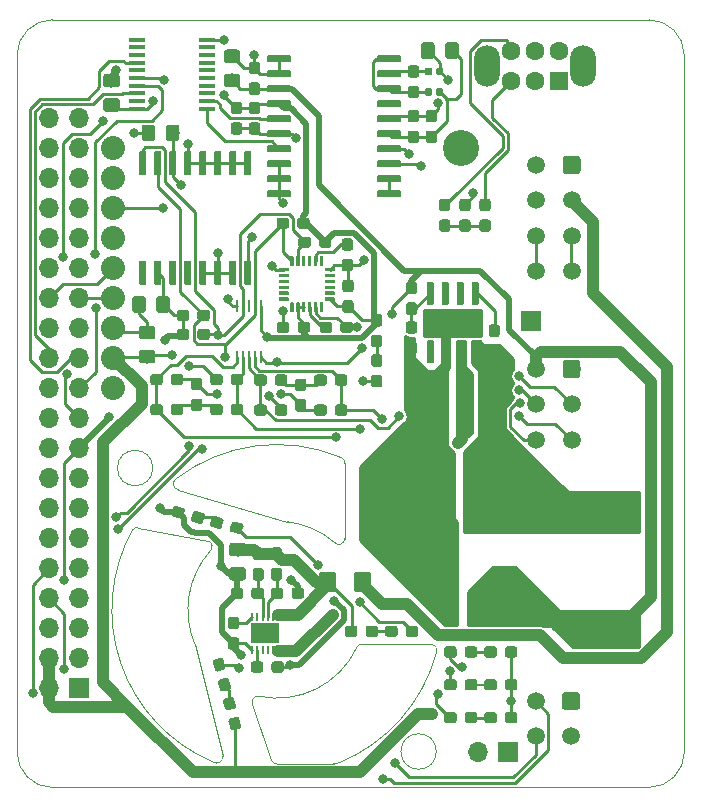
<source format=gbr>
G04 #@! TF.GenerationSoftware,KiCad,Pcbnew,(5.1.4)-1*
G04 #@! TF.CreationDate,2019-11-01T08:15:42-05:00*
G04 #@! TF.ProjectId,20-ELC-3-01-R1 (Telemetry PCB),32302d45-4c43-42d3-932d-30312d523120,rev?*
G04 #@! TF.SameCoordinates,Original*
G04 #@! TF.FileFunction,Copper,L1,Top*
G04 #@! TF.FilePolarity,Positive*
%FSLAX46Y46*%
G04 Gerber Fmt 4.6, Leading zero omitted, Abs format (unit mm)*
G04 Created by KiCad (PCBNEW (5.1.4)-1) date 2019-11-01 08:15:42*
%MOMM*%
%LPD*%
G04 APERTURE LIST*
%ADD10C,0.050000*%
%ADD11C,2.032000*%
%ADD12C,3.048000*%
%ADD13O,1.700000X1.700000*%
%ADD14R,1.700000X1.700000*%
%ADD15C,0.100000*%
%ADD16C,0.950000*%
%ADD17C,0.300000*%
%ADD18C,1.600000*%
%ADD19R,1.600000X1.600000*%
%ADD20O,2.200000X3.500000*%
%ADD21C,1.150000*%
%ADD22C,2.250000*%
%ADD23R,5.400000X2.900000*%
%ADD24R,4.500000X3.300000*%
%ADD25C,2.290000*%
%ADD26C,0.500000*%
%ADD27C,0.600000*%
%ADD28C,1.500000*%
%ADD29C,0.590000*%
%ADD30R,1.450000X0.450000*%
%ADD31R,0.250000X1.100000*%
%ADD32R,2.380000X1.660000*%
%ADD33R,0.250000X0.700000*%
%ADD34C,1.425000*%
%ADD35C,0.800000*%
%ADD36C,0.250000*%
%ADD37C,0.500000*%
%ADD38C,0.200000*%
%ADD39C,1.000000*%
%ADD40C,0.254000*%
G04 APERTURE END LIST*
D10*
X224659306Y-74785594D02*
G75*
G02X224423888Y-73898567I90694J498824D01*
G01*
X238475001Y-72077229D02*
G75*
G02X238751115Y-72550000I-223885J-447772D01*
G01*
X238750000Y-78925000D02*
G75*
G02X237878767Y-79249999I-496234J0D01*
G01*
X239766350Y-88149340D02*
G75*
G02X240250000Y-87850000I458651J-200659D01*
G01*
X246050000Y-87845095D02*
G75*
G02X246529562Y-88499959I1J-503025D01*
G01*
X238225000Y-97925000D02*
G75*
G02X237818609Y-97986492I-281391J486036D01*
G01*
X233000000Y-98000000D02*
G75*
G02X232525002Y-97651879I1J498120D01*
G01*
X230920833Y-92926317D02*
G75*
G02X231450000Y-92275001I479168J151317D01*
G01*
X228400731Y-97349890D02*
G75*
G02X227597476Y-97831020I-500731J-75110D01*
G01*
X227204858Y-79137508D02*
G75*
G02X227349999Y-79974999I-179858J-462492D01*
G01*
X220790072Y-78165782D02*
G75*
G02X221275000Y-78025000I359928J-334218D01*
G01*
X233000000Y-98000000D02*
X237818609Y-97986492D01*
X226059891Y-87866853D02*
G75*
G02X227349999Y-79974999I6940109J2916853D01*
G01*
X233856182Y-77496187D02*
G75*
G02X237878767Y-79249999I-856182J-7453813D01*
G01*
X239768697Y-88150450D02*
G75*
G02X231450000Y-92275001I-6768697J3200450D01*
G01*
X227597476Y-97831021D02*
G75*
G02X220790072Y-78165782I5402524J12881021D01*
G01*
X224423888Y-73898567D02*
G75*
G02X238475000Y-72077229I8576112J-11051433D01*
G01*
X246529562Y-88499958D02*
G75*
G02X238225000Y-97925000I-13529562J3549958D01*
G01*
X221275000Y-78025000D02*
X227204858Y-79137507D01*
X224659306Y-74785594D02*
X233856182Y-77496187D01*
X238751115Y-72550000D02*
X238750000Y-78925000D01*
X246050000Y-87845095D02*
X240250000Y-87850000D01*
X228400731Y-97349890D02*
X226059891Y-87866853D01*
X232525002Y-97651879D02*
X230920833Y-92926317D01*
X214000000Y-100000000D02*
X264500000Y-100000000D01*
X222500000Y-72950000D02*
G75*
G03X222500000Y-72950000I-1500000J0D01*
G01*
X246500000Y-96950000D02*
G75*
G03X246500000Y-96950000I-1500000J0D01*
G01*
X214000000Y-100000000D02*
G75*
G02X211000000Y-97000000I0J3000000D01*
G01*
X267500000Y-97000000D02*
G75*
G02X264500000Y-100000000I-3000000J0D01*
G01*
X264500000Y-35000000D02*
G75*
G02X267500000Y-38000000I0J-3000000D01*
G01*
X211000000Y-38000000D02*
G75*
G02X214000000Y-35000000I3000000J0D01*
G01*
X211000000Y-38000000D02*
X211000000Y-97000000D01*
X264500000Y-35000000D02*
X214000000Y-35000000D01*
X267500000Y-38000000D02*
X267500000Y-97000000D01*
D11*
X219157000Y-45840000D03*
X219157000Y-48380000D03*
X219157000Y-50920000D03*
X219157000Y-53460000D03*
X219157000Y-56000000D03*
X219157000Y-58540000D03*
X219157000Y-61080000D03*
X219157000Y-63620000D03*
D12*
X248621000Y-45840000D03*
D11*
X219157000Y-66160000D03*
D13*
X213704000Y-43342000D03*
X216244000Y-43342000D03*
X213704000Y-61122000D03*
X216244000Y-61122000D03*
X213704000Y-66202000D03*
X216244000Y-66202000D03*
X213704000Y-56042000D03*
X216244000Y-56042000D03*
X213704000Y-83982000D03*
X216244000Y-83982000D03*
X213704000Y-53502000D03*
X216244000Y-53502000D03*
X213704000Y-71282000D03*
X216244000Y-71282000D03*
X213704000Y-48422000D03*
X216244000Y-48422000D03*
X213704000Y-50962000D03*
X216244000Y-50962000D03*
X213704000Y-45882000D03*
X216244000Y-45882000D03*
X213704000Y-68742000D03*
X216244000Y-68742000D03*
X213704000Y-81442000D03*
X216244000Y-81442000D03*
X213704000Y-76362000D03*
X216244000Y-76362000D03*
X213704000Y-58582000D03*
X216244000Y-58582000D03*
X213704000Y-78902000D03*
X216244000Y-78902000D03*
X213704000Y-63662000D03*
X216244000Y-63662000D03*
D14*
X216244000Y-91602000D03*
D13*
X213704000Y-91602000D03*
X216244000Y-86522000D03*
X213704000Y-89062000D03*
X213704000Y-73822000D03*
X216244000Y-73822000D03*
X216244000Y-89062000D03*
X213704000Y-86522000D03*
D15*
G36*
X235585779Y-60551144D02*
G01*
X235608834Y-60554563D01*
X235631443Y-60560227D01*
X235653387Y-60568079D01*
X235674457Y-60578044D01*
X235694448Y-60590026D01*
X235713168Y-60603910D01*
X235730438Y-60619562D01*
X235746090Y-60636832D01*
X235759974Y-60655552D01*
X235771956Y-60675543D01*
X235781921Y-60696613D01*
X235789773Y-60718557D01*
X235795437Y-60741166D01*
X235798856Y-60764221D01*
X235800000Y-60787500D01*
X235800000Y-61262500D01*
X235798856Y-61285779D01*
X235795437Y-61308834D01*
X235789773Y-61331443D01*
X235781921Y-61353387D01*
X235771956Y-61374457D01*
X235759974Y-61394448D01*
X235746090Y-61413168D01*
X235730438Y-61430438D01*
X235713168Y-61446090D01*
X235694448Y-61459974D01*
X235674457Y-61471956D01*
X235653387Y-61481921D01*
X235631443Y-61489773D01*
X235608834Y-61495437D01*
X235585779Y-61498856D01*
X235562500Y-61500000D01*
X234987500Y-61500000D01*
X234964221Y-61498856D01*
X234941166Y-61495437D01*
X234918557Y-61489773D01*
X234896613Y-61481921D01*
X234875543Y-61471956D01*
X234855552Y-61459974D01*
X234836832Y-61446090D01*
X234819562Y-61430438D01*
X234803910Y-61413168D01*
X234790026Y-61394448D01*
X234778044Y-61374457D01*
X234768079Y-61353387D01*
X234760227Y-61331443D01*
X234754563Y-61308834D01*
X234751144Y-61285779D01*
X234750000Y-61262500D01*
X234750000Y-60787500D01*
X234751144Y-60764221D01*
X234754563Y-60741166D01*
X234760227Y-60718557D01*
X234768079Y-60696613D01*
X234778044Y-60675543D01*
X234790026Y-60655552D01*
X234803910Y-60636832D01*
X234819562Y-60619562D01*
X234836832Y-60603910D01*
X234855552Y-60590026D01*
X234875543Y-60578044D01*
X234896613Y-60568079D01*
X234918557Y-60560227D01*
X234941166Y-60554563D01*
X234964221Y-60551144D01*
X234987500Y-60550000D01*
X235562500Y-60550000D01*
X235585779Y-60551144D01*
X235585779Y-60551144D01*
G37*
D16*
X235275000Y-61025000D03*
D15*
G36*
X233835779Y-60551144D02*
G01*
X233858834Y-60554563D01*
X233881443Y-60560227D01*
X233903387Y-60568079D01*
X233924457Y-60578044D01*
X233944448Y-60590026D01*
X233963168Y-60603910D01*
X233980438Y-60619562D01*
X233996090Y-60636832D01*
X234009974Y-60655552D01*
X234021956Y-60675543D01*
X234031921Y-60696613D01*
X234039773Y-60718557D01*
X234045437Y-60741166D01*
X234048856Y-60764221D01*
X234050000Y-60787500D01*
X234050000Y-61262500D01*
X234048856Y-61285779D01*
X234045437Y-61308834D01*
X234039773Y-61331443D01*
X234031921Y-61353387D01*
X234021956Y-61374457D01*
X234009974Y-61394448D01*
X233996090Y-61413168D01*
X233980438Y-61430438D01*
X233963168Y-61446090D01*
X233944448Y-61459974D01*
X233924457Y-61471956D01*
X233903387Y-61481921D01*
X233881443Y-61489773D01*
X233858834Y-61495437D01*
X233835779Y-61498856D01*
X233812500Y-61500000D01*
X233237500Y-61500000D01*
X233214221Y-61498856D01*
X233191166Y-61495437D01*
X233168557Y-61489773D01*
X233146613Y-61481921D01*
X233125543Y-61471956D01*
X233105552Y-61459974D01*
X233086832Y-61446090D01*
X233069562Y-61430438D01*
X233053910Y-61413168D01*
X233040026Y-61394448D01*
X233028044Y-61374457D01*
X233018079Y-61353387D01*
X233010227Y-61331443D01*
X233004563Y-61308834D01*
X233001144Y-61285779D01*
X233000000Y-61262500D01*
X233000000Y-60787500D01*
X233001144Y-60764221D01*
X233004563Y-60741166D01*
X233010227Y-60718557D01*
X233018079Y-60696613D01*
X233028044Y-60675543D01*
X233040026Y-60655552D01*
X233053910Y-60636832D01*
X233069562Y-60619562D01*
X233086832Y-60603910D01*
X233105552Y-60590026D01*
X233125543Y-60578044D01*
X233146613Y-60568079D01*
X233168557Y-60560227D01*
X233191166Y-60554563D01*
X233214221Y-60551144D01*
X233237500Y-60550000D01*
X233812500Y-60550000D01*
X233835779Y-60551144D01*
X233835779Y-60551144D01*
G37*
D16*
X233525000Y-61025000D03*
D15*
G36*
X239210779Y-60551144D02*
G01*
X239233834Y-60554563D01*
X239256443Y-60560227D01*
X239278387Y-60568079D01*
X239299457Y-60578044D01*
X239319448Y-60590026D01*
X239338168Y-60603910D01*
X239355438Y-60619562D01*
X239371090Y-60636832D01*
X239384974Y-60655552D01*
X239396956Y-60675543D01*
X239406921Y-60696613D01*
X239414773Y-60718557D01*
X239420437Y-60741166D01*
X239423856Y-60764221D01*
X239425000Y-60787500D01*
X239425000Y-61262500D01*
X239423856Y-61285779D01*
X239420437Y-61308834D01*
X239414773Y-61331443D01*
X239406921Y-61353387D01*
X239396956Y-61374457D01*
X239384974Y-61394448D01*
X239371090Y-61413168D01*
X239355438Y-61430438D01*
X239338168Y-61446090D01*
X239319448Y-61459974D01*
X239299457Y-61471956D01*
X239278387Y-61481921D01*
X239256443Y-61489773D01*
X239233834Y-61495437D01*
X239210779Y-61498856D01*
X239187500Y-61500000D01*
X238612500Y-61500000D01*
X238589221Y-61498856D01*
X238566166Y-61495437D01*
X238543557Y-61489773D01*
X238521613Y-61481921D01*
X238500543Y-61471956D01*
X238480552Y-61459974D01*
X238461832Y-61446090D01*
X238444562Y-61430438D01*
X238428910Y-61413168D01*
X238415026Y-61394448D01*
X238403044Y-61374457D01*
X238393079Y-61353387D01*
X238385227Y-61331443D01*
X238379563Y-61308834D01*
X238376144Y-61285779D01*
X238375000Y-61262500D01*
X238375000Y-60787500D01*
X238376144Y-60764221D01*
X238379563Y-60741166D01*
X238385227Y-60718557D01*
X238393079Y-60696613D01*
X238403044Y-60675543D01*
X238415026Y-60655552D01*
X238428910Y-60636832D01*
X238444562Y-60619562D01*
X238461832Y-60603910D01*
X238480552Y-60590026D01*
X238500543Y-60578044D01*
X238521613Y-60568079D01*
X238543557Y-60560227D01*
X238566166Y-60554563D01*
X238589221Y-60551144D01*
X238612500Y-60550000D01*
X239187500Y-60550000D01*
X239210779Y-60551144D01*
X239210779Y-60551144D01*
G37*
D16*
X238900000Y-61025000D03*
D15*
G36*
X237460779Y-60551144D02*
G01*
X237483834Y-60554563D01*
X237506443Y-60560227D01*
X237528387Y-60568079D01*
X237549457Y-60578044D01*
X237569448Y-60590026D01*
X237588168Y-60603910D01*
X237605438Y-60619562D01*
X237621090Y-60636832D01*
X237634974Y-60655552D01*
X237646956Y-60675543D01*
X237656921Y-60696613D01*
X237664773Y-60718557D01*
X237670437Y-60741166D01*
X237673856Y-60764221D01*
X237675000Y-60787500D01*
X237675000Y-61262500D01*
X237673856Y-61285779D01*
X237670437Y-61308834D01*
X237664773Y-61331443D01*
X237656921Y-61353387D01*
X237646956Y-61374457D01*
X237634974Y-61394448D01*
X237621090Y-61413168D01*
X237605438Y-61430438D01*
X237588168Y-61446090D01*
X237569448Y-61459974D01*
X237549457Y-61471956D01*
X237528387Y-61481921D01*
X237506443Y-61489773D01*
X237483834Y-61495437D01*
X237460779Y-61498856D01*
X237437500Y-61500000D01*
X236862500Y-61500000D01*
X236839221Y-61498856D01*
X236816166Y-61495437D01*
X236793557Y-61489773D01*
X236771613Y-61481921D01*
X236750543Y-61471956D01*
X236730552Y-61459974D01*
X236711832Y-61446090D01*
X236694562Y-61430438D01*
X236678910Y-61413168D01*
X236665026Y-61394448D01*
X236653044Y-61374457D01*
X236643079Y-61353387D01*
X236635227Y-61331443D01*
X236629563Y-61308834D01*
X236626144Y-61285779D01*
X236625000Y-61262500D01*
X236625000Y-60787500D01*
X236626144Y-60764221D01*
X236629563Y-60741166D01*
X236635227Y-60718557D01*
X236643079Y-60696613D01*
X236653044Y-60675543D01*
X236665026Y-60655552D01*
X236678910Y-60636832D01*
X236694562Y-60619562D01*
X236711832Y-60603910D01*
X236730552Y-60590026D01*
X236750543Y-60578044D01*
X236771613Y-60568079D01*
X236793557Y-60560227D01*
X236816166Y-60554563D01*
X236839221Y-60551144D01*
X236862500Y-60550000D01*
X237437500Y-60550000D01*
X237460779Y-60551144D01*
X237460779Y-60551144D01*
G37*
D16*
X237150000Y-61025000D03*
D15*
G36*
X239235779Y-53501144D02*
G01*
X239258834Y-53504563D01*
X239281443Y-53510227D01*
X239303387Y-53518079D01*
X239324457Y-53528044D01*
X239344448Y-53540026D01*
X239363168Y-53553910D01*
X239380438Y-53569562D01*
X239396090Y-53586832D01*
X239409974Y-53605552D01*
X239421956Y-53625543D01*
X239431921Y-53646613D01*
X239439773Y-53668557D01*
X239445437Y-53691166D01*
X239448856Y-53714221D01*
X239450000Y-53737500D01*
X239450000Y-54312500D01*
X239448856Y-54335779D01*
X239445437Y-54358834D01*
X239439773Y-54381443D01*
X239431921Y-54403387D01*
X239421956Y-54424457D01*
X239409974Y-54444448D01*
X239396090Y-54463168D01*
X239380438Y-54480438D01*
X239363168Y-54496090D01*
X239344448Y-54509974D01*
X239324457Y-54521956D01*
X239303387Y-54531921D01*
X239281443Y-54539773D01*
X239258834Y-54545437D01*
X239235779Y-54548856D01*
X239212500Y-54550000D01*
X238737500Y-54550000D01*
X238714221Y-54548856D01*
X238691166Y-54545437D01*
X238668557Y-54539773D01*
X238646613Y-54531921D01*
X238625543Y-54521956D01*
X238605552Y-54509974D01*
X238586832Y-54496090D01*
X238569562Y-54480438D01*
X238553910Y-54463168D01*
X238540026Y-54444448D01*
X238528044Y-54424457D01*
X238518079Y-54403387D01*
X238510227Y-54381443D01*
X238504563Y-54358834D01*
X238501144Y-54335779D01*
X238500000Y-54312500D01*
X238500000Y-53737500D01*
X238501144Y-53714221D01*
X238504563Y-53691166D01*
X238510227Y-53668557D01*
X238518079Y-53646613D01*
X238528044Y-53625543D01*
X238540026Y-53605552D01*
X238553910Y-53586832D01*
X238569562Y-53569562D01*
X238586832Y-53553910D01*
X238605552Y-53540026D01*
X238625543Y-53528044D01*
X238646613Y-53518079D01*
X238668557Y-53510227D01*
X238691166Y-53504563D01*
X238714221Y-53501144D01*
X238737500Y-53500000D01*
X239212500Y-53500000D01*
X239235779Y-53501144D01*
X239235779Y-53501144D01*
G37*
D16*
X238975000Y-54025000D03*
D15*
G36*
X239235779Y-55251144D02*
G01*
X239258834Y-55254563D01*
X239281443Y-55260227D01*
X239303387Y-55268079D01*
X239324457Y-55278044D01*
X239344448Y-55290026D01*
X239363168Y-55303910D01*
X239380438Y-55319562D01*
X239396090Y-55336832D01*
X239409974Y-55355552D01*
X239421956Y-55375543D01*
X239431921Y-55396613D01*
X239439773Y-55418557D01*
X239445437Y-55441166D01*
X239448856Y-55464221D01*
X239450000Y-55487500D01*
X239450000Y-56062500D01*
X239448856Y-56085779D01*
X239445437Y-56108834D01*
X239439773Y-56131443D01*
X239431921Y-56153387D01*
X239421956Y-56174457D01*
X239409974Y-56194448D01*
X239396090Y-56213168D01*
X239380438Y-56230438D01*
X239363168Y-56246090D01*
X239344448Y-56259974D01*
X239324457Y-56271956D01*
X239303387Y-56281921D01*
X239281443Y-56289773D01*
X239258834Y-56295437D01*
X239235779Y-56298856D01*
X239212500Y-56300000D01*
X238737500Y-56300000D01*
X238714221Y-56298856D01*
X238691166Y-56295437D01*
X238668557Y-56289773D01*
X238646613Y-56281921D01*
X238625543Y-56271956D01*
X238605552Y-56259974D01*
X238586832Y-56246090D01*
X238569562Y-56230438D01*
X238553910Y-56213168D01*
X238540026Y-56194448D01*
X238528044Y-56174457D01*
X238518079Y-56153387D01*
X238510227Y-56131443D01*
X238504563Y-56108834D01*
X238501144Y-56085779D01*
X238500000Y-56062500D01*
X238500000Y-55487500D01*
X238501144Y-55464221D01*
X238504563Y-55441166D01*
X238510227Y-55418557D01*
X238518079Y-55396613D01*
X238528044Y-55375543D01*
X238540026Y-55355552D01*
X238553910Y-55336832D01*
X238569562Y-55319562D01*
X238586832Y-55303910D01*
X238605552Y-55290026D01*
X238625543Y-55278044D01*
X238646613Y-55268079D01*
X238668557Y-55260227D01*
X238691166Y-55254563D01*
X238714221Y-55251144D01*
X238737500Y-55250000D01*
X239212500Y-55250000D01*
X239235779Y-55251144D01*
X239235779Y-55251144D01*
G37*
D16*
X238975000Y-55775000D03*
D15*
G36*
X233810779Y-51751144D02*
G01*
X233833834Y-51754563D01*
X233856443Y-51760227D01*
X233878387Y-51768079D01*
X233899457Y-51778044D01*
X233919448Y-51790026D01*
X233938168Y-51803910D01*
X233955438Y-51819562D01*
X233971090Y-51836832D01*
X233984974Y-51855552D01*
X233996956Y-51875543D01*
X234006921Y-51896613D01*
X234014773Y-51918557D01*
X234020437Y-51941166D01*
X234023856Y-51964221D01*
X234025000Y-51987500D01*
X234025000Y-52462500D01*
X234023856Y-52485779D01*
X234020437Y-52508834D01*
X234014773Y-52531443D01*
X234006921Y-52553387D01*
X233996956Y-52574457D01*
X233984974Y-52594448D01*
X233971090Y-52613168D01*
X233955438Y-52630438D01*
X233938168Y-52646090D01*
X233919448Y-52659974D01*
X233899457Y-52671956D01*
X233878387Y-52681921D01*
X233856443Y-52689773D01*
X233833834Y-52695437D01*
X233810779Y-52698856D01*
X233787500Y-52700000D01*
X233212500Y-52700000D01*
X233189221Y-52698856D01*
X233166166Y-52695437D01*
X233143557Y-52689773D01*
X233121613Y-52681921D01*
X233100543Y-52671956D01*
X233080552Y-52659974D01*
X233061832Y-52646090D01*
X233044562Y-52630438D01*
X233028910Y-52613168D01*
X233015026Y-52594448D01*
X233003044Y-52574457D01*
X232993079Y-52553387D01*
X232985227Y-52531443D01*
X232979563Y-52508834D01*
X232976144Y-52485779D01*
X232975000Y-52462500D01*
X232975000Y-51987500D01*
X232976144Y-51964221D01*
X232979563Y-51941166D01*
X232985227Y-51918557D01*
X232993079Y-51896613D01*
X233003044Y-51875543D01*
X233015026Y-51855552D01*
X233028910Y-51836832D01*
X233044562Y-51819562D01*
X233061832Y-51803910D01*
X233080552Y-51790026D01*
X233100543Y-51778044D01*
X233121613Y-51768079D01*
X233143557Y-51760227D01*
X233166166Y-51754563D01*
X233189221Y-51751144D01*
X233212500Y-51750000D01*
X233787500Y-51750000D01*
X233810779Y-51751144D01*
X233810779Y-51751144D01*
G37*
D16*
X233500000Y-52225000D03*
D15*
G36*
X235560779Y-51751144D02*
G01*
X235583834Y-51754563D01*
X235606443Y-51760227D01*
X235628387Y-51768079D01*
X235649457Y-51778044D01*
X235669448Y-51790026D01*
X235688168Y-51803910D01*
X235705438Y-51819562D01*
X235721090Y-51836832D01*
X235734974Y-51855552D01*
X235746956Y-51875543D01*
X235756921Y-51896613D01*
X235764773Y-51918557D01*
X235770437Y-51941166D01*
X235773856Y-51964221D01*
X235775000Y-51987500D01*
X235775000Y-52462500D01*
X235773856Y-52485779D01*
X235770437Y-52508834D01*
X235764773Y-52531443D01*
X235756921Y-52553387D01*
X235746956Y-52574457D01*
X235734974Y-52594448D01*
X235721090Y-52613168D01*
X235705438Y-52630438D01*
X235688168Y-52646090D01*
X235669448Y-52659974D01*
X235649457Y-52671956D01*
X235628387Y-52681921D01*
X235606443Y-52689773D01*
X235583834Y-52695437D01*
X235560779Y-52698856D01*
X235537500Y-52700000D01*
X234962500Y-52700000D01*
X234939221Y-52698856D01*
X234916166Y-52695437D01*
X234893557Y-52689773D01*
X234871613Y-52681921D01*
X234850543Y-52671956D01*
X234830552Y-52659974D01*
X234811832Y-52646090D01*
X234794562Y-52630438D01*
X234778910Y-52613168D01*
X234765026Y-52594448D01*
X234753044Y-52574457D01*
X234743079Y-52553387D01*
X234735227Y-52531443D01*
X234729563Y-52508834D01*
X234726144Y-52485779D01*
X234725000Y-52462500D01*
X234725000Y-51987500D01*
X234726144Y-51964221D01*
X234729563Y-51941166D01*
X234735227Y-51918557D01*
X234743079Y-51896613D01*
X234753044Y-51875543D01*
X234765026Y-51855552D01*
X234778910Y-51836832D01*
X234794562Y-51819562D01*
X234811832Y-51803910D01*
X234830552Y-51790026D01*
X234850543Y-51778044D01*
X234871613Y-51768079D01*
X234893557Y-51760227D01*
X234916166Y-51754563D01*
X234939221Y-51751144D01*
X234962500Y-51750000D01*
X235537500Y-51750000D01*
X235560779Y-51751144D01*
X235560779Y-51751144D01*
G37*
D16*
X235250000Y-52225000D03*
D15*
G36*
X235660779Y-53351144D02*
G01*
X235683834Y-53354563D01*
X235706443Y-53360227D01*
X235728387Y-53368079D01*
X235749457Y-53378044D01*
X235769448Y-53390026D01*
X235788168Y-53403910D01*
X235805438Y-53419562D01*
X235821090Y-53436832D01*
X235834974Y-53455552D01*
X235846956Y-53475543D01*
X235856921Y-53496613D01*
X235864773Y-53518557D01*
X235870437Y-53541166D01*
X235873856Y-53564221D01*
X235875000Y-53587500D01*
X235875000Y-54062500D01*
X235873856Y-54085779D01*
X235870437Y-54108834D01*
X235864773Y-54131443D01*
X235856921Y-54153387D01*
X235846956Y-54174457D01*
X235834974Y-54194448D01*
X235821090Y-54213168D01*
X235805438Y-54230438D01*
X235788168Y-54246090D01*
X235769448Y-54259974D01*
X235749457Y-54271956D01*
X235728387Y-54281921D01*
X235706443Y-54289773D01*
X235683834Y-54295437D01*
X235660779Y-54298856D01*
X235637500Y-54300000D01*
X235062500Y-54300000D01*
X235039221Y-54298856D01*
X235016166Y-54295437D01*
X234993557Y-54289773D01*
X234971613Y-54281921D01*
X234950543Y-54271956D01*
X234930552Y-54259974D01*
X234911832Y-54246090D01*
X234894562Y-54230438D01*
X234878910Y-54213168D01*
X234865026Y-54194448D01*
X234853044Y-54174457D01*
X234843079Y-54153387D01*
X234835227Y-54131443D01*
X234829563Y-54108834D01*
X234826144Y-54085779D01*
X234825000Y-54062500D01*
X234825000Y-53587500D01*
X234826144Y-53564221D01*
X234829563Y-53541166D01*
X234835227Y-53518557D01*
X234843079Y-53496613D01*
X234853044Y-53475543D01*
X234865026Y-53455552D01*
X234878910Y-53436832D01*
X234894562Y-53419562D01*
X234911832Y-53403910D01*
X234930552Y-53390026D01*
X234950543Y-53378044D01*
X234971613Y-53368079D01*
X234993557Y-53360227D01*
X235016166Y-53354563D01*
X235039221Y-53351144D01*
X235062500Y-53350000D01*
X235637500Y-53350000D01*
X235660779Y-53351144D01*
X235660779Y-53351144D01*
G37*
D16*
X235350000Y-53825000D03*
D15*
G36*
X237410779Y-53351144D02*
G01*
X237433834Y-53354563D01*
X237456443Y-53360227D01*
X237478387Y-53368079D01*
X237499457Y-53378044D01*
X237519448Y-53390026D01*
X237538168Y-53403910D01*
X237555438Y-53419562D01*
X237571090Y-53436832D01*
X237584974Y-53455552D01*
X237596956Y-53475543D01*
X237606921Y-53496613D01*
X237614773Y-53518557D01*
X237620437Y-53541166D01*
X237623856Y-53564221D01*
X237625000Y-53587500D01*
X237625000Y-54062500D01*
X237623856Y-54085779D01*
X237620437Y-54108834D01*
X237614773Y-54131443D01*
X237606921Y-54153387D01*
X237596956Y-54174457D01*
X237584974Y-54194448D01*
X237571090Y-54213168D01*
X237555438Y-54230438D01*
X237538168Y-54246090D01*
X237519448Y-54259974D01*
X237499457Y-54271956D01*
X237478387Y-54281921D01*
X237456443Y-54289773D01*
X237433834Y-54295437D01*
X237410779Y-54298856D01*
X237387500Y-54300000D01*
X236812500Y-54300000D01*
X236789221Y-54298856D01*
X236766166Y-54295437D01*
X236743557Y-54289773D01*
X236721613Y-54281921D01*
X236700543Y-54271956D01*
X236680552Y-54259974D01*
X236661832Y-54246090D01*
X236644562Y-54230438D01*
X236628910Y-54213168D01*
X236615026Y-54194448D01*
X236603044Y-54174457D01*
X236593079Y-54153387D01*
X236585227Y-54131443D01*
X236579563Y-54108834D01*
X236576144Y-54085779D01*
X236575000Y-54062500D01*
X236575000Y-53587500D01*
X236576144Y-53564221D01*
X236579563Y-53541166D01*
X236585227Y-53518557D01*
X236593079Y-53496613D01*
X236603044Y-53475543D01*
X236615026Y-53455552D01*
X236628910Y-53436832D01*
X236644562Y-53419562D01*
X236661832Y-53403910D01*
X236680552Y-53390026D01*
X236700543Y-53378044D01*
X236721613Y-53368079D01*
X236743557Y-53360227D01*
X236766166Y-53354563D01*
X236789221Y-53351144D01*
X236812500Y-53350000D01*
X237387500Y-53350000D01*
X237410779Y-53351144D01*
X237410779Y-53351144D01*
G37*
D16*
X237100000Y-53825000D03*
D15*
G36*
X233932351Y-56000361D02*
G01*
X233939632Y-56001441D01*
X233946771Y-56003229D01*
X233953701Y-56005709D01*
X233960355Y-56008856D01*
X233966668Y-56012640D01*
X233972579Y-56017024D01*
X233978033Y-56021967D01*
X233982976Y-56027421D01*
X233987360Y-56033332D01*
X233991144Y-56039645D01*
X233994291Y-56046299D01*
X233996771Y-56053229D01*
X233998559Y-56060368D01*
X233999639Y-56067649D01*
X234000000Y-56075000D01*
X234000000Y-56225000D01*
X233999639Y-56232351D01*
X233998559Y-56239632D01*
X233996771Y-56246771D01*
X233994291Y-56253701D01*
X233991144Y-56260355D01*
X233987360Y-56266668D01*
X233982976Y-56272579D01*
X233978033Y-56278033D01*
X233972579Y-56282976D01*
X233966668Y-56287360D01*
X233960355Y-56291144D01*
X233953701Y-56294291D01*
X233946771Y-56296771D01*
X233939632Y-56298559D01*
X233932351Y-56299639D01*
X233925000Y-56300000D01*
X233225000Y-56300000D01*
X233217649Y-56299639D01*
X233210368Y-56298559D01*
X233203229Y-56296771D01*
X233196299Y-56294291D01*
X233189645Y-56291144D01*
X233183332Y-56287360D01*
X233177421Y-56282976D01*
X233171967Y-56278033D01*
X233167024Y-56272579D01*
X233162640Y-56266668D01*
X233158856Y-56260355D01*
X233155709Y-56253701D01*
X233153229Y-56246771D01*
X233151441Y-56239632D01*
X233150361Y-56232351D01*
X233150000Y-56225000D01*
X233150000Y-56075000D01*
X233150361Y-56067649D01*
X233151441Y-56060368D01*
X233153229Y-56053229D01*
X233155709Y-56046299D01*
X233158856Y-56039645D01*
X233162640Y-56033332D01*
X233167024Y-56027421D01*
X233171967Y-56021967D01*
X233177421Y-56017024D01*
X233183332Y-56012640D01*
X233189645Y-56008856D01*
X233196299Y-56005709D01*
X233203229Y-56003229D01*
X233210368Y-56001441D01*
X233217649Y-56000361D01*
X233225000Y-56000000D01*
X233925000Y-56000000D01*
X233932351Y-56000361D01*
X233932351Y-56000361D01*
G37*
D17*
X233575000Y-56150000D03*
D15*
G36*
X233932351Y-56500361D02*
G01*
X233939632Y-56501441D01*
X233946771Y-56503229D01*
X233953701Y-56505709D01*
X233960355Y-56508856D01*
X233966668Y-56512640D01*
X233972579Y-56517024D01*
X233978033Y-56521967D01*
X233982976Y-56527421D01*
X233987360Y-56533332D01*
X233991144Y-56539645D01*
X233994291Y-56546299D01*
X233996771Y-56553229D01*
X233998559Y-56560368D01*
X233999639Y-56567649D01*
X234000000Y-56575000D01*
X234000000Y-56725000D01*
X233999639Y-56732351D01*
X233998559Y-56739632D01*
X233996771Y-56746771D01*
X233994291Y-56753701D01*
X233991144Y-56760355D01*
X233987360Y-56766668D01*
X233982976Y-56772579D01*
X233978033Y-56778033D01*
X233972579Y-56782976D01*
X233966668Y-56787360D01*
X233960355Y-56791144D01*
X233953701Y-56794291D01*
X233946771Y-56796771D01*
X233939632Y-56798559D01*
X233932351Y-56799639D01*
X233925000Y-56800000D01*
X233225000Y-56800000D01*
X233217649Y-56799639D01*
X233210368Y-56798559D01*
X233203229Y-56796771D01*
X233196299Y-56794291D01*
X233189645Y-56791144D01*
X233183332Y-56787360D01*
X233177421Y-56782976D01*
X233171967Y-56778033D01*
X233167024Y-56772579D01*
X233162640Y-56766668D01*
X233158856Y-56760355D01*
X233155709Y-56753701D01*
X233153229Y-56746771D01*
X233151441Y-56739632D01*
X233150361Y-56732351D01*
X233150000Y-56725000D01*
X233150000Y-56575000D01*
X233150361Y-56567649D01*
X233151441Y-56560368D01*
X233153229Y-56553229D01*
X233155709Y-56546299D01*
X233158856Y-56539645D01*
X233162640Y-56533332D01*
X233167024Y-56527421D01*
X233171967Y-56521967D01*
X233177421Y-56517024D01*
X233183332Y-56512640D01*
X233189645Y-56508856D01*
X233196299Y-56505709D01*
X233203229Y-56503229D01*
X233210368Y-56501441D01*
X233217649Y-56500361D01*
X233225000Y-56500000D01*
X233925000Y-56500000D01*
X233932351Y-56500361D01*
X233932351Y-56500361D01*
G37*
D17*
X233575000Y-56650000D03*
D15*
G36*
X233932351Y-57000361D02*
G01*
X233939632Y-57001441D01*
X233946771Y-57003229D01*
X233953701Y-57005709D01*
X233960355Y-57008856D01*
X233966668Y-57012640D01*
X233972579Y-57017024D01*
X233978033Y-57021967D01*
X233982976Y-57027421D01*
X233987360Y-57033332D01*
X233991144Y-57039645D01*
X233994291Y-57046299D01*
X233996771Y-57053229D01*
X233998559Y-57060368D01*
X233999639Y-57067649D01*
X234000000Y-57075000D01*
X234000000Y-57225000D01*
X233999639Y-57232351D01*
X233998559Y-57239632D01*
X233996771Y-57246771D01*
X233994291Y-57253701D01*
X233991144Y-57260355D01*
X233987360Y-57266668D01*
X233982976Y-57272579D01*
X233978033Y-57278033D01*
X233972579Y-57282976D01*
X233966668Y-57287360D01*
X233960355Y-57291144D01*
X233953701Y-57294291D01*
X233946771Y-57296771D01*
X233939632Y-57298559D01*
X233932351Y-57299639D01*
X233925000Y-57300000D01*
X233225000Y-57300000D01*
X233217649Y-57299639D01*
X233210368Y-57298559D01*
X233203229Y-57296771D01*
X233196299Y-57294291D01*
X233189645Y-57291144D01*
X233183332Y-57287360D01*
X233177421Y-57282976D01*
X233171967Y-57278033D01*
X233167024Y-57272579D01*
X233162640Y-57266668D01*
X233158856Y-57260355D01*
X233155709Y-57253701D01*
X233153229Y-57246771D01*
X233151441Y-57239632D01*
X233150361Y-57232351D01*
X233150000Y-57225000D01*
X233150000Y-57075000D01*
X233150361Y-57067649D01*
X233151441Y-57060368D01*
X233153229Y-57053229D01*
X233155709Y-57046299D01*
X233158856Y-57039645D01*
X233162640Y-57033332D01*
X233167024Y-57027421D01*
X233171967Y-57021967D01*
X233177421Y-57017024D01*
X233183332Y-57012640D01*
X233189645Y-57008856D01*
X233196299Y-57005709D01*
X233203229Y-57003229D01*
X233210368Y-57001441D01*
X233217649Y-57000361D01*
X233225000Y-57000000D01*
X233925000Y-57000000D01*
X233932351Y-57000361D01*
X233932351Y-57000361D01*
G37*
D17*
X233575000Y-57150000D03*
D15*
G36*
X233932351Y-57500361D02*
G01*
X233939632Y-57501441D01*
X233946771Y-57503229D01*
X233953701Y-57505709D01*
X233960355Y-57508856D01*
X233966668Y-57512640D01*
X233972579Y-57517024D01*
X233978033Y-57521967D01*
X233982976Y-57527421D01*
X233987360Y-57533332D01*
X233991144Y-57539645D01*
X233994291Y-57546299D01*
X233996771Y-57553229D01*
X233998559Y-57560368D01*
X233999639Y-57567649D01*
X234000000Y-57575000D01*
X234000000Y-57725000D01*
X233999639Y-57732351D01*
X233998559Y-57739632D01*
X233996771Y-57746771D01*
X233994291Y-57753701D01*
X233991144Y-57760355D01*
X233987360Y-57766668D01*
X233982976Y-57772579D01*
X233978033Y-57778033D01*
X233972579Y-57782976D01*
X233966668Y-57787360D01*
X233960355Y-57791144D01*
X233953701Y-57794291D01*
X233946771Y-57796771D01*
X233939632Y-57798559D01*
X233932351Y-57799639D01*
X233925000Y-57800000D01*
X233225000Y-57800000D01*
X233217649Y-57799639D01*
X233210368Y-57798559D01*
X233203229Y-57796771D01*
X233196299Y-57794291D01*
X233189645Y-57791144D01*
X233183332Y-57787360D01*
X233177421Y-57782976D01*
X233171967Y-57778033D01*
X233167024Y-57772579D01*
X233162640Y-57766668D01*
X233158856Y-57760355D01*
X233155709Y-57753701D01*
X233153229Y-57746771D01*
X233151441Y-57739632D01*
X233150361Y-57732351D01*
X233150000Y-57725000D01*
X233150000Y-57575000D01*
X233150361Y-57567649D01*
X233151441Y-57560368D01*
X233153229Y-57553229D01*
X233155709Y-57546299D01*
X233158856Y-57539645D01*
X233162640Y-57533332D01*
X233167024Y-57527421D01*
X233171967Y-57521967D01*
X233177421Y-57517024D01*
X233183332Y-57512640D01*
X233189645Y-57508856D01*
X233196299Y-57505709D01*
X233203229Y-57503229D01*
X233210368Y-57501441D01*
X233217649Y-57500361D01*
X233225000Y-57500000D01*
X233925000Y-57500000D01*
X233932351Y-57500361D01*
X233932351Y-57500361D01*
G37*
D17*
X233575000Y-57650000D03*
D15*
G36*
X233932351Y-58000361D02*
G01*
X233939632Y-58001441D01*
X233946771Y-58003229D01*
X233953701Y-58005709D01*
X233960355Y-58008856D01*
X233966668Y-58012640D01*
X233972579Y-58017024D01*
X233978033Y-58021967D01*
X233982976Y-58027421D01*
X233987360Y-58033332D01*
X233991144Y-58039645D01*
X233994291Y-58046299D01*
X233996771Y-58053229D01*
X233998559Y-58060368D01*
X233999639Y-58067649D01*
X234000000Y-58075000D01*
X234000000Y-58225000D01*
X233999639Y-58232351D01*
X233998559Y-58239632D01*
X233996771Y-58246771D01*
X233994291Y-58253701D01*
X233991144Y-58260355D01*
X233987360Y-58266668D01*
X233982976Y-58272579D01*
X233978033Y-58278033D01*
X233972579Y-58282976D01*
X233966668Y-58287360D01*
X233960355Y-58291144D01*
X233953701Y-58294291D01*
X233946771Y-58296771D01*
X233939632Y-58298559D01*
X233932351Y-58299639D01*
X233925000Y-58300000D01*
X233225000Y-58300000D01*
X233217649Y-58299639D01*
X233210368Y-58298559D01*
X233203229Y-58296771D01*
X233196299Y-58294291D01*
X233189645Y-58291144D01*
X233183332Y-58287360D01*
X233177421Y-58282976D01*
X233171967Y-58278033D01*
X233167024Y-58272579D01*
X233162640Y-58266668D01*
X233158856Y-58260355D01*
X233155709Y-58253701D01*
X233153229Y-58246771D01*
X233151441Y-58239632D01*
X233150361Y-58232351D01*
X233150000Y-58225000D01*
X233150000Y-58075000D01*
X233150361Y-58067649D01*
X233151441Y-58060368D01*
X233153229Y-58053229D01*
X233155709Y-58046299D01*
X233158856Y-58039645D01*
X233162640Y-58033332D01*
X233167024Y-58027421D01*
X233171967Y-58021967D01*
X233177421Y-58017024D01*
X233183332Y-58012640D01*
X233189645Y-58008856D01*
X233196299Y-58005709D01*
X233203229Y-58003229D01*
X233210368Y-58001441D01*
X233217649Y-58000361D01*
X233225000Y-58000000D01*
X233925000Y-58000000D01*
X233932351Y-58000361D01*
X233932351Y-58000361D01*
G37*
D17*
X233575000Y-58150000D03*
D15*
G36*
X233932351Y-58500361D02*
G01*
X233939632Y-58501441D01*
X233946771Y-58503229D01*
X233953701Y-58505709D01*
X233960355Y-58508856D01*
X233966668Y-58512640D01*
X233972579Y-58517024D01*
X233978033Y-58521967D01*
X233982976Y-58527421D01*
X233987360Y-58533332D01*
X233991144Y-58539645D01*
X233994291Y-58546299D01*
X233996771Y-58553229D01*
X233998559Y-58560368D01*
X233999639Y-58567649D01*
X234000000Y-58575000D01*
X234000000Y-58725000D01*
X233999639Y-58732351D01*
X233998559Y-58739632D01*
X233996771Y-58746771D01*
X233994291Y-58753701D01*
X233991144Y-58760355D01*
X233987360Y-58766668D01*
X233982976Y-58772579D01*
X233978033Y-58778033D01*
X233972579Y-58782976D01*
X233966668Y-58787360D01*
X233960355Y-58791144D01*
X233953701Y-58794291D01*
X233946771Y-58796771D01*
X233939632Y-58798559D01*
X233932351Y-58799639D01*
X233925000Y-58800000D01*
X233225000Y-58800000D01*
X233217649Y-58799639D01*
X233210368Y-58798559D01*
X233203229Y-58796771D01*
X233196299Y-58794291D01*
X233189645Y-58791144D01*
X233183332Y-58787360D01*
X233177421Y-58782976D01*
X233171967Y-58778033D01*
X233167024Y-58772579D01*
X233162640Y-58766668D01*
X233158856Y-58760355D01*
X233155709Y-58753701D01*
X233153229Y-58746771D01*
X233151441Y-58739632D01*
X233150361Y-58732351D01*
X233150000Y-58725000D01*
X233150000Y-58575000D01*
X233150361Y-58567649D01*
X233151441Y-58560368D01*
X233153229Y-58553229D01*
X233155709Y-58546299D01*
X233158856Y-58539645D01*
X233162640Y-58533332D01*
X233167024Y-58527421D01*
X233171967Y-58521967D01*
X233177421Y-58517024D01*
X233183332Y-58512640D01*
X233189645Y-58508856D01*
X233196299Y-58505709D01*
X233203229Y-58503229D01*
X233210368Y-58501441D01*
X233217649Y-58500361D01*
X233225000Y-58500000D01*
X233925000Y-58500000D01*
X233932351Y-58500361D01*
X233932351Y-58500361D01*
G37*
D17*
X233575000Y-58650000D03*
D15*
G36*
X234357351Y-58925361D02*
G01*
X234364632Y-58926441D01*
X234371771Y-58928229D01*
X234378701Y-58930709D01*
X234385355Y-58933856D01*
X234391668Y-58937640D01*
X234397579Y-58942024D01*
X234403033Y-58946967D01*
X234407976Y-58952421D01*
X234412360Y-58958332D01*
X234416144Y-58964645D01*
X234419291Y-58971299D01*
X234421771Y-58978229D01*
X234423559Y-58985368D01*
X234424639Y-58992649D01*
X234425000Y-59000000D01*
X234425000Y-59700000D01*
X234424639Y-59707351D01*
X234423559Y-59714632D01*
X234421771Y-59721771D01*
X234419291Y-59728701D01*
X234416144Y-59735355D01*
X234412360Y-59741668D01*
X234407976Y-59747579D01*
X234403033Y-59753033D01*
X234397579Y-59757976D01*
X234391668Y-59762360D01*
X234385355Y-59766144D01*
X234378701Y-59769291D01*
X234371771Y-59771771D01*
X234364632Y-59773559D01*
X234357351Y-59774639D01*
X234350000Y-59775000D01*
X234200000Y-59775000D01*
X234192649Y-59774639D01*
X234185368Y-59773559D01*
X234178229Y-59771771D01*
X234171299Y-59769291D01*
X234164645Y-59766144D01*
X234158332Y-59762360D01*
X234152421Y-59757976D01*
X234146967Y-59753033D01*
X234142024Y-59747579D01*
X234137640Y-59741668D01*
X234133856Y-59735355D01*
X234130709Y-59728701D01*
X234128229Y-59721771D01*
X234126441Y-59714632D01*
X234125361Y-59707351D01*
X234125000Y-59700000D01*
X234125000Y-59000000D01*
X234125361Y-58992649D01*
X234126441Y-58985368D01*
X234128229Y-58978229D01*
X234130709Y-58971299D01*
X234133856Y-58964645D01*
X234137640Y-58958332D01*
X234142024Y-58952421D01*
X234146967Y-58946967D01*
X234152421Y-58942024D01*
X234158332Y-58937640D01*
X234164645Y-58933856D01*
X234171299Y-58930709D01*
X234178229Y-58928229D01*
X234185368Y-58926441D01*
X234192649Y-58925361D01*
X234200000Y-58925000D01*
X234350000Y-58925000D01*
X234357351Y-58925361D01*
X234357351Y-58925361D01*
G37*
D17*
X234275000Y-59350000D03*
D15*
G36*
X234857351Y-58925361D02*
G01*
X234864632Y-58926441D01*
X234871771Y-58928229D01*
X234878701Y-58930709D01*
X234885355Y-58933856D01*
X234891668Y-58937640D01*
X234897579Y-58942024D01*
X234903033Y-58946967D01*
X234907976Y-58952421D01*
X234912360Y-58958332D01*
X234916144Y-58964645D01*
X234919291Y-58971299D01*
X234921771Y-58978229D01*
X234923559Y-58985368D01*
X234924639Y-58992649D01*
X234925000Y-59000000D01*
X234925000Y-59700000D01*
X234924639Y-59707351D01*
X234923559Y-59714632D01*
X234921771Y-59721771D01*
X234919291Y-59728701D01*
X234916144Y-59735355D01*
X234912360Y-59741668D01*
X234907976Y-59747579D01*
X234903033Y-59753033D01*
X234897579Y-59757976D01*
X234891668Y-59762360D01*
X234885355Y-59766144D01*
X234878701Y-59769291D01*
X234871771Y-59771771D01*
X234864632Y-59773559D01*
X234857351Y-59774639D01*
X234850000Y-59775000D01*
X234700000Y-59775000D01*
X234692649Y-59774639D01*
X234685368Y-59773559D01*
X234678229Y-59771771D01*
X234671299Y-59769291D01*
X234664645Y-59766144D01*
X234658332Y-59762360D01*
X234652421Y-59757976D01*
X234646967Y-59753033D01*
X234642024Y-59747579D01*
X234637640Y-59741668D01*
X234633856Y-59735355D01*
X234630709Y-59728701D01*
X234628229Y-59721771D01*
X234626441Y-59714632D01*
X234625361Y-59707351D01*
X234625000Y-59700000D01*
X234625000Y-59000000D01*
X234625361Y-58992649D01*
X234626441Y-58985368D01*
X234628229Y-58978229D01*
X234630709Y-58971299D01*
X234633856Y-58964645D01*
X234637640Y-58958332D01*
X234642024Y-58952421D01*
X234646967Y-58946967D01*
X234652421Y-58942024D01*
X234658332Y-58937640D01*
X234664645Y-58933856D01*
X234671299Y-58930709D01*
X234678229Y-58928229D01*
X234685368Y-58926441D01*
X234692649Y-58925361D01*
X234700000Y-58925000D01*
X234850000Y-58925000D01*
X234857351Y-58925361D01*
X234857351Y-58925361D01*
G37*
D17*
X234775000Y-59350000D03*
D15*
G36*
X235357351Y-58925361D02*
G01*
X235364632Y-58926441D01*
X235371771Y-58928229D01*
X235378701Y-58930709D01*
X235385355Y-58933856D01*
X235391668Y-58937640D01*
X235397579Y-58942024D01*
X235403033Y-58946967D01*
X235407976Y-58952421D01*
X235412360Y-58958332D01*
X235416144Y-58964645D01*
X235419291Y-58971299D01*
X235421771Y-58978229D01*
X235423559Y-58985368D01*
X235424639Y-58992649D01*
X235425000Y-59000000D01*
X235425000Y-59700000D01*
X235424639Y-59707351D01*
X235423559Y-59714632D01*
X235421771Y-59721771D01*
X235419291Y-59728701D01*
X235416144Y-59735355D01*
X235412360Y-59741668D01*
X235407976Y-59747579D01*
X235403033Y-59753033D01*
X235397579Y-59757976D01*
X235391668Y-59762360D01*
X235385355Y-59766144D01*
X235378701Y-59769291D01*
X235371771Y-59771771D01*
X235364632Y-59773559D01*
X235357351Y-59774639D01*
X235350000Y-59775000D01*
X235200000Y-59775000D01*
X235192649Y-59774639D01*
X235185368Y-59773559D01*
X235178229Y-59771771D01*
X235171299Y-59769291D01*
X235164645Y-59766144D01*
X235158332Y-59762360D01*
X235152421Y-59757976D01*
X235146967Y-59753033D01*
X235142024Y-59747579D01*
X235137640Y-59741668D01*
X235133856Y-59735355D01*
X235130709Y-59728701D01*
X235128229Y-59721771D01*
X235126441Y-59714632D01*
X235125361Y-59707351D01*
X235125000Y-59700000D01*
X235125000Y-59000000D01*
X235125361Y-58992649D01*
X235126441Y-58985368D01*
X235128229Y-58978229D01*
X235130709Y-58971299D01*
X235133856Y-58964645D01*
X235137640Y-58958332D01*
X235142024Y-58952421D01*
X235146967Y-58946967D01*
X235152421Y-58942024D01*
X235158332Y-58937640D01*
X235164645Y-58933856D01*
X235171299Y-58930709D01*
X235178229Y-58928229D01*
X235185368Y-58926441D01*
X235192649Y-58925361D01*
X235200000Y-58925000D01*
X235350000Y-58925000D01*
X235357351Y-58925361D01*
X235357351Y-58925361D01*
G37*
D17*
X235275000Y-59350000D03*
D15*
G36*
X235857351Y-58925361D02*
G01*
X235864632Y-58926441D01*
X235871771Y-58928229D01*
X235878701Y-58930709D01*
X235885355Y-58933856D01*
X235891668Y-58937640D01*
X235897579Y-58942024D01*
X235903033Y-58946967D01*
X235907976Y-58952421D01*
X235912360Y-58958332D01*
X235916144Y-58964645D01*
X235919291Y-58971299D01*
X235921771Y-58978229D01*
X235923559Y-58985368D01*
X235924639Y-58992649D01*
X235925000Y-59000000D01*
X235925000Y-59700000D01*
X235924639Y-59707351D01*
X235923559Y-59714632D01*
X235921771Y-59721771D01*
X235919291Y-59728701D01*
X235916144Y-59735355D01*
X235912360Y-59741668D01*
X235907976Y-59747579D01*
X235903033Y-59753033D01*
X235897579Y-59757976D01*
X235891668Y-59762360D01*
X235885355Y-59766144D01*
X235878701Y-59769291D01*
X235871771Y-59771771D01*
X235864632Y-59773559D01*
X235857351Y-59774639D01*
X235850000Y-59775000D01*
X235700000Y-59775000D01*
X235692649Y-59774639D01*
X235685368Y-59773559D01*
X235678229Y-59771771D01*
X235671299Y-59769291D01*
X235664645Y-59766144D01*
X235658332Y-59762360D01*
X235652421Y-59757976D01*
X235646967Y-59753033D01*
X235642024Y-59747579D01*
X235637640Y-59741668D01*
X235633856Y-59735355D01*
X235630709Y-59728701D01*
X235628229Y-59721771D01*
X235626441Y-59714632D01*
X235625361Y-59707351D01*
X235625000Y-59700000D01*
X235625000Y-59000000D01*
X235625361Y-58992649D01*
X235626441Y-58985368D01*
X235628229Y-58978229D01*
X235630709Y-58971299D01*
X235633856Y-58964645D01*
X235637640Y-58958332D01*
X235642024Y-58952421D01*
X235646967Y-58946967D01*
X235652421Y-58942024D01*
X235658332Y-58937640D01*
X235664645Y-58933856D01*
X235671299Y-58930709D01*
X235678229Y-58928229D01*
X235685368Y-58926441D01*
X235692649Y-58925361D01*
X235700000Y-58925000D01*
X235850000Y-58925000D01*
X235857351Y-58925361D01*
X235857351Y-58925361D01*
G37*
D17*
X235775000Y-59350000D03*
D15*
G36*
X236357351Y-58925361D02*
G01*
X236364632Y-58926441D01*
X236371771Y-58928229D01*
X236378701Y-58930709D01*
X236385355Y-58933856D01*
X236391668Y-58937640D01*
X236397579Y-58942024D01*
X236403033Y-58946967D01*
X236407976Y-58952421D01*
X236412360Y-58958332D01*
X236416144Y-58964645D01*
X236419291Y-58971299D01*
X236421771Y-58978229D01*
X236423559Y-58985368D01*
X236424639Y-58992649D01*
X236425000Y-59000000D01*
X236425000Y-59700000D01*
X236424639Y-59707351D01*
X236423559Y-59714632D01*
X236421771Y-59721771D01*
X236419291Y-59728701D01*
X236416144Y-59735355D01*
X236412360Y-59741668D01*
X236407976Y-59747579D01*
X236403033Y-59753033D01*
X236397579Y-59757976D01*
X236391668Y-59762360D01*
X236385355Y-59766144D01*
X236378701Y-59769291D01*
X236371771Y-59771771D01*
X236364632Y-59773559D01*
X236357351Y-59774639D01*
X236350000Y-59775000D01*
X236200000Y-59775000D01*
X236192649Y-59774639D01*
X236185368Y-59773559D01*
X236178229Y-59771771D01*
X236171299Y-59769291D01*
X236164645Y-59766144D01*
X236158332Y-59762360D01*
X236152421Y-59757976D01*
X236146967Y-59753033D01*
X236142024Y-59747579D01*
X236137640Y-59741668D01*
X236133856Y-59735355D01*
X236130709Y-59728701D01*
X236128229Y-59721771D01*
X236126441Y-59714632D01*
X236125361Y-59707351D01*
X236125000Y-59700000D01*
X236125000Y-59000000D01*
X236125361Y-58992649D01*
X236126441Y-58985368D01*
X236128229Y-58978229D01*
X236130709Y-58971299D01*
X236133856Y-58964645D01*
X236137640Y-58958332D01*
X236142024Y-58952421D01*
X236146967Y-58946967D01*
X236152421Y-58942024D01*
X236158332Y-58937640D01*
X236164645Y-58933856D01*
X236171299Y-58930709D01*
X236178229Y-58928229D01*
X236185368Y-58926441D01*
X236192649Y-58925361D01*
X236200000Y-58925000D01*
X236350000Y-58925000D01*
X236357351Y-58925361D01*
X236357351Y-58925361D01*
G37*
D17*
X236275000Y-59350000D03*
D15*
G36*
X236857351Y-58925361D02*
G01*
X236864632Y-58926441D01*
X236871771Y-58928229D01*
X236878701Y-58930709D01*
X236885355Y-58933856D01*
X236891668Y-58937640D01*
X236897579Y-58942024D01*
X236903033Y-58946967D01*
X236907976Y-58952421D01*
X236912360Y-58958332D01*
X236916144Y-58964645D01*
X236919291Y-58971299D01*
X236921771Y-58978229D01*
X236923559Y-58985368D01*
X236924639Y-58992649D01*
X236925000Y-59000000D01*
X236925000Y-59700000D01*
X236924639Y-59707351D01*
X236923559Y-59714632D01*
X236921771Y-59721771D01*
X236919291Y-59728701D01*
X236916144Y-59735355D01*
X236912360Y-59741668D01*
X236907976Y-59747579D01*
X236903033Y-59753033D01*
X236897579Y-59757976D01*
X236891668Y-59762360D01*
X236885355Y-59766144D01*
X236878701Y-59769291D01*
X236871771Y-59771771D01*
X236864632Y-59773559D01*
X236857351Y-59774639D01*
X236850000Y-59775000D01*
X236700000Y-59775000D01*
X236692649Y-59774639D01*
X236685368Y-59773559D01*
X236678229Y-59771771D01*
X236671299Y-59769291D01*
X236664645Y-59766144D01*
X236658332Y-59762360D01*
X236652421Y-59757976D01*
X236646967Y-59753033D01*
X236642024Y-59747579D01*
X236637640Y-59741668D01*
X236633856Y-59735355D01*
X236630709Y-59728701D01*
X236628229Y-59721771D01*
X236626441Y-59714632D01*
X236625361Y-59707351D01*
X236625000Y-59700000D01*
X236625000Y-59000000D01*
X236625361Y-58992649D01*
X236626441Y-58985368D01*
X236628229Y-58978229D01*
X236630709Y-58971299D01*
X236633856Y-58964645D01*
X236637640Y-58958332D01*
X236642024Y-58952421D01*
X236646967Y-58946967D01*
X236652421Y-58942024D01*
X236658332Y-58937640D01*
X236664645Y-58933856D01*
X236671299Y-58930709D01*
X236678229Y-58928229D01*
X236685368Y-58926441D01*
X236692649Y-58925361D01*
X236700000Y-58925000D01*
X236850000Y-58925000D01*
X236857351Y-58925361D01*
X236857351Y-58925361D01*
G37*
D17*
X236775000Y-59350000D03*
D15*
G36*
X237832351Y-58500361D02*
G01*
X237839632Y-58501441D01*
X237846771Y-58503229D01*
X237853701Y-58505709D01*
X237860355Y-58508856D01*
X237866668Y-58512640D01*
X237872579Y-58517024D01*
X237878033Y-58521967D01*
X237882976Y-58527421D01*
X237887360Y-58533332D01*
X237891144Y-58539645D01*
X237894291Y-58546299D01*
X237896771Y-58553229D01*
X237898559Y-58560368D01*
X237899639Y-58567649D01*
X237900000Y-58575000D01*
X237900000Y-58725000D01*
X237899639Y-58732351D01*
X237898559Y-58739632D01*
X237896771Y-58746771D01*
X237894291Y-58753701D01*
X237891144Y-58760355D01*
X237887360Y-58766668D01*
X237882976Y-58772579D01*
X237878033Y-58778033D01*
X237872579Y-58782976D01*
X237866668Y-58787360D01*
X237860355Y-58791144D01*
X237853701Y-58794291D01*
X237846771Y-58796771D01*
X237839632Y-58798559D01*
X237832351Y-58799639D01*
X237825000Y-58800000D01*
X237125000Y-58800000D01*
X237117649Y-58799639D01*
X237110368Y-58798559D01*
X237103229Y-58796771D01*
X237096299Y-58794291D01*
X237089645Y-58791144D01*
X237083332Y-58787360D01*
X237077421Y-58782976D01*
X237071967Y-58778033D01*
X237067024Y-58772579D01*
X237062640Y-58766668D01*
X237058856Y-58760355D01*
X237055709Y-58753701D01*
X237053229Y-58746771D01*
X237051441Y-58739632D01*
X237050361Y-58732351D01*
X237050000Y-58725000D01*
X237050000Y-58575000D01*
X237050361Y-58567649D01*
X237051441Y-58560368D01*
X237053229Y-58553229D01*
X237055709Y-58546299D01*
X237058856Y-58539645D01*
X237062640Y-58533332D01*
X237067024Y-58527421D01*
X237071967Y-58521967D01*
X237077421Y-58517024D01*
X237083332Y-58512640D01*
X237089645Y-58508856D01*
X237096299Y-58505709D01*
X237103229Y-58503229D01*
X237110368Y-58501441D01*
X237117649Y-58500361D01*
X237125000Y-58500000D01*
X237825000Y-58500000D01*
X237832351Y-58500361D01*
X237832351Y-58500361D01*
G37*
D17*
X237475000Y-58650000D03*
D15*
G36*
X237832351Y-58000361D02*
G01*
X237839632Y-58001441D01*
X237846771Y-58003229D01*
X237853701Y-58005709D01*
X237860355Y-58008856D01*
X237866668Y-58012640D01*
X237872579Y-58017024D01*
X237878033Y-58021967D01*
X237882976Y-58027421D01*
X237887360Y-58033332D01*
X237891144Y-58039645D01*
X237894291Y-58046299D01*
X237896771Y-58053229D01*
X237898559Y-58060368D01*
X237899639Y-58067649D01*
X237900000Y-58075000D01*
X237900000Y-58225000D01*
X237899639Y-58232351D01*
X237898559Y-58239632D01*
X237896771Y-58246771D01*
X237894291Y-58253701D01*
X237891144Y-58260355D01*
X237887360Y-58266668D01*
X237882976Y-58272579D01*
X237878033Y-58278033D01*
X237872579Y-58282976D01*
X237866668Y-58287360D01*
X237860355Y-58291144D01*
X237853701Y-58294291D01*
X237846771Y-58296771D01*
X237839632Y-58298559D01*
X237832351Y-58299639D01*
X237825000Y-58300000D01*
X237125000Y-58300000D01*
X237117649Y-58299639D01*
X237110368Y-58298559D01*
X237103229Y-58296771D01*
X237096299Y-58294291D01*
X237089645Y-58291144D01*
X237083332Y-58287360D01*
X237077421Y-58282976D01*
X237071967Y-58278033D01*
X237067024Y-58272579D01*
X237062640Y-58266668D01*
X237058856Y-58260355D01*
X237055709Y-58253701D01*
X237053229Y-58246771D01*
X237051441Y-58239632D01*
X237050361Y-58232351D01*
X237050000Y-58225000D01*
X237050000Y-58075000D01*
X237050361Y-58067649D01*
X237051441Y-58060368D01*
X237053229Y-58053229D01*
X237055709Y-58046299D01*
X237058856Y-58039645D01*
X237062640Y-58033332D01*
X237067024Y-58027421D01*
X237071967Y-58021967D01*
X237077421Y-58017024D01*
X237083332Y-58012640D01*
X237089645Y-58008856D01*
X237096299Y-58005709D01*
X237103229Y-58003229D01*
X237110368Y-58001441D01*
X237117649Y-58000361D01*
X237125000Y-58000000D01*
X237825000Y-58000000D01*
X237832351Y-58000361D01*
X237832351Y-58000361D01*
G37*
D17*
X237475000Y-58150000D03*
D15*
G36*
X237832351Y-57500361D02*
G01*
X237839632Y-57501441D01*
X237846771Y-57503229D01*
X237853701Y-57505709D01*
X237860355Y-57508856D01*
X237866668Y-57512640D01*
X237872579Y-57517024D01*
X237878033Y-57521967D01*
X237882976Y-57527421D01*
X237887360Y-57533332D01*
X237891144Y-57539645D01*
X237894291Y-57546299D01*
X237896771Y-57553229D01*
X237898559Y-57560368D01*
X237899639Y-57567649D01*
X237900000Y-57575000D01*
X237900000Y-57725000D01*
X237899639Y-57732351D01*
X237898559Y-57739632D01*
X237896771Y-57746771D01*
X237894291Y-57753701D01*
X237891144Y-57760355D01*
X237887360Y-57766668D01*
X237882976Y-57772579D01*
X237878033Y-57778033D01*
X237872579Y-57782976D01*
X237866668Y-57787360D01*
X237860355Y-57791144D01*
X237853701Y-57794291D01*
X237846771Y-57796771D01*
X237839632Y-57798559D01*
X237832351Y-57799639D01*
X237825000Y-57800000D01*
X237125000Y-57800000D01*
X237117649Y-57799639D01*
X237110368Y-57798559D01*
X237103229Y-57796771D01*
X237096299Y-57794291D01*
X237089645Y-57791144D01*
X237083332Y-57787360D01*
X237077421Y-57782976D01*
X237071967Y-57778033D01*
X237067024Y-57772579D01*
X237062640Y-57766668D01*
X237058856Y-57760355D01*
X237055709Y-57753701D01*
X237053229Y-57746771D01*
X237051441Y-57739632D01*
X237050361Y-57732351D01*
X237050000Y-57725000D01*
X237050000Y-57575000D01*
X237050361Y-57567649D01*
X237051441Y-57560368D01*
X237053229Y-57553229D01*
X237055709Y-57546299D01*
X237058856Y-57539645D01*
X237062640Y-57533332D01*
X237067024Y-57527421D01*
X237071967Y-57521967D01*
X237077421Y-57517024D01*
X237083332Y-57512640D01*
X237089645Y-57508856D01*
X237096299Y-57505709D01*
X237103229Y-57503229D01*
X237110368Y-57501441D01*
X237117649Y-57500361D01*
X237125000Y-57500000D01*
X237825000Y-57500000D01*
X237832351Y-57500361D01*
X237832351Y-57500361D01*
G37*
D17*
X237475000Y-57650000D03*
D15*
G36*
X237832351Y-57000361D02*
G01*
X237839632Y-57001441D01*
X237846771Y-57003229D01*
X237853701Y-57005709D01*
X237860355Y-57008856D01*
X237866668Y-57012640D01*
X237872579Y-57017024D01*
X237878033Y-57021967D01*
X237882976Y-57027421D01*
X237887360Y-57033332D01*
X237891144Y-57039645D01*
X237894291Y-57046299D01*
X237896771Y-57053229D01*
X237898559Y-57060368D01*
X237899639Y-57067649D01*
X237900000Y-57075000D01*
X237900000Y-57225000D01*
X237899639Y-57232351D01*
X237898559Y-57239632D01*
X237896771Y-57246771D01*
X237894291Y-57253701D01*
X237891144Y-57260355D01*
X237887360Y-57266668D01*
X237882976Y-57272579D01*
X237878033Y-57278033D01*
X237872579Y-57282976D01*
X237866668Y-57287360D01*
X237860355Y-57291144D01*
X237853701Y-57294291D01*
X237846771Y-57296771D01*
X237839632Y-57298559D01*
X237832351Y-57299639D01*
X237825000Y-57300000D01*
X237125000Y-57300000D01*
X237117649Y-57299639D01*
X237110368Y-57298559D01*
X237103229Y-57296771D01*
X237096299Y-57294291D01*
X237089645Y-57291144D01*
X237083332Y-57287360D01*
X237077421Y-57282976D01*
X237071967Y-57278033D01*
X237067024Y-57272579D01*
X237062640Y-57266668D01*
X237058856Y-57260355D01*
X237055709Y-57253701D01*
X237053229Y-57246771D01*
X237051441Y-57239632D01*
X237050361Y-57232351D01*
X237050000Y-57225000D01*
X237050000Y-57075000D01*
X237050361Y-57067649D01*
X237051441Y-57060368D01*
X237053229Y-57053229D01*
X237055709Y-57046299D01*
X237058856Y-57039645D01*
X237062640Y-57033332D01*
X237067024Y-57027421D01*
X237071967Y-57021967D01*
X237077421Y-57017024D01*
X237083332Y-57012640D01*
X237089645Y-57008856D01*
X237096299Y-57005709D01*
X237103229Y-57003229D01*
X237110368Y-57001441D01*
X237117649Y-57000361D01*
X237125000Y-57000000D01*
X237825000Y-57000000D01*
X237832351Y-57000361D01*
X237832351Y-57000361D01*
G37*
D17*
X237475000Y-57150000D03*
D15*
G36*
X237832351Y-56500361D02*
G01*
X237839632Y-56501441D01*
X237846771Y-56503229D01*
X237853701Y-56505709D01*
X237860355Y-56508856D01*
X237866668Y-56512640D01*
X237872579Y-56517024D01*
X237878033Y-56521967D01*
X237882976Y-56527421D01*
X237887360Y-56533332D01*
X237891144Y-56539645D01*
X237894291Y-56546299D01*
X237896771Y-56553229D01*
X237898559Y-56560368D01*
X237899639Y-56567649D01*
X237900000Y-56575000D01*
X237900000Y-56725000D01*
X237899639Y-56732351D01*
X237898559Y-56739632D01*
X237896771Y-56746771D01*
X237894291Y-56753701D01*
X237891144Y-56760355D01*
X237887360Y-56766668D01*
X237882976Y-56772579D01*
X237878033Y-56778033D01*
X237872579Y-56782976D01*
X237866668Y-56787360D01*
X237860355Y-56791144D01*
X237853701Y-56794291D01*
X237846771Y-56796771D01*
X237839632Y-56798559D01*
X237832351Y-56799639D01*
X237825000Y-56800000D01*
X237125000Y-56800000D01*
X237117649Y-56799639D01*
X237110368Y-56798559D01*
X237103229Y-56796771D01*
X237096299Y-56794291D01*
X237089645Y-56791144D01*
X237083332Y-56787360D01*
X237077421Y-56782976D01*
X237071967Y-56778033D01*
X237067024Y-56772579D01*
X237062640Y-56766668D01*
X237058856Y-56760355D01*
X237055709Y-56753701D01*
X237053229Y-56746771D01*
X237051441Y-56739632D01*
X237050361Y-56732351D01*
X237050000Y-56725000D01*
X237050000Y-56575000D01*
X237050361Y-56567649D01*
X237051441Y-56560368D01*
X237053229Y-56553229D01*
X237055709Y-56546299D01*
X237058856Y-56539645D01*
X237062640Y-56533332D01*
X237067024Y-56527421D01*
X237071967Y-56521967D01*
X237077421Y-56517024D01*
X237083332Y-56512640D01*
X237089645Y-56508856D01*
X237096299Y-56505709D01*
X237103229Y-56503229D01*
X237110368Y-56501441D01*
X237117649Y-56500361D01*
X237125000Y-56500000D01*
X237825000Y-56500000D01*
X237832351Y-56500361D01*
X237832351Y-56500361D01*
G37*
D17*
X237475000Y-56650000D03*
D15*
G36*
X237832351Y-56000361D02*
G01*
X237839632Y-56001441D01*
X237846771Y-56003229D01*
X237853701Y-56005709D01*
X237860355Y-56008856D01*
X237866668Y-56012640D01*
X237872579Y-56017024D01*
X237878033Y-56021967D01*
X237882976Y-56027421D01*
X237887360Y-56033332D01*
X237891144Y-56039645D01*
X237894291Y-56046299D01*
X237896771Y-56053229D01*
X237898559Y-56060368D01*
X237899639Y-56067649D01*
X237900000Y-56075000D01*
X237900000Y-56225000D01*
X237899639Y-56232351D01*
X237898559Y-56239632D01*
X237896771Y-56246771D01*
X237894291Y-56253701D01*
X237891144Y-56260355D01*
X237887360Y-56266668D01*
X237882976Y-56272579D01*
X237878033Y-56278033D01*
X237872579Y-56282976D01*
X237866668Y-56287360D01*
X237860355Y-56291144D01*
X237853701Y-56294291D01*
X237846771Y-56296771D01*
X237839632Y-56298559D01*
X237832351Y-56299639D01*
X237825000Y-56300000D01*
X237125000Y-56300000D01*
X237117649Y-56299639D01*
X237110368Y-56298559D01*
X237103229Y-56296771D01*
X237096299Y-56294291D01*
X237089645Y-56291144D01*
X237083332Y-56287360D01*
X237077421Y-56282976D01*
X237071967Y-56278033D01*
X237067024Y-56272579D01*
X237062640Y-56266668D01*
X237058856Y-56260355D01*
X237055709Y-56253701D01*
X237053229Y-56246771D01*
X237051441Y-56239632D01*
X237050361Y-56232351D01*
X237050000Y-56225000D01*
X237050000Y-56075000D01*
X237050361Y-56067649D01*
X237051441Y-56060368D01*
X237053229Y-56053229D01*
X237055709Y-56046299D01*
X237058856Y-56039645D01*
X237062640Y-56033332D01*
X237067024Y-56027421D01*
X237071967Y-56021967D01*
X237077421Y-56017024D01*
X237083332Y-56012640D01*
X237089645Y-56008856D01*
X237096299Y-56005709D01*
X237103229Y-56003229D01*
X237110368Y-56001441D01*
X237117649Y-56000361D01*
X237125000Y-56000000D01*
X237825000Y-56000000D01*
X237832351Y-56000361D01*
X237832351Y-56000361D01*
G37*
D17*
X237475000Y-56150000D03*
D15*
G36*
X236857351Y-55025361D02*
G01*
X236864632Y-55026441D01*
X236871771Y-55028229D01*
X236878701Y-55030709D01*
X236885355Y-55033856D01*
X236891668Y-55037640D01*
X236897579Y-55042024D01*
X236903033Y-55046967D01*
X236907976Y-55052421D01*
X236912360Y-55058332D01*
X236916144Y-55064645D01*
X236919291Y-55071299D01*
X236921771Y-55078229D01*
X236923559Y-55085368D01*
X236924639Y-55092649D01*
X236925000Y-55100000D01*
X236925000Y-55800000D01*
X236924639Y-55807351D01*
X236923559Y-55814632D01*
X236921771Y-55821771D01*
X236919291Y-55828701D01*
X236916144Y-55835355D01*
X236912360Y-55841668D01*
X236907976Y-55847579D01*
X236903033Y-55853033D01*
X236897579Y-55857976D01*
X236891668Y-55862360D01*
X236885355Y-55866144D01*
X236878701Y-55869291D01*
X236871771Y-55871771D01*
X236864632Y-55873559D01*
X236857351Y-55874639D01*
X236850000Y-55875000D01*
X236700000Y-55875000D01*
X236692649Y-55874639D01*
X236685368Y-55873559D01*
X236678229Y-55871771D01*
X236671299Y-55869291D01*
X236664645Y-55866144D01*
X236658332Y-55862360D01*
X236652421Y-55857976D01*
X236646967Y-55853033D01*
X236642024Y-55847579D01*
X236637640Y-55841668D01*
X236633856Y-55835355D01*
X236630709Y-55828701D01*
X236628229Y-55821771D01*
X236626441Y-55814632D01*
X236625361Y-55807351D01*
X236625000Y-55800000D01*
X236625000Y-55100000D01*
X236625361Y-55092649D01*
X236626441Y-55085368D01*
X236628229Y-55078229D01*
X236630709Y-55071299D01*
X236633856Y-55064645D01*
X236637640Y-55058332D01*
X236642024Y-55052421D01*
X236646967Y-55046967D01*
X236652421Y-55042024D01*
X236658332Y-55037640D01*
X236664645Y-55033856D01*
X236671299Y-55030709D01*
X236678229Y-55028229D01*
X236685368Y-55026441D01*
X236692649Y-55025361D01*
X236700000Y-55025000D01*
X236850000Y-55025000D01*
X236857351Y-55025361D01*
X236857351Y-55025361D01*
G37*
D17*
X236775000Y-55450000D03*
D15*
G36*
X236357351Y-55025361D02*
G01*
X236364632Y-55026441D01*
X236371771Y-55028229D01*
X236378701Y-55030709D01*
X236385355Y-55033856D01*
X236391668Y-55037640D01*
X236397579Y-55042024D01*
X236403033Y-55046967D01*
X236407976Y-55052421D01*
X236412360Y-55058332D01*
X236416144Y-55064645D01*
X236419291Y-55071299D01*
X236421771Y-55078229D01*
X236423559Y-55085368D01*
X236424639Y-55092649D01*
X236425000Y-55100000D01*
X236425000Y-55800000D01*
X236424639Y-55807351D01*
X236423559Y-55814632D01*
X236421771Y-55821771D01*
X236419291Y-55828701D01*
X236416144Y-55835355D01*
X236412360Y-55841668D01*
X236407976Y-55847579D01*
X236403033Y-55853033D01*
X236397579Y-55857976D01*
X236391668Y-55862360D01*
X236385355Y-55866144D01*
X236378701Y-55869291D01*
X236371771Y-55871771D01*
X236364632Y-55873559D01*
X236357351Y-55874639D01*
X236350000Y-55875000D01*
X236200000Y-55875000D01*
X236192649Y-55874639D01*
X236185368Y-55873559D01*
X236178229Y-55871771D01*
X236171299Y-55869291D01*
X236164645Y-55866144D01*
X236158332Y-55862360D01*
X236152421Y-55857976D01*
X236146967Y-55853033D01*
X236142024Y-55847579D01*
X236137640Y-55841668D01*
X236133856Y-55835355D01*
X236130709Y-55828701D01*
X236128229Y-55821771D01*
X236126441Y-55814632D01*
X236125361Y-55807351D01*
X236125000Y-55800000D01*
X236125000Y-55100000D01*
X236125361Y-55092649D01*
X236126441Y-55085368D01*
X236128229Y-55078229D01*
X236130709Y-55071299D01*
X236133856Y-55064645D01*
X236137640Y-55058332D01*
X236142024Y-55052421D01*
X236146967Y-55046967D01*
X236152421Y-55042024D01*
X236158332Y-55037640D01*
X236164645Y-55033856D01*
X236171299Y-55030709D01*
X236178229Y-55028229D01*
X236185368Y-55026441D01*
X236192649Y-55025361D01*
X236200000Y-55025000D01*
X236350000Y-55025000D01*
X236357351Y-55025361D01*
X236357351Y-55025361D01*
G37*
D17*
X236275000Y-55450000D03*
D15*
G36*
X235857351Y-55025361D02*
G01*
X235864632Y-55026441D01*
X235871771Y-55028229D01*
X235878701Y-55030709D01*
X235885355Y-55033856D01*
X235891668Y-55037640D01*
X235897579Y-55042024D01*
X235903033Y-55046967D01*
X235907976Y-55052421D01*
X235912360Y-55058332D01*
X235916144Y-55064645D01*
X235919291Y-55071299D01*
X235921771Y-55078229D01*
X235923559Y-55085368D01*
X235924639Y-55092649D01*
X235925000Y-55100000D01*
X235925000Y-55800000D01*
X235924639Y-55807351D01*
X235923559Y-55814632D01*
X235921771Y-55821771D01*
X235919291Y-55828701D01*
X235916144Y-55835355D01*
X235912360Y-55841668D01*
X235907976Y-55847579D01*
X235903033Y-55853033D01*
X235897579Y-55857976D01*
X235891668Y-55862360D01*
X235885355Y-55866144D01*
X235878701Y-55869291D01*
X235871771Y-55871771D01*
X235864632Y-55873559D01*
X235857351Y-55874639D01*
X235850000Y-55875000D01*
X235700000Y-55875000D01*
X235692649Y-55874639D01*
X235685368Y-55873559D01*
X235678229Y-55871771D01*
X235671299Y-55869291D01*
X235664645Y-55866144D01*
X235658332Y-55862360D01*
X235652421Y-55857976D01*
X235646967Y-55853033D01*
X235642024Y-55847579D01*
X235637640Y-55841668D01*
X235633856Y-55835355D01*
X235630709Y-55828701D01*
X235628229Y-55821771D01*
X235626441Y-55814632D01*
X235625361Y-55807351D01*
X235625000Y-55800000D01*
X235625000Y-55100000D01*
X235625361Y-55092649D01*
X235626441Y-55085368D01*
X235628229Y-55078229D01*
X235630709Y-55071299D01*
X235633856Y-55064645D01*
X235637640Y-55058332D01*
X235642024Y-55052421D01*
X235646967Y-55046967D01*
X235652421Y-55042024D01*
X235658332Y-55037640D01*
X235664645Y-55033856D01*
X235671299Y-55030709D01*
X235678229Y-55028229D01*
X235685368Y-55026441D01*
X235692649Y-55025361D01*
X235700000Y-55025000D01*
X235850000Y-55025000D01*
X235857351Y-55025361D01*
X235857351Y-55025361D01*
G37*
D17*
X235775000Y-55450000D03*
D15*
G36*
X235357351Y-55025361D02*
G01*
X235364632Y-55026441D01*
X235371771Y-55028229D01*
X235378701Y-55030709D01*
X235385355Y-55033856D01*
X235391668Y-55037640D01*
X235397579Y-55042024D01*
X235403033Y-55046967D01*
X235407976Y-55052421D01*
X235412360Y-55058332D01*
X235416144Y-55064645D01*
X235419291Y-55071299D01*
X235421771Y-55078229D01*
X235423559Y-55085368D01*
X235424639Y-55092649D01*
X235425000Y-55100000D01*
X235425000Y-55800000D01*
X235424639Y-55807351D01*
X235423559Y-55814632D01*
X235421771Y-55821771D01*
X235419291Y-55828701D01*
X235416144Y-55835355D01*
X235412360Y-55841668D01*
X235407976Y-55847579D01*
X235403033Y-55853033D01*
X235397579Y-55857976D01*
X235391668Y-55862360D01*
X235385355Y-55866144D01*
X235378701Y-55869291D01*
X235371771Y-55871771D01*
X235364632Y-55873559D01*
X235357351Y-55874639D01*
X235350000Y-55875000D01*
X235200000Y-55875000D01*
X235192649Y-55874639D01*
X235185368Y-55873559D01*
X235178229Y-55871771D01*
X235171299Y-55869291D01*
X235164645Y-55866144D01*
X235158332Y-55862360D01*
X235152421Y-55857976D01*
X235146967Y-55853033D01*
X235142024Y-55847579D01*
X235137640Y-55841668D01*
X235133856Y-55835355D01*
X235130709Y-55828701D01*
X235128229Y-55821771D01*
X235126441Y-55814632D01*
X235125361Y-55807351D01*
X235125000Y-55800000D01*
X235125000Y-55100000D01*
X235125361Y-55092649D01*
X235126441Y-55085368D01*
X235128229Y-55078229D01*
X235130709Y-55071299D01*
X235133856Y-55064645D01*
X235137640Y-55058332D01*
X235142024Y-55052421D01*
X235146967Y-55046967D01*
X235152421Y-55042024D01*
X235158332Y-55037640D01*
X235164645Y-55033856D01*
X235171299Y-55030709D01*
X235178229Y-55028229D01*
X235185368Y-55026441D01*
X235192649Y-55025361D01*
X235200000Y-55025000D01*
X235350000Y-55025000D01*
X235357351Y-55025361D01*
X235357351Y-55025361D01*
G37*
D17*
X235275000Y-55450000D03*
D15*
G36*
X234857351Y-55025361D02*
G01*
X234864632Y-55026441D01*
X234871771Y-55028229D01*
X234878701Y-55030709D01*
X234885355Y-55033856D01*
X234891668Y-55037640D01*
X234897579Y-55042024D01*
X234903033Y-55046967D01*
X234907976Y-55052421D01*
X234912360Y-55058332D01*
X234916144Y-55064645D01*
X234919291Y-55071299D01*
X234921771Y-55078229D01*
X234923559Y-55085368D01*
X234924639Y-55092649D01*
X234925000Y-55100000D01*
X234925000Y-55800000D01*
X234924639Y-55807351D01*
X234923559Y-55814632D01*
X234921771Y-55821771D01*
X234919291Y-55828701D01*
X234916144Y-55835355D01*
X234912360Y-55841668D01*
X234907976Y-55847579D01*
X234903033Y-55853033D01*
X234897579Y-55857976D01*
X234891668Y-55862360D01*
X234885355Y-55866144D01*
X234878701Y-55869291D01*
X234871771Y-55871771D01*
X234864632Y-55873559D01*
X234857351Y-55874639D01*
X234850000Y-55875000D01*
X234700000Y-55875000D01*
X234692649Y-55874639D01*
X234685368Y-55873559D01*
X234678229Y-55871771D01*
X234671299Y-55869291D01*
X234664645Y-55866144D01*
X234658332Y-55862360D01*
X234652421Y-55857976D01*
X234646967Y-55853033D01*
X234642024Y-55847579D01*
X234637640Y-55841668D01*
X234633856Y-55835355D01*
X234630709Y-55828701D01*
X234628229Y-55821771D01*
X234626441Y-55814632D01*
X234625361Y-55807351D01*
X234625000Y-55800000D01*
X234625000Y-55100000D01*
X234625361Y-55092649D01*
X234626441Y-55085368D01*
X234628229Y-55078229D01*
X234630709Y-55071299D01*
X234633856Y-55064645D01*
X234637640Y-55058332D01*
X234642024Y-55052421D01*
X234646967Y-55046967D01*
X234652421Y-55042024D01*
X234658332Y-55037640D01*
X234664645Y-55033856D01*
X234671299Y-55030709D01*
X234678229Y-55028229D01*
X234685368Y-55026441D01*
X234692649Y-55025361D01*
X234700000Y-55025000D01*
X234850000Y-55025000D01*
X234857351Y-55025361D01*
X234857351Y-55025361D01*
G37*
D17*
X234775000Y-55450000D03*
D15*
G36*
X234357351Y-55025361D02*
G01*
X234364632Y-55026441D01*
X234371771Y-55028229D01*
X234378701Y-55030709D01*
X234385355Y-55033856D01*
X234391668Y-55037640D01*
X234397579Y-55042024D01*
X234403033Y-55046967D01*
X234407976Y-55052421D01*
X234412360Y-55058332D01*
X234416144Y-55064645D01*
X234419291Y-55071299D01*
X234421771Y-55078229D01*
X234423559Y-55085368D01*
X234424639Y-55092649D01*
X234425000Y-55100000D01*
X234425000Y-55800000D01*
X234424639Y-55807351D01*
X234423559Y-55814632D01*
X234421771Y-55821771D01*
X234419291Y-55828701D01*
X234416144Y-55835355D01*
X234412360Y-55841668D01*
X234407976Y-55847579D01*
X234403033Y-55853033D01*
X234397579Y-55857976D01*
X234391668Y-55862360D01*
X234385355Y-55866144D01*
X234378701Y-55869291D01*
X234371771Y-55871771D01*
X234364632Y-55873559D01*
X234357351Y-55874639D01*
X234350000Y-55875000D01*
X234200000Y-55875000D01*
X234192649Y-55874639D01*
X234185368Y-55873559D01*
X234178229Y-55871771D01*
X234171299Y-55869291D01*
X234164645Y-55866144D01*
X234158332Y-55862360D01*
X234152421Y-55857976D01*
X234146967Y-55853033D01*
X234142024Y-55847579D01*
X234137640Y-55841668D01*
X234133856Y-55835355D01*
X234130709Y-55828701D01*
X234128229Y-55821771D01*
X234126441Y-55814632D01*
X234125361Y-55807351D01*
X234125000Y-55800000D01*
X234125000Y-55100000D01*
X234125361Y-55092649D01*
X234126441Y-55085368D01*
X234128229Y-55078229D01*
X234130709Y-55071299D01*
X234133856Y-55064645D01*
X234137640Y-55058332D01*
X234142024Y-55052421D01*
X234146967Y-55046967D01*
X234152421Y-55042024D01*
X234158332Y-55037640D01*
X234164645Y-55033856D01*
X234171299Y-55030709D01*
X234178229Y-55028229D01*
X234185368Y-55026441D01*
X234192649Y-55025361D01*
X234200000Y-55025000D01*
X234350000Y-55025000D01*
X234357351Y-55025361D01*
X234357351Y-55025361D01*
G37*
D17*
X234275000Y-55450000D03*
D15*
G36*
X249185779Y-50151144D02*
G01*
X249208834Y-50154563D01*
X249231443Y-50160227D01*
X249253387Y-50168079D01*
X249274457Y-50178044D01*
X249294448Y-50190026D01*
X249313168Y-50203910D01*
X249330438Y-50219562D01*
X249346090Y-50236832D01*
X249359974Y-50255552D01*
X249371956Y-50275543D01*
X249381921Y-50296613D01*
X249389773Y-50318557D01*
X249395437Y-50341166D01*
X249398856Y-50364221D01*
X249400000Y-50387500D01*
X249400000Y-50962500D01*
X249398856Y-50985779D01*
X249395437Y-51008834D01*
X249389773Y-51031443D01*
X249381921Y-51053387D01*
X249371956Y-51074457D01*
X249359974Y-51094448D01*
X249346090Y-51113168D01*
X249330438Y-51130438D01*
X249313168Y-51146090D01*
X249294448Y-51159974D01*
X249274457Y-51171956D01*
X249253387Y-51181921D01*
X249231443Y-51189773D01*
X249208834Y-51195437D01*
X249185779Y-51198856D01*
X249162500Y-51200000D01*
X248687500Y-51200000D01*
X248664221Y-51198856D01*
X248641166Y-51195437D01*
X248618557Y-51189773D01*
X248596613Y-51181921D01*
X248575543Y-51171956D01*
X248555552Y-51159974D01*
X248536832Y-51146090D01*
X248519562Y-51130438D01*
X248503910Y-51113168D01*
X248490026Y-51094448D01*
X248478044Y-51074457D01*
X248468079Y-51053387D01*
X248460227Y-51031443D01*
X248454563Y-51008834D01*
X248451144Y-50985779D01*
X248450000Y-50962500D01*
X248450000Y-50387500D01*
X248451144Y-50364221D01*
X248454563Y-50341166D01*
X248460227Y-50318557D01*
X248468079Y-50296613D01*
X248478044Y-50275543D01*
X248490026Y-50255552D01*
X248503910Y-50236832D01*
X248519562Y-50219562D01*
X248536832Y-50203910D01*
X248555552Y-50190026D01*
X248575543Y-50178044D01*
X248596613Y-50168079D01*
X248618557Y-50160227D01*
X248641166Y-50154563D01*
X248664221Y-50151144D01*
X248687500Y-50150000D01*
X249162500Y-50150000D01*
X249185779Y-50151144D01*
X249185779Y-50151144D01*
G37*
D16*
X248925000Y-50675000D03*
D15*
G36*
X249185779Y-51901144D02*
G01*
X249208834Y-51904563D01*
X249231443Y-51910227D01*
X249253387Y-51918079D01*
X249274457Y-51928044D01*
X249294448Y-51940026D01*
X249313168Y-51953910D01*
X249330438Y-51969562D01*
X249346090Y-51986832D01*
X249359974Y-52005552D01*
X249371956Y-52025543D01*
X249381921Y-52046613D01*
X249389773Y-52068557D01*
X249395437Y-52091166D01*
X249398856Y-52114221D01*
X249400000Y-52137500D01*
X249400000Y-52712500D01*
X249398856Y-52735779D01*
X249395437Y-52758834D01*
X249389773Y-52781443D01*
X249381921Y-52803387D01*
X249371956Y-52824457D01*
X249359974Y-52844448D01*
X249346090Y-52863168D01*
X249330438Y-52880438D01*
X249313168Y-52896090D01*
X249294448Y-52909974D01*
X249274457Y-52921956D01*
X249253387Y-52931921D01*
X249231443Y-52939773D01*
X249208834Y-52945437D01*
X249185779Y-52948856D01*
X249162500Y-52950000D01*
X248687500Y-52950000D01*
X248664221Y-52948856D01*
X248641166Y-52945437D01*
X248618557Y-52939773D01*
X248596613Y-52931921D01*
X248575543Y-52921956D01*
X248555552Y-52909974D01*
X248536832Y-52896090D01*
X248519562Y-52880438D01*
X248503910Y-52863168D01*
X248490026Y-52844448D01*
X248478044Y-52824457D01*
X248468079Y-52803387D01*
X248460227Y-52781443D01*
X248454563Y-52758834D01*
X248451144Y-52735779D01*
X248450000Y-52712500D01*
X248450000Y-52137500D01*
X248451144Y-52114221D01*
X248454563Y-52091166D01*
X248460227Y-52068557D01*
X248468079Y-52046613D01*
X248478044Y-52025543D01*
X248490026Y-52005552D01*
X248503910Y-51986832D01*
X248519562Y-51969562D01*
X248536832Y-51953910D01*
X248555552Y-51940026D01*
X248575543Y-51928044D01*
X248596613Y-51918079D01*
X248618557Y-51910227D01*
X248641166Y-51904563D01*
X248664221Y-51901144D01*
X248687500Y-51900000D01*
X249162500Y-51900000D01*
X249185779Y-51901144D01*
X249185779Y-51901144D01*
G37*
D16*
X248925000Y-52425000D03*
D18*
X252863600Y-37662800D03*
X254863600Y-37662800D03*
X256863600Y-37662800D03*
X252863600Y-40162800D03*
X254863600Y-40162800D03*
D19*
X256863600Y-40162800D03*
D20*
X250763600Y-38912800D03*
X258963600Y-38912800D03*
D15*
G36*
X247485779Y-51901144D02*
G01*
X247508834Y-51904563D01*
X247531443Y-51910227D01*
X247553387Y-51918079D01*
X247574457Y-51928044D01*
X247594448Y-51940026D01*
X247613168Y-51953910D01*
X247630438Y-51969562D01*
X247646090Y-51986832D01*
X247659974Y-52005552D01*
X247671956Y-52025543D01*
X247681921Y-52046613D01*
X247689773Y-52068557D01*
X247695437Y-52091166D01*
X247698856Y-52114221D01*
X247700000Y-52137500D01*
X247700000Y-52712500D01*
X247698856Y-52735779D01*
X247695437Y-52758834D01*
X247689773Y-52781443D01*
X247681921Y-52803387D01*
X247671956Y-52824457D01*
X247659974Y-52844448D01*
X247646090Y-52863168D01*
X247630438Y-52880438D01*
X247613168Y-52896090D01*
X247594448Y-52909974D01*
X247574457Y-52921956D01*
X247553387Y-52931921D01*
X247531443Y-52939773D01*
X247508834Y-52945437D01*
X247485779Y-52948856D01*
X247462500Y-52950000D01*
X246987500Y-52950000D01*
X246964221Y-52948856D01*
X246941166Y-52945437D01*
X246918557Y-52939773D01*
X246896613Y-52931921D01*
X246875543Y-52921956D01*
X246855552Y-52909974D01*
X246836832Y-52896090D01*
X246819562Y-52880438D01*
X246803910Y-52863168D01*
X246790026Y-52844448D01*
X246778044Y-52824457D01*
X246768079Y-52803387D01*
X246760227Y-52781443D01*
X246754563Y-52758834D01*
X246751144Y-52735779D01*
X246750000Y-52712500D01*
X246750000Y-52137500D01*
X246751144Y-52114221D01*
X246754563Y-52091166D01*
X246760227Y-52068557D01*
X246768079Y-52046613D01*
X246778044Y-52025543D01*
X246790026Y-52005552D01*
X246803910Y-51986832D01*
X246819562Y-51969562D01*
X246836832Y-51953910D01*
X246855552Y-51940026D01*
X246875543Y-51928044D01*
X246896613Y-51918079D01*
X246918557Y-51910227D01*
X246941166Y-51904563D01*
X246964221Y-51901144D01*
X246987500Y-51900000D01*
X247462500Y-51900000D01*
X247485779Y-51901144D01*
X247485779Y-51901144D01*
G37*
D16*
X247225000Y-52425000D03*
D15*
G36*
X247485779Y-50151144D02*
G01*
X247508834Y-50154563D01*
X247531443Y-50160227D01*
X247553387Y-50168079D01*
X247574457Y-50178044D01*
X247594448Y-50190026D01*
X247613168Y-50203910D01*
X247630438Y-50219562D01*
X247646090Y-50236832D01*
X247659974Y-50255552D01*
X247671956Y-50275543D01*
X247681921Y-50296613D01*
X247689773Y-50318557D01*
X247695437Y-50341166D01*
X247698856Y-50364221D01*
X247700000Y-50387500D01*
X247700000Y-50962500D01*
X247698856Y-50985779D01*
X247695437Y-51008834D01*
X247689773Y-51031443D01*
X247681921Y-51053387D01*
X247671956Y-51074457D01*
X247659974Y-51094448D01*
X247646090Y-51113168D01*
X247630438Y-51130438D01*
X247613168Y-51146090D01*
X247594448Y-51159974D01*
X247574457Y-51171956D01*
X247553387Y-51181921D01*
X247531443Y-51189773D01*
X247508834Y-51195437D01*
X247485779Y-51198856D01*
X247462500Y-51200000D01*
X246987500Y-51200000D01*
X246964221Y-51198856D01*
X246941166Y-51195437D01*
X246918557Y-51189773D01*
X246896613Y-51181921D01*
X246875543Y-51171956D01*
X246855552Y-51159974D01*
X246836832Y-51146090D01*
X246819562Y-51130438D01*
X246803910Y-51113168D01*
X246790026Y-51094448D01*
X246778044Y-51074457D01*
X246768079Y-51053387D01*
X246760227Y-51031443D01*
X246754563Y-51008834D01*
X246751144Y-50985779D01*
X246750000Y-50962500D01*
X246750000Y-50387500D01*
X246751144Y-50364221D01*
X246754563Y-50341166D01*
X246760227Y-50318557D01*
X246768079Y-50296613D01*
X246778044Y-50275543D01*
X246790026Y-50255552D01*
X246803910Y-50236832D01*
X246819562Y-50219562D01*
X246836832Y-50203910D01*
X246855552Y-50190026D01*
X246875543Y-50178044D01*
X246896613Y-50168079D01*
X246918557Y-50160227D01*
X246941166Y-50154563D01*
X246964221Y-50151144D01*
X246987500Y-50150000D01*
X247462500Y-50150000D01*
X247485779Y-50151144D01*
X247485779Y-50151144D01*
G37*
D16*
X247225000Y-50675000D03*
D15*
G36*
X250885779Y-50151144D02*
G01*
X250908834Y-50154563D01*
X250931443Y-50160227D01*
X250953387Y-50168079D01*
X250974457Y-50178044D01*
X250994448Y-50190026D01*
X251013168Y-50203910D01*
X251030438Y-50219562D01*
X251046090Y-50236832D01*
X251059974Y-50255552D01*
X251071956Y-50275543D01*
X251081921Y-50296613D01*
X251089773Y-50318557D01*
X251095437Y-50341166D01*
X251098856Y-50364221D01*
X251100000Y-50387500D01*
X251100000Y-50962500D01*
X251098856Y-50985779D01*
X251095437Y-51008834D01*
X251089773Y-51031443D01*
X251081921Y-51053387D01*
X251071956Y-51074457D01*
X251059974Y-51094448D01*
X251046090Y-51113168D01*
X251030438Y-51130438D01*
X251013168Y-51146090D01*
X250994448Y-51159974D01*
X250974457Y-51171956D01*
X250953387Y-51181921D01*
X250931443Y-51189773D01*
X250908834Y-51195437D01*
X250885779Y-51198856D01*
X250862500Y-51200000D01*
X250387500Y-51200000D01*
X250364221Y-51198856D01*
X250341166Y-51195437D01*
X250318557Y-51189773D01*
X250296613Y-51181921D01*
X250275543Y-51171956D01*
X250255552Y-51159974D01*
X250236832Y-51146090D01*
X250219562Y-51130438D01*
X250203910Y-51113168D01*
X250190026Y-51094448D01*
X250178044Y-51074457D01*
X250168079Y-51053387D01*
X250160227Y-51031443D01*
X250154563Y-51008834D01*
X250151144Y-50985779D01*
X250150000Y-50962500D01*
X250150000Y-50387500D01*
X250151144Y-50364221D01*
X250154563Y-50341166D01*
X250160227Y-50318557D01*
X250168079Y-50296613D01*
X250178044Y-50275543D01*
X250190026Y-50255552D01*
X250203910Y-50236832D01*
X250219562Y-50219562D01*
X250236832Y-50203910D01*
X250255552Y-50190026D01*
X250275543Y-50178044D01*
X250296613Y-50168079D01*
X250318557Y-50160227D01*
X250341166Y-50154563D01*
X250364221Y-50151144D01*
X250387500Y-50150000D01*
X250862500Y-50150000D01*
X250885779Y-50151144D01*
X250885779Y-50151144D01*
G37*
D16*
X250625000Y-50675000D03*
D15*
G36*
X250885779Y-51901144D02*
G01*
X250908834Y-51904563D01*
X250931443Y-51910227D01*
X250953387Y-51918079D01*
X250974457Y-51928044D01*
X250994448Y-51940026D01*
X251013168Y-51953910D01*
X251030438Y-51969562D01*
X251046090Y-51986832D01*
X251059974Y-52005552D01*
X251071956Y-52025543D01*
X251081921Y-52046613D01*
X251089773Y-52068557D01*
X251095437Y-52091166D01*
X251098856Y-52114221D01*
X251100000Y-52137500D01*
X251100000Y-52712500D01*
X251098856Y-52735779D01*
X251095437Y-52758834D01*
X251089773Y-52781443D01*
X251081921Y-52803387D01*
X251071956Y-52824457D01*
X251059974Y-52844448D01*
X251046090Y-52863168D01*
X251030438Y-52880438D01*
X251013168Y-52896090D01*
X250994448Y-52909974D01*
X250974457Y-52921956D01*
X250953387Y-52931921D01*
X250931443Y-52939773D01*
X250908834Y-52945437D01*
X250885779Y-52948856D01*
X250862500Y-52950000D01*
X250387500Y-52950000D01*
X250364221Y-52948856D01*
X250341166Y-52945437D01*
X250318557Y-52939773D01*
X250296613Y-52931921D01*
X250275543Y-52921956D01*
X250255552Y-52909974D01*
X250236832Y-52896090D01*
X250219562Y-52880438D01*
X250203910Y-52863168D01*
X250190026Y-52844448D01*
X250178044Y-52824457D01*
X250168079Y-52803387D01*
X250160227Y-52781443D01*
X250154563Y-52758834D01*
X250151144Y-52735779D01*
X250150000Y-52712500D01*
X250150000Y-52137500D01*
X250151144Y-52114221D01*
X250154563Y-52091166D01*
X250160227Y-52068557D01*
X250168079Y-52046613D01*
X250178044Y-52025543D01*
X250190026Y-52005552D01*
X250203910Y-51986832D01*
X250219562Y-51969562D01*
X250236832Y-51953910D01*
X250255552Y-51940026D01*
X250275543Y-51928044D01*
X250296613Y-51918079D01*
X250318557Y-51910227D01*
X250341166Y-51904563D01*
X250364221Y-51901144D01*
X250387500Y-51900000D01*
X250862500Y-51900000D01*
X250885779Y-51901144D01*
X250885779Y-51901144D01*
G37*
D16*
X250625000Y-52425000D03*
D15*
G36*
X247169505Y-64809204D02*
G01*
X247193773Y-64812804D01*
X247217572Y-64818765D01*
X247240671Y-64827030D01*
X247262850Y-64837520D01*
X247283893Y-64850132D01*
X247303599Y-64864747D01*
X247321777Y-64881223D01*
X247338253Y-64899401D01*
X247352868Y-64919107D01*
X247365480Y-64940150D01*
X247375970Y-64962329D01*
X247384235Y-64985428D01*
X247390196Y-65009227D01*
X247393796Y-65033495D01*
X247395000Y-65057999D01*
X247395000Y-65958001D01*
X247393796Y-65982505D01*
X247390196Y-66006773D01*
X247384235Y-66030572D01*
X247375970Y-66053671D01*
X247365480Y-66075850D01*
X247352868Y-66096893D01*
X247338253Y-66116599D01*
X247321777Y-66134777D01*
X247303599Y-66151253D01*
X247283893Y-66165868D01*
X247262850Y-66178480D01*
X247240671Y-66188970D01*
X247217572Y-66197235D01*
X247193773Y-66203196D01*
X247169505Y-66206796D01*
X247145001Y-66208000D01*
X246494999Y-66208000D01*
X246470495Y-66206796D01*
X246446227Y-66203196D01*
X246422428Y-66197235D01*
X246399329Y-66188970D01*
X246377150Y-66178480D01*
X246356107Y-66165868D01*
X246336401Y-66151253D01*
X246318223Y-66134777D01*
X246301747Y-66116599D01*
X246287132Y-66096893D01*
X246274520Y-66075850D01*
X246264030Y-66053671D01*
X246255765Y-66030572D01*
X246249804Y-66006773D01*
X246246204Y-65982505D01*
X246245000Y-65958001D01*
X246245000Y-65057999D01*
X246246204Y-65033495D01*
X246249804Y-65009227D01*
X246255765Y-64985428D01*
X246264030Y-64962329D01*
X246274520Y-64940150D01*
X246287132Y-64919107D01*
X246301747Y-64899401D01*
X246318223Y-64881223D01*
X246336401Y-64864747D01*
X246356107Y-64850132D01*
X246377150Y-64837520D01*
X246399329Y-64827030D01*
X246422428Y-64818765D01*
X246446227Y-64812804D01*
X246470495Y-64809204D01*
X246494999Y-64808000D01*
X247145001Y-64808000D01*
X247169505Y-64809204D01*
X247169505Y-64809204D01*
G37*
D21*
X246820000Y-65508000D03*
D15*
G36*
X249219505Y-64809204D02*
G01*
X249243773Y-64812804D01*
X249267572Y-64818765D01*
X249290671Y-64827030D01*
X249312850Y-64837520D01*
X249333893Y-64850132D01*
X249353599Y-64864747D01*
X249371777Y-64881223D01*
X249388253Y-64899401D01*
X249402868Y-64919107D01*
X249415480Y-64940150D01*
X249425970Y-64962329D01*
X249434235Y-64985428D01*
X249440196Y-65009227D01*
X249443796Y-65033495D01*
X249445000Y-65057999D01*
X249445000Y-65958001D01*
X249443796Y-65982505D01*
X249440196Y-66006773D01*
X249434235Y-66030572D01*
X249425970Y-66053671D01*
X249415480Y-66075850D01*
X249402868Y-66096893D01*
X249388253Y-66116599D01*
X249371777Y-66134777D01*
X249353599Y-66151253D01*
X249333893Y-66165868D01*
X249312850Y-66178480D01*
X249290671Y-66188970D01*
X249267572Y-66197235D01*
X249243773Y-66203196D01*
X249219505Y-66206796D01*
X249195001Y-66208000D01*
X248544999Y-66208000D01*
X248520495Y-66206796D01*
X248496227Y-66203196D01*
X248472428Y-66197235D01*
X248449329Y-66188970D01*
X248427150Y-66178480D01*
X248406107Y-66165868D01*
X248386401Y-66151253D01*
X248368223Y-66134777D01*
X248351747Y-66116599D01*
X248337132Y-66096893D01*
X248324520Y-66075850D01*
X248314030Y-66053671D01*
X248305765Y-66030572D01*
X248299804Y-66006773D01*
X248296204Y-65982505D01*
X248295000Y-65958001D01*
X248295000Y-65057999D01*
X248296204Y-65033495D01*
X248299804Y-65009227D01*
X248305765Y-64985428D01*
X248314030Y-64962329D01*
X248324520Y-64940150D01*
X248337132Y-64919107D01*
X248351747Y-64899401D01*
X248368223Y-64881223D01*
X248386401Y-64864747D01*
X248406107Y-64850132D01*
X248427150Y-64837520D01*
X248449329Y-64827030D01*
X248472428Y-64818765D01*
X248496227Y-64812804D01*
X248520495Y-64809204D01*
X248544999Y-64808000D01*
X249195001Y-64808000D01*
X249219505Y-64809204D01*
X249219505Y-64809204D01*
G37*
D21*
X248870000Y-65508000D03*
D15*
G36*
X249219505Y-67109204D02*
G01*
X249243773Y-67112804D01*
X249267572Y-67118765D01*
X249290671Y-67127030D01*
X249312850Y-67137520D01*
X249333893Y-67150132D01*
X249353599Y-67164747D01*
X249371777Y-67181223D01*
X249388253Y-67199401D01*
X249402868Y-67219107D01*
X249415480Y-67240150D01*
X249425970Y-67262329D01*
X249434235Y-67285428D01*
X249440196Y-67309227D01*
X249443796Y-67333495D01*
X249445000Y-67357999D01*
X249445000Y-68258001D01*
X249443796Y-68282505D01*
X249440196Y-68306773D01*
X249434235Y-68330572D01*
X249425970Y-68353671D01*
X249415480Y-68375850D01*
X249402868Y-68396893D01*
X249388253Y-68416599D01*
X249371777Y-68434777D01*
X249353599Y-68451253D01*
X249333893Y-68465868D01*
X249312850Y-68478480D01*
X249290671Y-68488970D01*
X249267572Y-68497235D01*
X249243773Y-68503196D01*
X249219505Y-68506796D01*
X249195001Y-68508000D01*
X248544999Y-68508000D01*
X248520495Y-68506796D01*
X248496227Y-68503196D01*
X248472428Y-68497235D01*
X248449329Y-68488970D01*
X248427150Y-68478480D01*
X248406107Y-68465868D01*
X248386401Y-68451253D01*
X248368223Y-68434777D01*
X248351747Y-68416599D01*
X248337132Y-68396893D01*
X248324520Y-68375850D01*
X248314030Y-68353671D01*
X248305765Y-68330572D01*
X248299804Y-68306773D01*
X248296204Y-68282505D01*
X248295000Y-68258001D01*
X248295000Y-67357999D01*
X248296204Y-67333495D01*
X248299804Y-67309227D01*
X248305765Y-67285428D01*
X248314030Y-67262329D01*
X248324520Y-67240150D01*
X248337132Y-67219107D01*
X248351747Y-67199401D01*
X248368223Y-67181223D01*
X248386401Y-67164747D01*
X248406107Y-67150132D01*
X248427150Y-67137520D01*
X248449329Y-67127030D01*
X248472428Y-67118765D01*
X248496227Y-67112804D01*
X248520495Y-67109204D01*
X248544999Y-67108000D01*
X249195001Y-67108000D01*
X249219505Y-67109204D01*
X249219505Y-67109204D01*
G37*
D21*
X248870000Y-67808000D03*
D15*
G36*
X247169505Y-67109204D02*
G01*
X247193773Y-67112804D01*
X247217572Y-67118765D01*
X247240671Y-67127030D01*
X247262850Y-67137520D01*
X247283893Y-67150132D01*
X247303599Y-67164747D01*
X247321777Y-67181223D01*
X247338253Y-67199401D01*
X247352868Y-67219107D01*
X247365480Y-67240150D01*
X247375970Y-67262329D01*
X247384235Y-67285428D01*
X247390196Y-67309227D01*
X247393796Y-67333495D01*
X247395000Y-67357999D01*
X247395000Y-68258001D01*
X247393796Y-68282505D01*
X247390196Y-68306773D01*
X247384235Y-68330572D01*
X247375970Y-68353671D01*
X247365480Y-68375850D01*
X247352868Y-68396893D01*
X247338253Y-68416599D01*
X247321777Y-68434777D01*
X247303599Y-68451253D01*
X247283893Y-68465868D01*
X247262850Y-68478480D01*
X247240671Y-68488970D01*
X247217572Y-68497235D01*
X247193773Y-68503196D01*
X247169505Y-68506796D01*
X247145001Y-68508000D01*
X246494999Y-68508000D01*
X246470495Y-68506796D01*
X246446227Y-68503196D01*
X246422428Y-68497235D01*
X246399329Y-68488970D01*
X246377150Y-68478480D01*
X246356107Y-68465868D01*
X246336401Y-68451253D01*
X246318223Y-68434777D01*
X246301747Y-68416599D01*
X246287132Y-68396893D01*
X246274520Y-68375850D01*
X246264030Y-68353671D01*
X246255765Y-68330572D01*
X246249804Y-68306773D01*
X246246204Y-68282505D01*
X246245000Y-68258001D01*
X246245000Y-67357999D01*
X246246204Y-67333495D01*
X246249804Y-67309227D01*
X246255765Y-67285428D01*
X246264030Y-67262329D01*
X246274520Y-67240150D01*
X246287132Y-67219107D01*
X246301747Y-67199401D01*
X246318223Y-67181223D01*
X246336401Y-67164747D01*
X246356107Y-67150132D01*
X246377150Y-67137520D01*
X246399329Y-67127030D01*
X246422428Y-67118765D01*
X246446227Y-67112804D01*
X246470495Y-67109204D01*
X246494999Y-67108000D01*
X247145001Y-67108000D01*
X247169505Y-67109204D01*
X247169505Y-67109204D01*
G37*
D21*
X246820000Y-67808000D03*
D15*
G36*
X251660779Y-62551144D02*
G01*
X251683834Y-62554563D01*
X251706443Y-62560227D01*
X251728387Y-62568079D01*
X251749457Y-62578044D01*
X251769448Y-62590026D01*
X251788168Y-62603910D01*
X251805438Y-62619562D01*
X251821090Y-62636832D01*
X251834974Y-62655552D01*
X251846956Y-62675543D01*
X251856921Y-62696613D01*
X251864773Y-62718557D01*
X251870437Y-62741166D01*
X251873856Y-62764221D01*
X251875000Y-62787500D01*
X251875000Y-63362500D01*
X251873856Y-63385779D01*
X251870437Y-63408834D01*
X251864773Y-63431443D01*
X251856921Y-63453387D01*
X251846956Y-63474457D01*
X251834974Y-63494448D01*
X251821090Y-63513168D01*
X251805438Y-63530438D01*
X251788168Y-63546090D01*
X251769448Y-63559974D01*
X251749457Y-63571956D01*
X251728387Y-63581921D01*
X251706443Y-63589773D01*
X251683834Y-63595437D01*
X251660779Y-63598856D01*
X251637500Y-63600000D01*
X251162500Y-63600000D01*
X251139221Y-63598856D01*
X251116166Y-63595437D01*
X251093557Y-63589773D01*
X251071613Y-63581921D01*
X251050543Y-63571956D01*
X251030552Y-63559974D01*
X251011832Y-63546090D01*
X250994562Y-63530438D01*
X250978910Y-63513168D01*
X250965026Y-63494448D01*
X250953044Y-63474457D01*
X250943079Y-63453387D01*
X250935227Y-63431443D01*
X250929563Y-63408834D01*
X250926144Y-63385779D01*
X250925000Y-63362500D01*
X250925000Y-62787500D01*
X250926144Y-62764221D01*
X250929563Y-62741166D01*
X250935227Y-62718557D01*
X250943079Y-62696613D01*
X250953044Y-62675543D01*
X250965026Y-62655552D01*
X250978910Y-62636832D01*
X250994562Y-62619562D01*
X251011832Y-62603910D01*
X251030552Y-62590026D01*
X251050543Y-62578044D01*
X251071613Y-62568079D01*
X251093557Y-62560227D01*
X251116166Y-62554563D01*
X251139221Y-62551144D01*
X251162500Y-62550000D01*
X251637500Y-62550000D01*
X251660779Y-62551144D01*
X251660779Y-62551144D01*
G37*
D16*
X251400000Y-63075000D03*
D15*
G36*
X251660779Y-60801144D02*
G01*
X251683834Y-60804563D01*
X251706443Y-60810227D01*
X251728387Y-60818079D01*
X251749457Y-60828044D01*
X251769448Y-60840026D01*
X251788168Y-60853910D01*
X251805438Y-60869562D01*
X251821090Y-60886832D01*
X251834974Y-60905552D01*
X251846956Y-60925543D01*
X251856921Y-60946613D01*
X251864773Y-60968557D01*
X251870437Y-60991166D01*
X251873856Y-61014221D01*
X251875000Y-61037500D01*
X251875000Y-61612500D01*
X251873856Y-61635779D01*
X251870437Y-61658834D01*
X251864773Y-61681443D01*
X251856921Y-61703387D01*
X251846956Y-61724457D01*
X251834974Y-61744448D01*
X251821090Y-61763168D01*
X251805438Y-61780438D01*
X251788168Y-61796090D01*
X251769448Y-61809974D01*
X251749457Y-61821956D01*
X251728387Y-61831921D01*
X251706443Y-61839773D01*
X251683834Y-61845437D01*
X251660779Y-61848856D01*
X251637500Y-61850000D01*
X251162500Y-61850000D01*
X251139221Y-61848856D01*
X251116166Y-61845437D01*
X251093557Y-61839773D01*
X251071613Y-61831921D01*
X251050543Y-61821956D01*
X251030552Y-61809974D01*
X251011832Y-61796090D01*
X250994562Y-61780438D01*
X250978910Y-61763168D01*
X250965026Y-61744448D01*
X250953044Y-61724457D01*
X250943079Y-61703387D01*
X250935227Y-61681443D01*
X250929563Y-61658834D01*
X250926144Y-61635779D01*
X250925000Y-61612500D01*
X250925000Y-61037500D01*
X250926144Y-61014221D01*
X250929563Y-60991166D01*
X250935227Y-60968557D01*
X250943079Y-60946613D01*
X250953044Y-60925543D01*
X250965026Y-60905552D01*
X250978910Y-60886832D01*
X250994562Y-60869562D01*
X251011832Y-60853910D01*
X251030552Y-60840026D01*
X251050543Y-60828044D01*
X251071613Y-60818079D01*
X251093557Y-60810227D01*
X251116166Y-60804563D01*
X251139221Y-60801144D01*
X251162500Y-60800000D01*
X251637500Y-60800000D01*
X251660779Y-60801144D01*
X251660779Y-60801144D01*
G37*
D16*
X251400000Y-61325000D03*
D15*
G36*
X249905779Y-85434144D02*
G01*
X249928834Y-85437563D01*
X249951443Y-85443227D01*
X249973387Y-85451079D01*
X249994457Y-85461044D01*
X250014448Y-85473026D01*
X250033168Y-85486910D01*
X250050438Y-85502562D01*
X250066090Y-85519832D01*
X250079974Y-85538552D01*
X250091956Y-85558543D01*
X250101921Y-85579613D01*
X250109773Y-85601557D01*
X250115437Y-85624166D01*
X250118856Y-85647221D01*
X250120000Y-85670500D01*
X250120000Y-86145500D01*
X250118856Y-86168779D01*
X250115437Y-86191834D01*
X250109773Y-86214443D01*
X250101921Y-86236387D01*
X250091956Y-86257457D01*
X250079974Y-86277448D01*
X250066090Y-86296168D01*
X250050438Y-86313438D01*
X250033168Y-86329090D01*
X250014448Y-86342974D01*
X249994457Y-86354956D01*
X249973387Y-86364921D01*
X249951443Y-86372773D01*
X249928834Y-86378437D01*
X249905779Y-86381856D01*
X249882500Y-86383000D01*
X249307500Y-86383000D01*
X249284221Y-86381856D01*
X249261166Y-86378437D01*
X249238557Y-86372773D01*
X249216613Y-86364921D01*
X249195543Y-86354956D01*
X249175552Y-86342974D01*
X249156832Y-86329090D01*
X249139562Y-86313438D01*
X249123910Y-86296168D01*
X249110026Y-86277448D01*
X249098044Y-86257457D01*
X249088079Y-86236387D01*
X249080227Y-86214443D01*
X249074563Y-86191834D01*
X249071144Y-86168779D01*
X249070000Y-86145500D01*
X249070000Y-85670500D01*
X249071144Y-85647221D01*
X249074563Y-85624166D01*
X249080227Y-85601557D01*
X249088079Y-85579613D01*
X249098044Y-85558543D01*
X249110026Y-85538552D01*
X249123910Y-85519832D01*
X249139562Y-85502562D01*
X249156832Y-85486910D01*
X249175552Y-85473026D01*
X249195543Y-85461044D01*
X249216613Y-85451079D01*
X249238557Y-85443227D01*
X249261166Y-85437563D01*
X249284221Y-85434144D01*
X249307500Y-85433000D01*
X249882500Y-85433000D01*
X249905779Y-85434144D01*
X249905779Y-85434144D01*
G37*
D16*
X249595000Y-85908000D03*
D15*
G36*
X248155779Y-85434144D02*
G01*
X248178834Y-85437563D01*
X248201443Y-85443227D01*
X248223387Y-85451079D01*
X248244457Y-85461044D01*
X248264448Y-85473026D01*
X248283168Y-85486910D01*
X248300438Y-85502562D01*
X248316090Y-85519832D01*
X248329974Y-85538552D01*
X248341956Y-85558543D01*
X248351921Y-85579613D01*
X248359773Y-85601557D01*
X248365437Y-85624166D01*
X248368856Y-85647221D01*
X248370000Y-85670500D01*
X248370000Y-86145500D01*
X248368856Y-86168779D01*
X248365437Y-86191834D01*
X248359773Y-86214443D01*
X248351921Y-86236387D01*
X248341956Y-86257457D01*
X248329974Y-86277448D01*
X248316090Y-86296168D01*
X248300438Y-86313438D01*
X248283168Y-86329090D01*
X248264448Y-86342974D01*
X248244457Y-86354956D01*
X248223387Y-86364921D01*
X248201443Y-86372773D01*
X248178834Y-86378437D01*
X248155779Y-86381856D01*
X248132500Y-86383000D01*
X247557500Y-86383000D01*
X247534221Y-86381856D01*
X247511166Y-86378437D01*
X247488557Y-86372773D01*
X247466613Y-86364921D01*
X247445543Y-86354956D01*
X247425552Y-86342974D01*
X247406832Y-86329090D01*
X247389562Y-86313438D01*
X247373910Y-86296168D01*
X247360026Y-86277448D01*
X247348044Y-86257457D01*
X247338079Y-86236387D01*
X247330227Y-86214443D01*
X247324563Y-86191834D01*
X247321144Y-86168779D01*
X247320000Y-86145500D01*
X247320000Y-85670500D01*
X247321144Y-85647221D01*
X247324563Y-85624166D01*
X247330227Y-85601557D01*
X247338079Y-85579613D01*
X247348044Y-85558543D01*
X247360026Y-85538552D01*
X247373910Y-85519832D01*
X247389562Y-85502562D01*
X247406832Y-85486910D01*
X247425552Y-85473026D01*
X247445543Y-85461044D01*
X247466613Y-85451079D01*
X247488557Y-85443227D01*
X247511166Y-85437563D01*
X247534221Y-85434144D01*
X247557500Y-85433000D01*
X248132500Y-85433000D01*
X248155779Y-85434144D01*
X248155779Y-85434144D01*
G37*
D16*
X247845000Y-85908000D03*
D15*
G36*
X247255779Y-69434144D02*
G01*
X247278834Y-69437563D01*
X247301443Y-69443227D01*
X247323387Y-69451079D01*
X247344457Y-69461044D01*
X247364448Y-69473026D01*
X247383168Y-69486910D01*
X247400438Y-69502562D01*
X247416090Y-69519832D01*
X247429974Y-69538552D01*
X247441956Y-69558543D01*
X247451921Y-69579613D01*
X247459773Y-69601557D01*
X247465437Y-69624166D01*
X247468856Y-69647221D01*
X247470000Y-69670500D01*
X247470000Y-70145500D01*
X247468856Y-70168779D01*
X247465437Y-70191834D01*
X247459773Y-70214443D01*
X247451921Y-70236387D01*
X247441956Y-70257457D01*
X247429974Y-70277448D01*
X247416090Y-70296168D01*
X247400438Y-70313438D01*
X247383168Y-70329090D01*
X247364448Y-70342974D01*
X247344457Y-70354956D01*
X247323387Y-70364921D01*
X247301443Y-70372773D01*
X247278834Y-70378437D01*
X247255779Y-70381856D01*
X247232500Y-70383000D01*
X246657500Y-70383000D01*
X246634221Y-70381856D01*
X246611166Y-70378437D01*
X246588557Y-70372773D01*
X246566613Y-70364921D01*
X246545543Y-70354956D01*
X246525552Y-70342974D01*
X246506832Y-70329090D01*
X246489562Y-70313438D01*
X246473910Y-70296168D01*
X246460026Y-70277448D01*
X246448044Y-70257457D01*
X246438079Y-70236387D01*
X246430227Y-70214443D01*
X246424563Y-70191834D01*
X246421144Y-70168779D01*
X246420000Y-70145500D01*
X246420000Y-69670500D01*
X246421144Y-69647221D01*
X246424563Y-69624166D01*
X246430227Y-69601557D01*
X246438079Y-69579613D01*
X246448044Y-69558543D01*
X246460026Y-69538552D01*
X246473910Y-69519832D01*
X246489562Y-69502562D01*
X246506832Y-69486910D01*
X246525552Y-69473026D01*
X246545543Y-69461044D01*
X246566613Y-69451079D01*
X246588557Y-69443227D01*
X246611166Y-69437563D01*
X246634221Y-69434144D01*
X246657500Y-69433000D01*
X247232500Y-69433000D01*
X247255779Y-69434144D01*
X247255779Y-69434144D01*
G37*
D16*
X246945000Y-69908000D03*
D15*
G36*
X249005779Y-69434144D02*
G01*
X249028834Y-69437563D01*
X249051443Y-69443227D01*
X249073387Y-69451079D01*
X249094457Y-69461044D01*
X249114448Y-69473026D01*
X249133168Y-69486910D01*
X249150438Y-69502562D01*
X249166090Y-69519832D01*
X249179974Y-69538552D01*
X249191956Y-69558543D01*
X249201921Y-69579613D01*
X249209773Y-69601557D01*
X249215437Y-69624166D01*
X249218856Y-69647221D01*
X249220000Y-69670500D01*
X249220000Y-70145500D01*
X249218856Y-70168779D01*
X249215437Y-70191834D01*
X249209773Y-70214443D01*
X249201921Y-70236387D01*
X249191956Y-70257457D01*
X249179974Y-70277448D01*
X249166090Y-70296168D01*
X249150438Y-70313438D01*
X249133168Y-70329090D01*
X249114448Y-70342974D01*
X249094457Y-70354956D01*
X249073387Y-70364921D01*
X249051443Y-70372773D01*
X249028834Y-70378437D01*
X249005779Y-70381856D01*
X248982500Y-70383000D01*
X248407500Y-70383000D01*
X248384221Y-70381856D01*
X248361166Y-70378437D01*
X248338557Y-70372773D01*
X248316613Y-70364921D01*
X248295543Y-70354956D01*
X248275552Y-70342974D01*
X248256832Y-70329090D01*
X248239562Y-70313438D01*
X248223910Y-70296168D01*
X248210026Y-70277448D01*
X248198044Y-70257457D01*
X248188079Y-70236387D01*
X248180227Y-70214443D01*
X248174563Y-70191834D01*
X248171144Y-70168779D01*
X248170000Y-70145500D01*
X248170000Y-69670500D01*
X248171144Y-69647221D01*
X248174563Y-69624166D01*
X248180227Y-69601557D01*
X248188079Y-69579613D01*
X248198044Y-69558543D01*
X248210026Y-69538552D01*
X248223910Y-69519832D01*
X248239562Y-69502562D01*
X248256832Y-69486910D01*
X248275552Y-69473026D01*
X248295543Y-69461044D01*
X248316613Y-69451079D01*
X248338557Y-69443227D01*
X248361166Y-69437563D01*
X248384221Y-69434144D01*
X248407500Y-69433000D01*
X248982500Y-69433000D01*
X249005779Y-69434144D01*
X249005779Y-69434144D01*
G37*
D16*
X248695000Y-69908000D03*
D15*
G36*
X244660779Y-57176144D02*
G01*
X244683834Y-57179563D01*
X244706443Y-57185227D01*
X244728387Y-57193079D01*
X244749457Y-57203044D01*
X244769448Y-57215026D01*
X244788168Y-57228910D01*
X244805438Y-57244562D01*
X244821090Y-57261832D01*
X244834974Y-57280552D01*
X244846956Y-57300543D01*
X244856921Y-57321613D01*
X244864773Y-57343557D01*
X244870437Y-57366166D01*
X244873856Y-57389221D01*
X244875000Y-57412500D01*
X244875000Y-57987500D01*
X244873856Y-58010779D01*
X244870437Y-58033834D01*
X244864773Y-58056443D01*
X244856921Y-58078387D01*
X244846956Y-58099457D01*
X244834974Y-58119448D01*
X244821090Y-58138168D01*
X244805438Y-58155438D01*
X244788168Y-58171090D01*
X244769448Y-58184974D01*
X244749457Y-58196956D01*
X244728387Y-58206921D01*
X244706443Y-58214773D01*
X244683834Y-58220437D01*
X244660779Y-58223856D01*
X244637500Y-58225000D01*
X244162500Y-58225000D01*
X244139221Y-58223856D01*
X244116166Y-58220437D01*
X244093557Y-58214773D01*
X244071613Y-58206921D01*
X244050543Y-58196956D01*
X244030552Y-58184974D01*
X244011832Y-58171090D01*
X243994562Y-58155438D01*
X243978910Y-58138168D01*
X243965026Y-58119448D01*
X243953044Y-58099457D01*
X243943079Y-58078387D01*
X243935227Y-58056443D01*
X243929563Y-58033834D01*
X243926144Y-58010779D01*
X243925000Y-57987500D01*
X243925000Y-57412500D01*
X243926144Y-57389221D01*
X243929563Y-57366166D01*
X243935227Y-57343557D01*
X243943079Y-57321613D01*
X243953044Y-57300543D01*
X243965026Y-57280552D01*
X243978910Y-57261832D01*
X243994562Y-57244562D01*
X244011832Y-57228910D01*
X244030552Y-57215026D01*
X244050543Y-57203044D01*
X244071613Y-57193079D01*
X244093557Y-57185227D01*
X244116166Y-57179563D01*
X244139221Y-57176144D01*
X244162500Y-57175000D01*
X244637500Y-57175000D01*
X244660779Y-57176144D01*
X244660779Y-57176144D01*
G37*
D16*
X244400000Y-57700000D03*
D15*
G36*
X244660779Y-58926144D02*
G01*
X244683834Y-58929563D01*
X244706443Y-58935227D01*
X244728387Y-58943079D01*
X244749457Y-58953044D01*
X244769448Y-58965026D01*
X244788168Y-58978910D01*
X244805438Y-58994562D01*
X244821090Y-59011832D01*
X244834974Y-59030552D01*
X244846956Y-59050543D01*
X244856921Y-59071613D01*
X244864773Y-59093557D01*
X244870437Y-59116166D01*
X244873856Y-59139221D01*
X244875000Y-59162500D01*
X244875000Y-59737500D01*
X244873856Y-59760779D01*
X244870437Y-59783834D01*
X244864773Y-59806443D01*
X244856921Y-59828387D01*
X244846956Y-59849457D01*
X244834974Y-59869448D01*
X244821090Y-59888168D01*
X244805438Y-59905438D01*
X244788168Y-59921090D01*
X244769448Y-59934974D01*
X244749457Y-59946956D01*
X244728387Y-59956921D01*
X244706443Y-59964773D01*
X244683834Y-59970437D01*
X244660779Y-59973856D01*
X244637500Y-59975000D01*
X244162500Y-59975000D01*
X244139221Y-59973856D01*
X244116166Y-59970437D01*
X244093557Y-59964773D01*
X244071613Y-59956921D01*
X244050543Y-59946956D01*
X244030552Y-59934974D01*
X244011832Y-59921090D01*
X243994562Y-59905438D01*
X243978910Y-59888168D01*
X243965026Y-59869448D01*
X243953044Y-59849457D01*
X243943079Y-59828387D01*
X243935227Y-59806443D01*
X243929563Y-59783834D01*
X243926144Y-59760779D01*
X243925000Y-59737500D01*
X243925000Y-59162500D01*
X243926144Y-59139221D01*
X243929563Y-59116166D01*
X243935227Y-59093557D01*
X243943079Y-59071613D01*
X243953044Y-59050543D01*
X243965026Y-59030552D01*
X243978910Y-59011832D01*
X243994562Y-58994562D01*
X244011832Y-58978910D01*
X244030552Y-58965026D01*
X244050543Y-58953044D01*
X244071613Y-58943079D01*
X244093557Y-58935227D01*
X244116166Y-58929563D01*
X244139221Y-58926144D01*
X244162500Y-58925000D01*
X244637500Y-58925000D01*
X244660779Y-58926144D01*
X244660779Y-58926144D01*
G37*
D16*
X244400000Y-59450000D03*
D15*
G36*
X244660779Y-60526144D02*
G01*
X244683834Y-60529563D01*
X244706443Y-60535227D01*
X244728387Y-60543079D01*
X244749457Y-60553044D01*
X244769448Y-60565026D01*
X244788168Y-60578910D01*
X244805438Y-60594562D01*
X244821090Y-60611832D01*
X244834974Y-60630552D01*
X244846956Y-60650543D01*
X244856921Y-60671613D01*
X244864773Y-60693557D01*
X244870437Y-60716166D01*
X244873856Y-60739221D01*
X244875000Y-60762500D01*
X244875000Y-61337500D01*
X244873856Y-61360779D01*
X244870437Y-61383834D01*
X244864773Y-61406443D01*
X244856921Y-61428387D01*
X244846956Y-61449457D01*
X244834974Y-61469448D01*
X244821090Y-61488168D01*
X244805438Y-61505438D01*
X244788168Y-61521090D01*
X244769448Y-61534974D01*
X244749457Y-61546956D01*
X244728387Y-61556921D01*
X244706443Y-61564773D01*
X244683834Y-61570437D01*
X244660779Y-61573856D01*
X244637500Y-61575000D01*
X244162500Y-61575000D01*
X244139221Y-61573856D01*
X244116166Y-61570437D01*
X244093557Y-61564773D01*
X244071613Y-61556921D01*
X244050543Y-61546956D01*
X244030552Y-61534974D01*
X244011832Y-61521090D01*
X243994562Y-61505438D01*
X243978910Y-61488168D01*
X243965026Y-61469448D01*
X243953044Y-61449457D01*
X243943079Y-61428387D01*
X243935227Y-61406443D01*
X243929563Y-61383834D01*
X243926144Y-61360779D01*
X243925000Y-61337500D01*
X243925000Y-60762500D01*
X243926144Y-60739221D01*
X243929563Y-60716166D01*
X243935227Y-60693557D01*
X243943079Y-60671613D01*
X243953044Y-60650543D01*
X243965026Y-60630552D01*
X243978910Y-60611832D01*
X243994562Y-60594562D01*
X244011832Y-60578910D01*
X244030552Y-60565026D01*
X244050543Y-60553044D01*
X244071613Y-60543079D01*
X244093557Y-60535227D01*
X244116166Y-60529563D01*
X244139221Y-60526144D01*
X244162500Y-60525000D01*
X244637500Y-60525000D01*
X244660779Y-60526144D01*
X244660779Y-60526144D01*
G37*
D16*
X244400000Y-61050000D03*
D15*
G36*
X244660779Y-62276144D02*
G01*
X244683834Y-62279563D01*
X244706443Y-62285227D01*
X244728387Y-62293079D01*
X244749457Y-62303044D01*
X244769448Y-62315026D01*
X244788168Y-62328910D01*
X244805438Y-62344562D01*
X244821090Y-62361832D01*
X244834974Y-62380552D01*
X244846956Y-62400543D01*
X244856921Y-62421613D01*
X244864773Y-62443557D01*
X244870437Y-62466166D01*
X244873856Y-62489221D01*
X244875000Y-62512500D01*
X244875000Y-63087500D01*
X244873856Y-63110779D01*
X244870437Y-63133834D01*
X244864773Y-63156443D01*
X244856921Y-63178387D01*
X244846956Y-63199457D01*
X244834974Y-63219448D01*
X244821090Y-63238168D01*
X244805438Y-63255438D01*
X244788168Y-63271090D01*
X244769448Y-63284974D01*
X244749457Y-63296956D01*
X244728387Y-63306921D01*
X244706443Y-63314773D01*
X244683834Y-63320437D01*
X244660779Y-63323856D01*
X244637500Y-63325000D01*
X244162500Y-63325000D01*
X244139221Y-63323856D01*
X244116166Y-63320437D01*
X244093557Y-63314773D01*
X244071613Y-63306921D01*
X244050543Y-63296956D01*
X244030552Y-63284974D01*
X244011832Y-63271090D01*
X243994562Y-63255438D01*
X243978910Y-63238168D01*
X243965026Y-63219448D01*
X243953044Y-63199457D01*
X243943079Y-63178387D01*
X243935227Y-63156443D01*
X243929563Y-63133834D01*
X243926144Y-63110779D01*
X243925000Y-63087500D01*
X243925000Y-62512500D01*
X243926144Y-62489221D01*
X243929563Y-62466166D01*
X243935227Y-62443557D01*
X243943079Y-62421613D01*
X243953044Y-62400543D01*
X243965026Y-62380552D01*
X243978910Y-62361832D01*
X243994562Y-62344562D01*
X244011832Y-62328910D01*
X244030552Y-62315026D01*
X244050543Y-62303044D01*
X244071613Y-62293079D01*
X244093557Y-62285227D01*
X244116166Y-62279563D01*
X244139221Y-62276144D01*
X244162500Y-62275000D01*
X244637500Y-62275000D01*
X244660779Y-62276144D01*
X244660779Y-62276144D01*
G37*
D16*
X244400000Y-62800000D03*
D15*
G36*
X253119505Y-81234204D02*
G01*
X253143773Y-81237804D01*
X253167572Y-81243765D01*
X253190671Y-81252030D01*
X253212850Y-81262520D01*
X253233893Y-81275132D01*
X253253599Y-81289747D01*
X253271777Y-81306223D01*
X253288253Y-81324401D01*
X253302868Y-81344107D01*
X253315480Y-81365150D01*
X253325970Y-81387329D01*
X253334235Y-81410428D01*
X253340196Y-81434227D01*
X253343796Y-81458495D01*
X253345000Y-81482999D01*
X253345000Y-83533001D01*
X253343796Y-83557505D01*
X253340196Y-83581773D01*
X253334235Y-83605572D01*
X253325970Y-83628671D01*
X253315480Y-83650850D01*
X253302868Y-83671893D01*
X253288253Y-83691599D01*
X253271777Y-83709777D01*
X253253599Y-83726253D01*
X253233893Y-83740868D01*
X253212850Y-83753480D01*
X253190671Y-83763970D01*
X253167572Y-83772235D01*
X253143773Y-83778196D01*
X253119505Y-83781796D01*
X253095001Y-83783000D01*
X251344999Y-83783000D01*
X251320495Y-83781796D01*
X251296227Y-83778196D01*
X251272428Y-83772235D01*
X251249329Y-83763970D01*
X251227150Y-83753480D01*
X251206107Y-83740868D01*
X251186401Y-83726253D01*
X251168223Y-83709777D01*
X251151747Y-83691599D01*
X251137132Y-83671893D01*
X251124520Y-83650850D01*
X251114030Y-83628671D01*
X251105765Y-83605572D01*
X251099804Y-83581773D01*
X251096204Y-83557505D01*
X251095000Y-83533001D01*
X251095000Y-81482999D01*
X251096204Y-81458495D01*
X251099804Y-81434227D01*
X251105765Y-81410428D01*
X251114030Y-81387329D01*
X251124520Y-81365150D01*
X251137132Y-81344107D01*
X251151747Y-81324401D01*
X251168223Y-81306223D01*
X251186401Y-81289747D01*
X251206107Y-81275132D01*
X251227150Y-81262520D01*
X251249329Y-81252030D01*
X251272428Y-81243765D01*
X251296227Y-81237804D01*
X251320495Y-81234204D01*
X251344999Y-81233000D01*
X253095001Y-81233000D01*
X253119505Y-81234204D01*
X253119505Y-81234204D01*
G37*
D22*
X252220000Y-82508000D03*
D15*
G36*
X246719505Y-81234204D02*
G01*
X246743773Y-81237804D01*
X246767572Y-81243765D01*
X246790671Y-81252030D01*
X246812850Y-81262520D01*
X246833893Y-81275132D01*
X246853599Y-81289747D01*
X246871777Y-81306223D01*
X246888253Y-81324401D01*
X246902868Y-81344107D01*
X246915480Y-81365150D01*
X246925970Y-81387329D01*
X246934235Y-81410428D01*
X246940196Y-81434227D01*
X246943796Y-81458495D01*
X246945000Y-81482999D01*
X246945000Y-83533001D01*
X246943796Y-83557505D01*
X246940196Y-83581773D01*
X246934235Y-83605572D01*
X246925970Y-83628671D01*
X246915480Y-83650850D01*
X246902868Y-83671893D01*
X246888253Y-83691599D01*
X246871777Y-83709777D01*
X246853599Y-83726253D01*
X246833893Y-83740868D01*
X246812850Y-83753480D01*
X246790671Y-83763970D01*
X246767572Y-83772235D01*
X246743773Y-83778196D01*
X246719505Y-83781796D01*
X246695001Y-83783000D01*
X244944999Y-83783000D01*
X244920495Y-83781796D01*
X244896227Y-83778196D01*
X244872428Y-83772235D01*
X244849329Y-83763970D01*
X244827150Y-83753480D01*
X244806107Y-83740868D01*
X244786401Y-83726253D01*
X244768223Y-83709777D01*
X244751747Y-83691599D01*
X244737132Y-83671893D01*
X244724520Y-83650850D01*
X244714030Y-83628671D01*
X244705765Y-83605572D01*
X244699804Y-83581773D01*
X244696204Y-83557505D01*
X244695000Y-83533001D01*
X244695000Y-81482999D01*
X244696204Y-81458495D01*
X244699804Y-81434227D01*
X244705765Y-81410428D01*
X244714030Y-81387329D01*
X244724520Y-81365150D01*
X244737132Y-81344107D01*
X244751747Y-81324401D01*
X244768223Y-81306223D01*
X244786401Y-81289747D01*
X244806107Y-81275132D01*
X244827150Y-81262520D01*
X244849329Y-81252030D01*
X244872428Y-81243765D01*
X244896227Y-81237804D01*
X244920495Y-81234204D01*
X244944999Y-81233000D01*
X246695001Y-81233000D01*
X246719505Y-81234204D01*
X246719505Y-81234204D01*
G37*
D22*
X245820000Y-82508000D03*
D23*
X260875000Y-86575000D03*
X260875000Y-76875000D03*
D24*
X242320000Y-74508000D03*
X251120000Y-74508000D03*
D15*
G36*
X249169504Y-59489205D02*
G01*
X249193772Y-59492805D01*
X249217571Y-59498766D01*
X249240670Y-59507031D01*
X249262849Y-59517521D01*
X249283892Y-59530133D01*
X249303598Y-59544748D01*
X249321776Y-59561224D01*
X249338252Y-59579402D01*
X249352867Y-59599108D01*
X249365479Y-59620151D01*
X249375969Y-59642330D01*
X249384234Y-59665429D01*
X249390195Y-59689228D01*
X249393795Y-59713496D01*
X249394999Y-59738000D01*
X249394999Y-61528002D01*
X249393795Y-61552506D01*
X249390195Y-61576774D01*
X249384234Y-61600573D01*
X249375969Y-61623672D01*
X249365479Y-61645851D01*
X249352867Y-61666894D01*
X249338252Y-61686600D01*
X249321776Y-61704778D01*
X249303598Y-61721254D01*
X249283892Y-61735869D01*
X249262849Y-61748481D01*
X249240670Y-61758971D01*
X249217571Y-61767236D01*
X249193772Y-61773197D01*
X249169504Y-61776797D01*
X249145000Y-61778001D01*
X246644998Y-61778001D01*
X246620494Y-61776797D01*
X246596226Y-61773197D01*
X246572427Y-61767236D01*
X246549328Y-61758971D01*
X246527149Y-61748481D01*
X246506106Y-61735869D01*
X246486400Y-61721254D01*
X246468222Y-61704778D01*
X246451746Y-61686600D01*
X246437131Y-61666894D01*
X246424519Y-61645851D01*
X246414029Y-61623672D01*
X246405764Y-61600573D01*
X246399803Y-61576774D01*
X246396203Y-61552506D01*
X246394999Y-61528002D01*
X246394999Y-59738000D01*
X246396203Y-59713496D01*
X246399803Y-59689228D01*
X246405764Y-59665429D01*
X246414029Y-59642330D01*
X246424519Y-59620151D01*
X246437131Y-59599108D01*
X246451746Y-59579402D01*
X246468222Y-59561224D01*
X246486400Y-59544748D01*
X246506106Y-59530133D01*
X246527149Y-59517521D01*
X246549328Y-59507031D01*
X246572427Y-59498766D01*
X246596226Y-59492805D01*
X246620494Y-59489205D01*
X246644998Y-59488001D01*
X249145000Y-59488001D01*
X249169504Y-59489205D01*
X249169504Y-59489205D01*
G37*
D25*
X247894999Y-60633001D03*
D26*
X248894999Y-59983001D03*
X248894999Y-61283001D03*
X247894999Y-59983001D03*
X247894999Y-61283001D03*
X246894999Y-59983001D03*
X246894999Y-61283001D03*
D15*
G36*
X249964702Y-57183723D02*
G01*
X249979263Y-57185883D01*
X249993542Y-57189460D01*
X250007402Y-57194419D01*
X250020709Y-57200713D01*
X250033335Y-57208281D01*
X250045158Y-57217049D01*
X250056065Y-57226935D01*
X250065951Y-57237842D01*
X250074719Y-57249665D01*
X250082287Y-57262291D01*
X250088581Y-57275598D01*
X250093540Y-57289458D01*
X250097117Y-57303737D01*
X250099277Y-57318298D01*
X250099999Y-57333001D01*
X250099999Y-58983001D01*
X250099277Y-58997704D01*
X250097117Y-59012265D01*
X250093540Y-59026544D01*
X250088581Y-59040404D01*
X250082287Y-59053711D01*
X250074719Y-59066337D01*
X250065951Y-59078160D01*
X250056065Y-59089067D01*
X250045158Y-59098953D01*
X250033335Y-59107721D01*
X250020709Y-59115289D01*
X250007402Y-59121583D01*
X249993542Y-59126542D01*
X249979263Y-59130119D01*
X249964702Y-59132279D01*
X249949999Y-59133001D01*
X249649999Y-59133001D01*
X249635296Y-59132279D01*
X249620735Y-59130119D01*
X249606456Y-59126542D01*
X249592596Y-59121583D01*
X249579289Y-59115289D01*
X249566663Y-59107721D01*
X249554840Y-59098953D01*
X249543933Y-59089067D01*
X249534047Y-59078160D01*
X249525279Y-59066337D01*
X249517711Y-59053711D01*
X249511417Y-59040404D01*
X249506458Y-59026544D01*
X249502881Y-59012265D01*
X249500721Y-58997704D01*
X249499999Y-58983001D01*
X249499999Y-57333001D01*
X249500721Y-57318298D01*
X249502881Y-57303737D01*
X249506458Y-57289458D01*
X249511417Y-57275598D01*
X249517711Y-57262291D01*
X249525279Y-57249665D01*
X249534047Y-57237842D01*
X249543933Y-57226935D01*
X249554840Y-57217049D01*
X249566663Y-57208281D01*
X249579289Y-57200713D01*
X249592596Y-57194419D01*
X249606456Y-57189460D01*
X249620735Y-57185883D01*
X249635296Y-57183723D01*
X249649999Y-57183001D01*
X249949999Y-57183001D01*
X249964702Y-57183723D01*
X249964702Y-57183723D01*
G37*
D27*
X249799999Y-58158001D03*
D15*
G36*
X248694702Y-57183723D02*
G01*
X248709263Y-57185883D01*
X248723542Y-57189460D01*
X248737402Y-57194419D01*
X248750709Y-57200713D01*
X248763335Y-57208281D01*
X248775158Y-57217049D01*
X248786065Y-57226935D01*
X248795951Y-57237842D01*
X248804719Y-57249665D01*
X248812287Y-57262291D01*
X248818581Y-57275598D01*
X248823540Y-57289458D01*
X248827117Y-57303737D01*
X248829277Y-57318298D01*
X248829999Y-57333001D01*
X248829999Y-58983001D01*
X248829277Y-58997704D01*
X248827117Y-59012265D01*
X248823540Y-59026544D01*
X248818581Y-59040404D01*
X248812287Y-59053711D01*
X248804719Y-59066337D01*
X248795951Y-59078160D01*
X248786065Y-59089067D01*
X248775158Y-59098953D01*
X248763335Y-59107721D01*
X248750709Y-59115289D01*
X248737402Y-59121583D01*
X248723542Y-59126542D01*
X248709263Y-59130119D01*
X248694702Y-59132279D01*
X248679999Y-59133001D01*
X248379999Y-59133001D01*
X248365296Y-59132279D01*
X248350735Y-59130119D01*
X248336456Y-59126542D01*
X248322596Y-59121583D01*
X248309289Y-59115289D01*
X248296663Y-59107721D01*
X248284840Y-59098953D01*
X248273933Y-59089067D01*
X248264047Y-59078160D01*
X248255279Y-59066337D01*
X248247711Y-59053711D01*
X248241417Y-59040404D01*
X248236458Y-59026544D01*
X248232881Y-59012265D01*
X248230721Y-58997704D01*
X248229999Y-58983001D01*
X248229999Y-57333001D01*
X248230721Y-57318298D01*
X248232881Y-57303737D01*
X248236458Y-57289458D01*
X248241417Y-57275598D01*
X248247711Y-57262291D01*
X248255279Y-57249665D01*
X248264047Y-57237842D01*
X248273933Y-57226935D01*
X248284840Y-57217049D01*
X248296663Y-57208281D01*
X248309289Y-57200713D01*
X248322596Y-57194419D01*
X248336456Y-57189460D01*
X248350735Y-57185883D01*
X248365296Y-57183723D01*
X248379999Y-57183001D01*
X248679999Y-57183001D01*
X248694702Y-57183723D01*
X248694702Y-57183723D01*
G37*
D27*
X248529999Y-58158001D03*
D15*
G36*
X247424702Y-57183723D02*
G01*
X247439263Y-57185883D01*
X247453542Y-57189460D01*
X247467402Y-57194419D01*
X247480709Y-57200713D01*
X247493335Y-57208281D01*
X247505158Y-57217049D01*
X247516065Y-57226935D01*
X247525951Y-57237842D01*
X247534719Y-57249665D01*
X247542287Y-57262291D01*
X247548581Y-57275598D01*
X247553540Y-57289458D01*
X247557117Y-57303737D01*
X247559277Y-57318298D01*
X247559999Y-57333001D01*
X247559999Y-58983001D01*
X247559277Y-58997704D01*
X247557117Y-59012265D01*
X247553540Y-59026544D01*
X247548581Y-59040404D01*
X247542287Y-59053711D01*
X247534719Y-59066337D01*
X247525951Y-59078160D01*
X247516065Y-59089067D01*
X247505158Y-59098953D01*
X247493335Y-59107721D01*
X247480709Y-59115289D01*
X247467402Y-59121583D01*
X247453542Y-59126542D01*
X247439263Y-59130119D01*
X247424702Y-59132279D01*
X247409999Y-59133001D01*
X247109999Y-59133001D01*
X247095296Y-59132279D01*
X247080735Y-59130119D01*
X247066456Y-59126542D01*
X247052596Y-59121583D01*
X247039289Y-59115289D01*
X247026663Y-59107721D01*
X247014840Y-59098953D01*
X247003933Y-59089067D01*
X246994047Y-59078160D01*
X246985279Y-59066337D01*
X246977711Y-59053711D01*
X246971417Y-59040404D01*
X246966458Y-59026544D01*
X246962881Y-59012265D01*
X246960721Y-58997704D01*
X246959999Y-58983001D01*
X246959999Y-57333001D01*
X246960721Y-57318298D01*
X246962881Y-57303737D01*
X246966458Y-57289458D01*
X246971417Y-57275598D01*
X246977711Y-57262291D01*
X246985279Y-57249665D01*
X246994047Y-57237842D01*
X247003933Y-57226935D01*
X247014840Y-57217049D01*
X247026663Y-57208281D01*
X247039289Y-57200713D01*
X247052596Y-57194419D01*
X247066456Y-57189460D01*
X247080735Y-57185883D01*
X247095296Y-57183723D01*
X247109999Y-57183001D01*
X247409999Y-57183001D01*
X247424702Y-57183723D01*
X247424702Y-57183723D01*
G37*
D27*
X247259999Y-58158001D03*
D15*
G36*
X246154702Y-57183723D02*
G01*
X246169263Y-57185883D01*
X246183542Y-57189460D01*
X246197402Y-57194419D01*
X246210709Y-57200713D01*
X246223335Y-57208281D01*
X246235158Y-57217049D01*
X246246065Y-57226935D01*
X246255951Y-57237842D01*
X246264719Y-57249665D01*
X246272287Y-57262291D01*
X246278581Y-57275598D01*
X246283540Y-57289458D01*
X246287117Y-57303737D01*
X246289277Y-57318298D01*
X246289999Y-57333001D01*
X246289999Y-58983001D01*
X246289277Y-58997704D01*
X246287117Y-59012265D01*
X246283540Y-59026544D01*
X246278581Y-59040404D01*
X246272287Y-59053711D01*
X246264719Y-59066337D01*
X246255951Y-59078160D01*
X246246065Y-59089067D01*
X246235158Y-59098953D01*
X246223335Y-59107721D01*
X246210709Y-59115289D01*
X246197402Y-59121583D01*
X246183542Y-59126542D01*
X246169263Y-59130119D01*
X246154702Y-59132279D01*
X246139999Y-59133001D01*
X245839999Y-59133001D01*
X245825296Y-59132279D01*
X245810735Y-59130119D01*
X245796456Y-59126542D01*
X245782596Y-59121583D01*
X245769289Y-59115289D01*
X245756663Y-59107721D01*
X245744840Y-59098953D01*
X245733933Y-59089067D01*
X245724047Y-59078160D01*
X245715279Y-59066337D01*
X245707711Y-59053711D01*
X245701417Y-59040404D01*
X245696458Y-59026544D01*
X245692881Y-59012265D01*
X245690721Y-58997704D01*
X245689999Y-58983001D01*
X245689999Y-57333001D01*
X245690721Y-57318298D01*
X245692881Y-57303737D01*
X245696458Y-57289458D01*
X245701417Y-57275598D01*
X245707711Y-57262291D01*
X245715279Y-57249665D01*
X245724047Y-57237842D01*
X245733933Y-57226935D01*
X245744840Y-57217049D01*
X245756663Y-57208281D01*
X245769289Y-57200713D01*
X245782596Y-57194419D01*
X245796456Y-57189460D01*
X245810735Y-57185883D01*
X245825296Y-57183723D01*
X245839999Y-57183001D01*
X246139999Y-57183001D01*
X246154702Y-57183723D01*
X246154702Y-57183723D01*
G37*
D27*
X245989999Y-58158001D03*
D15*
G36*
X246154702Y-62133723D02*
G01*
X246169263Y-62135883D01*
X246183542Y-62139460D01*
X246197402Y-62144419D01*
X246210709Y-62150713D01*
X246223335Y-62158281D01*
X246235158Y-62167049D01*
X246246065Y-62176935D01*
X246255951Y-62187842D01*
X246264719Y-62199665D01*
X246272287Y-62212291D01*
X246278581Y-62225598D01*
X246283540Y-62239458D01*
X246287117Y-62253737D01*
X246289277Y-62268298D01*
X246289999Y-62283001D01*
X246289999Y-63933001D01*
X246289277Y-63947704D01*
X246287117Y-63962265D01*
X246283540Y-63976544D01*
X246278581Y-63990404D01*
X246272287Y-64003711D01*
X246264719Y-64016337D01*
X246255951Y-64028160D01*
X246246065Y-64039067D01*
X246235158Y-64048953D01*
X246223335Y-64057721D01*
X246210709Y-64065289D01*
X246197402Y-64071583D01*
X246183542Y-64076542D01*
X246169263Y-64080119D01*
X246154702Y-64082279D01*
X246139999Y-64083001D01*
X245839999Y-64083001D01*
X245825296Y-64082279D01*
X245810735Y-64080119D01*
X245796456Y-64076542D01*
X245782596Y-64071583D01*
X245769289Y-64065289D01*
X245756663Y-64057721D01*
X245744840Y-64048953D01*
X245733933Y-64039067D01*
X245724047Y-64028160D01*
X245715279Y-64016337D01*
X245707711Y-64003711D01*
X245701417Y-63990404D01*
X245696458Y-63976544D01*
X245692881Y-63962265D01*
X245690721Y-63947704D01*
X245689999Y-63933001D01*
X245689999Y-62283001D01*
X245690721Y-62268298D01*
X245692881Y-62253737D01*
X245696458Y-62239458D01*
X245701417Y-62225598D01*
X245707711Y-62212291D01*
X245715279Y-62199665D01*
X245724047Y-62187842D01*
X245733933Y-62176935D01*
X245744840Y-62167049D01*
X245756663Y-62158281D01*
X245769289Y-62150713D01*
X245782596Y-62144419D01*
X245796456Y-62139460D01*
X245810735Y-62135883D01*
X245825296Y-62133723D01*
X245839999Y-62133001D01*
X246139999Y-62133001D01*
X246154702Y-62133723D01*
X246154702Y-62133723D01*
G37*
D27*
X245989999Y-63108001D03*
D15*
G36*
X247424702Y-62133723D02*
G01*
X247439263Y-62135883D01*
X247453542Y-62139460D01*
X247467402Y-62144419D01*
X247480709Y-62150713D01*
X247493335Y-62158281D01*
X247505158Y-62167049D01*
X247516065Y-62176935D01*
X247525951Y-62187842D01*
X247534719Y-62199665D01*
X247542287Y-62212291D01*
X247548581Y-62225598D01*
X247553540Y-62239458D01*
X247557117Y-62253737D01*
X247559277Y-62268298D01*
X247559999Y-62283001D01*
X247559999Y-63933001D01*
X247559277Y-63947704D01*
X247557117Y-63962265D01*
X247553540Y-63976544D01*
X247548581Y-63990404D01*
X247542287Y-64003711D01*
X247534719Y-64016337D01*
X247525951Y-64028160D01*
X247516065Y-64039067D01*
X247505158Y-64048953D01*
X247493335Y-64057721D01*
X247480709Y-64065289D01*
X247467402Y-64071583D01*
X247453542Y-64076542D01*
X247439263Y-64080119D01*
X247424702Y-64082279D01*
X247409999Y-64083001D01*
X247109999Y-64083001D01*
X247095296Y-64082279D01*
X247080735Y-64080119D01*
X247066456Y-64076542D01*
X247052596Y-64071583D01*
X247039289Y-64065289D01*
X247026663Y-64057721D01*
X247014840Y-64048953D01*
X247003933Y-64039067D01*
X246994047Y-64028160D01*
X246985279Y-64016337D01*
X246977711Y-64003711D01*
X246971417Y-63990404D01*
X246966458Y-63976544D01*
X246962881Y-63962265D01*
X246960721Y-63947704D01*
X246959999Y-63933001D01*
X246959999Y-62283001D01*
X246960721Y-62268298D01*
X246962881Y-62253737D01*
X246966458Y-62239458D01*
X246971417Y-62225598D01*
X246977711Y-62212291D01*
X246985279Y-62199665D01*
X246994047Y-62187842D01*
X247003933Y-62176935D01*
X247014840Y-62167049D01*
X247026663Y-62158281D01*
X247039289Y-62150713D01*
X247052596Y-62144419D01*
X247066456Y-62139460D01*
X247080735Y-62135883D01*
X247095296Y-62133723D01*
X247109999Y-62133001D01*
X247409999Y-62133001D01*
X247424702Y-62133723D01*
X247424702Y-62133723D01*
G37*
D27*
X247259999Y-63108001D03*
D15*
G36*
X248694702Y-62133723D02*
G01*
X248709263Y-62135883D01*
X248723542Y-62139460D01*
X248737402Y-62144419D01*
X248750709Y-62150713D01*
X248763335Y-62158281D01*
X248775158Y-62167049D01*
X248786065Y-62176935D01*
X248795951Y-62187842D01*
X248804719Y-62199665D01*
X248812287Y-62212291D01*
X248818581Y-62225598D01*
X248823540Y-62239458D01*
X248827117Y-62253737D01*
X248829277Y-62268298D01*
X248829999Y-62283001D01*
X248829999Y-63933001D01*
X248829277Y-63947704D01*
X248827117Y-63962265D01*
X248823540Y-63976544D01*
X248818581Y-63990404D01*
X248812287Y-64003711D01*
X248804719Y-64016337D01*
X248795951Y-64028160D01*
X248786065Y-64039067D01*
X248775158Y-64048953D01*
X248763335Y-64057721D01*
X248750709Y-64065289D01*
X248737402Y-64071583D01*
X248723542Y-64076542D01*
X248709263Y-64080119D01*
X248694702Y-64082279D01*
X248679999Y-64083001D01*
X248379999Y-64083001D01*
X248365296Y-64082279D01*
X248350735Y-64080119D01*
X248336456Y-64076542D01*
X248322596Y-64071583D01*
X248309289Y-64065289D01*
X248296663Y-64057721D01*
X248284840Y-64048953D01*
X248273933Y-64039067D01*
X248264047Y-64028160D01*
X248255279Y-64016337D01*
X248247711Y-64003711D01*
X248241417Y-63990404D01*
X248236458Y-63976544D01*
X248232881Y-63962265D01*
X248230721Y-63947704D01*
X248229999Y-63933001D01*
X248229999Y-62283001D01*
X248230721Y-62268298D01*
X248232881Y-62253737D01*
X248236458Y-62239458D01*
X248241417Y-62225598D01*
X248247711Y-62212291D01*
X248255279Y-62199665D01*
X248264047Y-62187842D01*
X248273933Y-62176935D01*
X248284840Y-62167049D01*
X248296663Y-62158281D01*
X248309289Y-62150713D01*
X248322596Y-62144419D01*
X248336456Y-62139460D01*
X248350735Y-62135883D01*
X248365296Y-62133723D01*
X248379999Y-62133001D01*
X248679999Y-62133001D01*
X248694702Y-62133723D01*
X248694702Y-62133723D01*
G37*
D27*
X248529999Y-63108001D03*
D15*
G36*
X249964702Y-62133723D02*
G01*
X249979263Y-62135883D01*
X249993542Y-62139460D01*
X250007402Y-62144419D01*
X250020709Y-62150713D01*
X250033335Y-62158281D01*
X250045158Y-62167049D01*
X250056065Y-62176935D01*
X250065951Y-62187842D01*
X250074719Y-62199665D01*
X250082287Y-62212291D01*
X250088581Y-62225598D01*
X250093540Y-62239458D01*
X250097117Y-62253737D01*
X250099277Y-62268298D01*
X250099999Y-62283001D01*
X250099999Y-63933001D01*
X250099277Y-63947704D01*
X250097117Y-63962265D01*
X250093540Y-63976544D01*
X250088581Y-63990404D01*
X250082287Y-64003711D01*
X250074719Y-64016337D01*
X250065951Y-64028160D01*
X250056065Y-64039067D01*
X250045158Y-64048953D01*
X250033335Y-64057721D01*
X250020709Y-64065289D01*
X250007402Y-64071583D01*
X249993542Y-64076542D01*
X249979263Y-64080119D01*
X249964702Y-64082279D01*
X249949999Y-64083001D01*
X249649999Y-64083001D01*
X249635296Y-64082279D01*
X249620735Y-64080119D01*
X249606456Y-64076542D01*
X249592596Y-64071583D01*
X249579289Y-64065289D01*
X249566663Y-64057721D01*
X249554840Y-64048953D01*
X249543933Y-64039067D01*
X249534047Y-64028160D01*
X249525279Y-64016337D01*
X249517711Y-64003711D01*
X249511417Y-63990404D01*
X249506458Y-63976544D01*
X249502881Y-63962265D01*
X249500721Y-63947704D01*
X249499999Y-63933001D01*
X249499999Y-62283001D01*
X249500721Y-62268298D01*
X249502881Y-62253737D01*
X249506458Y-62239458D01*
X249511417Y-62225598D01*
X249517711Y-62212291D01*
X249525279Y-62199665D01*
X249534047Y-62187842D01*
X249543933Y-62176935D01*
X249554840Y-62167049D01*
X249566663Y-62158281D01*
X249579289Y-62150713D01*
X249592596Y-62144419D01*
X249606456Y-62139460D01*
X249620735Y-62135883D01*
X249635296Y-62133723D01*
X249649999Y-62133001D01*
X249949999Y-62133001D01*
X249964702Y-62133723D01*
X249964702Y-62133723D01*
G37*
D27*
X249799999Y-63108001D03*
D15*
G36*
X223724505Y-58401204D02*
G01*
X223748773Y-58404804D01*
X223772572Y-58410765D01*
X223795671Y-58419030D01*
X223817850Y-58429520D01*
X223838893Y-58442132D01*
X223858599Y-58456747D01*
X223876777Y-58473223D01*
X223893253Y-58491401D01*
X223907868Y-58511107D01*
X223920480Y-58532150D01*
X223930970Y-58554329D01*
X223939235Y-58577428D01*
X223945196Y-58601227D01*
X223948796Y-58625495D01*
X223950000Y-58649999D01*
X223950000Y-59550001D01*
X223948796Y-59574505D01*
X223945196Y-59598773D01*
X223939235Y-59622572D01*
X223930970Y-59645671D01*
X223920480Y-59667850D01*
X223907868Y-59688893D01*
X223893253Y-59708599D01*
X223876777Y-59726777D01*
X223858599Y-59743253D01*
X223838893Y-59757868D01*
X223817850Y-59770480D01*
X223795671Y-59780970D01*
X223772572Y-59789235D01*
X223748773Y-59795196D01*
X223724505Y-59798796D01*
X223700001Y-59800000D01*
X223049999Y-59800000D01*
X223025495Y-59798796D01*
X223001227Y-59795196D01*
X222977428Y-59789235D01*
X222954329Y-59780970D01*
X222932150Y-59770480D01*
X222911107Y-59757868D01*
X222891401Y-59743253D01*
X222873223Y-59726777D01*
X222856747Y-59708599D01*
X222842132Y-59688893D01*
X222829520Y-59667850D01*
X222819030Y-59645671D01*
X222810765Y-59622572D01*
X222804804Y-59598773D01*
X222801204Y-59574505D01*
X222800000Y-59550001D01*
X222800000Y-58649999D01*
X222801204Y-58625495D01*
X222804804Y-58601227D01*
X222810765Y-58577428D01*
X222819030Y-58554329D01*
X222829520Y-58532150D01*
X222842132Y-58511107D01*
X222856747Y-58491401D01*
X222873223Y-58473223D01*
X222891401Y-58456747D01*
X222911107Y-58442132D01*
X222932150Y-58429520D01*
X222954329Y-58419030D01*
X222977428Y-58410765D01*
X223001227Y-58404804D01*
X223025495Y-58401204D01*
X223049999Y-58400000D01*
X223700001Y-58400000D01*
X223724505Y-58401204D01*
X223724505Y-58401204D01*
G37*
D21*
X223375000Y-59100000D03*
D15*
G36*
X221674505Y-58401204D02*
G01*
X221698773Y-58404804D01*
X221722572Y-58410765D01*
X221745671Y-58419030D01*
X221767850Y-58429520D01*
X221788893Y-58442132D01*
X221808599Y-58456747D01*
X221826777Y-58473223D01*
X221843253Y-58491401D01*
X221857868Y-58511107D01*
X221870480Y-58532150D01*
X221880970Y-58554329D01*
X221889235Y-58577428D01*
X221895196Y-58601227D01*
X221898796Y-58625495D01*
X221900000Y-58649999D01*
X221900000Y-59550001D01*
X221898796Y-59574505D01*
X221895196Y-59598773D01*
X221889235Y-59622572D01*
X221880970Y-59645671D01*
X221870480Y-59667850D01*
X221857868Y-59688893D01*
X221843253Y-59708599D01*
X221826777Y-59726777D01*
X221808599Y-59743253D01*
X221788893Y-59757868D01*
X221767850Y-59770480D01*
X221745671Y-59780970D01*
X221722572Y-59789235D01*
X221698773Y-59795196D01*
X221674505Y-59798796D01*
X221650001Y-59800000D01*
X220999999Y-59800000D01*
X220975495Y-59798796D01*
X220951227Y-59795196D01*
X220927428Y-59789235D01*
X220904329Y-59780970D01*
X220882150Y-59770480D01*
X220861107Y-59757868D01*
X220841401Y-59743253D01*
X220823223Y-59726777D01*
X220806747Y-59708599D01*
X220792132Y-59688893D01*
X220779520Y-59667850D01*
X220769030Y-59645671D01*
X220760765Y-59622572D01*
X220754804Y-59598773D01*
X220751204Y-59574505D01*
X220750000Y-59550001D01*
X220750000Y-58649999D01*
X220751204Y-58625495D01*
X220754804Y-58601227D01*
X220760765Y-58577428D01*
X220769030Y-58554329D01*
X220779520Y-58532150D01*
X220792132Y-58511107D01*
X220806747Y-58491401D01*
X220823223Y-58473223D01*
X220841401Y-58456747D01*
X220861107Y-58442132D01*
X220882150Y-58429520D01*
X220904329Y-58419030D01*
X220927428Y-58410765D01*
X220951227Y-58404804D01*
X220975495Y-58401204D01*
X220999999Y-58400000D01*
X221650001Y-58400000D01*
X221674505Y-58401204D01*
X221674505Y-58401204D01*
G37*
D21*
X221325000Y-59100000D03*
D15*
G36*
X227110779Y-59551144D02*
G01*
X227133834Y-59554563D01*
X227156443Y-59560227D01*
X227178387Y-59568079D01*
X227199457Y-59578044D01*
X227219448Y-59590026D01*
X227238168Y-59603910D01*
X227255438Y-59619562D01*
X227271090Y-59636832D01*
X227284974Y-59655552D01*
X227296956Y-59675543D01*
X227306921Y-59696613D01*
X227314773Y-59718557D01*
X227320437Y-59741166D01*
X227323856Y-59764221D01*
X227325000Y-59787500D01*
X227325000Y-60262500D01*
X227323856Y-60285779D01*
X227320437Y-60308834D01*
X227314773Y-60331443D01*
X227306921Y-60353387D01*
X227296956Y-60374457D01*
X227284974Y-60394448D01*
X227271090Y-60413168D01*
X227255438Y-60430438D01*
X227238168Y-60446090D01*
X227219448Y-60459974D01*
X227199457Y-60471956D01*
X227178387Y-60481921D01*
X227156443Y-60489773D01*
X227133834Y-60495437D01*
X227110779Y-60498856D01*
X227087500Y-60500000D01*
X226512500Y-60500000D01*
X226489221Y-60498856D01*
X226466166Y-60495437D01*
X226443557Y-60489773D01*
X226421613Y-60481921D01*
X226400543Y-60471956D01*
X226380552Y-60459974D01*
X226361832Y-60446090D01*
X226344562Y-60430438D01*
X226328910Y-60413168D01*
X226315026Y-60394448D01*
X226303044Y-60374457D01*
X226293079Y-60353387D01*
X226285227Y-60331443D01*
X226279563Y-60308834D01*
X226276144Y-60285779D01*
X226275000Y-60262500D01*
X226275000Y-59787500D01*
X226276144Y-59764221D01*
X226279563Y-59741166D01*
X226285227Y-59718557D01*
X226293079Y-59696613D01*
X226303044Y-59675543D01*
X226315026Y-59655552D01*
X226328910Y-59636832D01*
X226344562Y-59619562D01*
X226361832Y-59603910D01*
X226380552Y-59590026D01*
X226400543Y-59578044D01*
X226421613Y-59568079D01*
X226443557Y-59560227D01*
X226466166Y-59554563D01*
X226489221Y-59551144D01*
X226512500Y-59550000D01*
X227087500Y-59550000D01*
X227110779Y-59551144D01*
X227110779Y-59551144D01*
G37*
D16*
X226800000Y-60025000D03*
D15*
G36*
X225360779Y-59551144D02*
G01*
X225383834Y-59554563D01*
X225406443Y-59560227D01*
X225428387Y-59568079D01*
X225449457Y-59578044D01*
X225469448Y-59590026D01*
X225488168Y-59603910D01*
X225505438Y-59619562D01*
X225521090Y-59636832D01*
X225534974Y-59655552D01*
X225546956Y-59675543D01*
X225556921Y-59696613D01*
X225564773Y-59718557D01*
X225570437Y-59741166D01*
X225573856Y-59764221D01*
X225575000Y-59787500D01*
X225575000Y-60262500D01*
X225573856Y-60285779D01*
X225570437Y-60308834D01*
X225564773Y-60331443D01*
X225556921Y-60353387D01*
X225546956Y-60374457D01*
X225534974Y-60394448D01*
X225521090Y-60413168D01*
X225505438Y-60430438D01*
X225488168Y-60446090D01*
X225469448Y-60459974D01*
X225449457Y-60471956D01*
X225428387Y-60481921D01*
X225406443Y-60489773D01*
X225383834Y-60495437D01*
X225360779Y-60498856D01*
X225337500Y-60500000D01*
X224762500Y-60500000D01*
X224739221Y-60498856D01*
X224716166Y-60495437D01*
X224693557Y-60489773D01*
X224671613Y-60481921D01*
X224650543Y-60471956D01*
X224630552Y-60459974D01*
X224611832Y-60446090D01*
X224594562Y-60430438D01*
X224578910Y-60413168D01*
X224565026Y-60394448D01*
X224553044Y-60374457D01*
X224543079Y-60353387D01*
X224535227Y-60331443D01*
X224529563Y-60308834D01*
X224526144Y-60285779D01*
X224525000Y-60262500D01*
X224525000Y-59787500D01*
X224526144Y-59764221D01*
X224529563Y-59741166D01*
X224535227Y-59718557D01*
X224543079Y-59696613D01*
X224553044Y-59675543D01*
X224565026Y-59655552D01*
X224578910Y-59636832D01*
X224594562Y-59619562D01*
X224611832Y-59603910D01*
X224630552Y-59590026D01*
X224650543Y-59578044D01*
X224671613Y-59568079D01*
X224693557Y-59560227D01*
X224716166Y-59554563D01*
X224739221Y-59551144D01*
X224762500Y-59550000D01*
X225337500Y-59550000D01*
X225360779Y-59551144D01*
X225360779Y-59551144D01*
G37*
D16*
X225050000Y-60025000D03*
D15*
G36*
X227110779Y-61151144D02*
G01*
X227133834Y-61154563D01*
X227156443Y-61160227D01*
X227178387Y-61168079D01*
X227199457Y-61178044D01*
X227219448Y-61190026D01*
X227238168Y-61203910D01*
X227255438Y-61219562D01*
X227271090Y-61236832D01*
X227284974Y-61255552D01*
X227296956Y-61275543D01*
X227306921Y-61296613D01*
X227314773Y-61318557D01*
X227320437Y-61341166D01*
X227323856Y-61364221D01*
X227325000Y-61387500D01*
X227325000Y-61862500D01*
X227323856Y-61885779D01*
X227320437Y-61908834D01*
X227314773Y-61931443D01*
X227306921Y-61953387D01*
X227296956Y-61974457D01*
X227284974Y-61994448D01*
X227271090Y-62013168D01*
X227255438Y-62030438D01*
X227238168Y-62046090D01*
X227219448Y-62059974D01*
X227199457Y-62071956D01*
X227178387Y-62081921D01*
X227156443Y-62089773D01*
X227133834Y-62095437D01*
X227110779Y-62098856D01*
X227087500Y-62100000D01*
X226512500Y-62100000D01*
X226489221Y-62098856D01*
X226466166Y-62095437D01*
X226443557Y-62089773D01*
X226421613Y-62081921D01*
X226400543Y-62071956D01*
X226380552Y-62059974D01*
X226361832Y-62046090D01*
X226344562Y-62030438D01*
X226328910Y-62013168D01*
X226315026Y-61994448D01*
X226303044Y-61974457D01*
X226293079Y-61953387D01*
X226285227Y-61931443D01*
X226279563Y-61908834D01*
X226276144Y-61885779D01*
X226275000Y-61862500D01*
X226275000Y-61387500D01*
X226276144Y-61364221D01*
X226279563Y-61341166D01*
X226285227Y-61318557D01*
X226293079Y-61296613D01*
X226303044Y-61275543D01*
X226315026Y-61255552D01*
X226328910Y-61236832D01*
X226344562Y-61219562D01*
X226361832Y-61203910D01*
X226380552Y-61190026D01*
X226400543Y-61178044D01*
X226421613Y-61168079D01*
X226443557Y-61160227D01*
X226466166Y-61154563D01*
X226489221Y-61151144D01*
X226512500Y-61150000D01*
X227087500Y-61150000D01*
X227110779Y-61151144D01*
X227110779Y-61151144D01*
G37*
D16*
X226800000Y-61625000D03*
D15*
G36*
X225360779Y-61151144D02*
G01*
X225383834Y-61154563D01*
X225406443Y-61160227D01*
X225428387Y-61168079D01*
X225449457Y-61178044D01*
X225469448Y-61190026D01*
X225488168Y-61203910D01*
X225505438Y-61219562D01*
X225521090Y-61236832D01*
X225534974Y-61255552D01*
X225546956Y-61275543D01*
X225556921Y-61296613D01*
X225564773Y-61318557D01*
X225570437Y-61341166D01*
X225573856Y-61364221D01*
X225575000Y-61387500D01*
X225575000Y-61862500D01*
X225573856Y-61885779D01*
X225570437Y-61908834D01*
X225564773Y-61931443D01*
X225556921Y-61953387D01*
X225546956Y-61974457D01*
X225534974Y-61994448D01*
X225521090Y-62013168D01*
X225505438Y-62030438D01*
X225488168Y-62046090D01*
X225469448Y-62059974D01*
X225449457Y-62071956D01*
X225428387Y-62081921D01*
X225406443Y-62089773D01*
X225383834Y-62095437D01*
X225360779Y-62098856D01*
X225337500Y-62100000D01*
X224762500Y-62100000D01*
X224739221Y-62098856D01*
X224716166Y-62095437D01*
X224693557Y-62089773D01*
X224671613Y-62081921D01*
X224650543Y-62071956D01*
X224630552Y-62059974D01*
X224611832Y-62046090D01*
X224594562Y-62030438D01*
X224578910Y-62013168D01*
X224565026Y-61994448D01*
X224553044Y-61974457D01*
X224543079Y-61953387D01*
X224535227Y-61931443D01*
X224529563Y-61908834D01*
X224526144Y-61885779D01*
X224525000Y-61862500D01*
X224525000Y-61387500D01*
X224526144Y-61364221D01*
X224529563Y-61341166D01*
X224535227Y-61318557D01*
X224543079Y-61296613D01*
X224553044Y-61275543D01*
X224565026Y-61255552D01*
X224578910Y-61236832D01*
X224594562Y-61219562D01*
X224611832Y-61203910D01*
X224630552Y-61190026D01*
X224650543Y-61178044D01*
X224671613Y-61168079D01*
X224693557Y-61160227D01*
X224716166Y-61154563D01*
X224739221Y-61151144D01*
X224762500Y-61150000D01*
X225337500Y-61150000D01*
X225360779Y-61151144D01*
X225360779Y-61151144D01*
G37*
D16*
X225050000Y-61625000D03*
D15*
G36*
X224524505Y-43876204D02*
G01*
X224548773Y-43879804D01*
X224572572Y-43885765D01*
X224595671Y-43894030D01*
X224617850Y-43904520D01*
X224638893Y-43917132D01*
X224658599Y-43931747D01*
X224676777Y-43948223D01*
X224693253Y-43966401D01*
X224707868Y-43986107D01*
X224720480Y-44007150D01*
X224730970Y-44029329D01*
X224739235Y-44052428D01*
X224745196Y-44076227D01*
X224748796Y-44100495D01*
X224750000Y-44124999D01*
X224750000Y-45025001D01*
X224748796Y-45049505D01*
X224745196Y-45073773D01*
X224739235Y-45097572D01*
X224730970Y-45120671D01*
X224720480Y-45142850D01*
X224707868Y-45163893D01*
X224693253Y-45183599D01*
X224676777Y-45201777D01*
X224658599Y-45218253D01*
X224638893Y-45232868D01*
X224617850Y-45245480D01*
X224595671Y-45255970D01*
X224572572Y-45264235D01*
X224548773Y-45270196D01*
X224524505Y-45273796D01*
X224500001Y-45275000D01*
X223849999Y-45275000D01*
X223825495Y-45273796D01*
X223801227Y-45270196D01*
X223777428Y-45264235D01*
X223754329Y-45255970D01*
X223732150Y-45245480D01*
X223711107Y-45232868D01*
X223691401Y-45218253D01*
X223673223Y-45201777D01*
X223656747Y-45183599D01*
X223642132Y-45163893D01*
X223629520Y-45142850D01*
X223619030Y-45120671D01*
X223610765Y-45097572D01*
X223604804Y-45073773D01*
X223601204Y-45049505D01*
X223600000Y-45025001D01*
X223600000Y-44124999D01*
X223601204Y-44100495D01*
X223604804Y-44076227D01*
X223610765Y-44052428D01*
X223619030Y-44029329D01*
X223629520Y-44007150D01*
X223642132Y-43986107D01*
X223656747Y-43966401D01*
X223673223Y-43948223D01*
X223691401Y-43931747D01*
X223711107Y-43917132D01*
X223732150Y-43904520D01*
X223754329Y-43894030D01*
X223777428Y-43885765D01*
X223801227Y-43879804D01*
X223825495Y-43876204D01*
X223849999Y-43875000D01*
X224500001Y-43875000D01*
X224524505Y-43876204D01*
X224524505Y-43876204D01*
G37*
D21*
X224175000Y-44575000D03*
D15*
G36*
X222474505Y-43876204D02*
G01*
X222498773Y-43879804D01*
X222522572Y-43885765D01*
X222545671Y-43894030D01*
X222567850Y-43904520D01*
X222588893Y-43917132D01*
X222608599Y-43931747D01*
X222626777Y-43948223D01*
X222643253Y-43966401D01*
X222657868Y-43986107D01*
X222670480Y-44007150D01*
X222680970Y-44029329D01*
X222689235Y-44052428D01*
X222695196Y-44076227D01*
X222698796Y-44100495D01*
X222700000Y-44124999D01*
X222700000Y-45025001D01*
X222698796Y-45049505D01*
X222695196Y-45073773D01*
X222689235Y-45097572D01*
X222680970Y-45120671D01*
X222670480Y-45142850D01*
X222657868Y-45163893D01*
X222643253Y-45183599D01*
X222626777Y-45201777D01*
X222608599Y-45218253D01*
X222588893Y-45232868D01*
X222567850Y-45245480D01*
X222545671Y-45255970D01*
X222522572Y-45264235D01*
X222498773Y-45270196D01*
X222474505Y-45273796D01*
X222450001Y-45275000D01*
X221799999Y-45275000D01*
X221775495Y-45273796D01*
X221751227Y-45270196D01*
X221727428Y-45264235D01*
X221704329Y-45255970D01*
X221682150Y-45245480D01*
X221661107Y-45232868D01*
X221641401Y-45218253D01*
X221623223Y-45201777D01*
X221606747Y-45183599D01*
X221592132Y-45163893D01*
X221579520Y-45142850D01*
X221569030Y-45120671D01*
X221560765Y-45097572D01*
X221554804Y-45073773D01*
X221551204Y-45049505D01*
X221550000Y-45025001D01*
X221550000Y-44124999D01*
X221551204Y-44100495D01*
X221554804Y-44076227D01*
X221560765Y-44052428D01*
X221569030Y-44029329D01*
X221579520Y-44007150D01*
X221592132Y-43986107D01*
X221606747Y-43966401D01*
X221623223Y-43948223D01*
X221641401Y-43931747D01*
X221661107Y-43917132D01*
X221682150Y-43904520D01*
X221704329Y-43894030D01*
X221727428Y-43885765D01*
X221751227Y-43879804D01*
X221775495Y-43876204D01*
X221799999Y-43875000D01*
X222450001Y-43875000D01*
X222474505Y-43876204D01*
X222474505Y-43876204D01*
G37*
D21*
X222125000Y-44575000D03*
D15*
G36*
X221794703Y-55400722D02*
G01*
X221809264Y-55402882D01*
X221823543Y-55406459D01*
X221837403Y-55411418D01*
X221850710Y-55417712D01*
X221863336Y-55425280D01*
X221875159Y-55434048D01*
X221886066Y-55443934D01*
X221895952Y-55454841D01*
X221904720Y-55466664D01*
X221912288Y-55479290D01*
X221918582Y-55492597D01*
X221923541Y-55506457D01*
X221927118Y-55520736D01*
X221929278Y-55535297D01*
X221930000Y-55550000D01*
X221930000Y-57300000D01*
X221929278Y-57314703D01*
X221927118Y-57329264D01*
X221923541Y-57343543D01*
X221918582Y-57357403D01*
X221912288Y-57370710D01*
X221904720Y-57383336D01*
X221895952Y-57395159D01*
X221886066Y-57406066D01*
X221875159Y-57415952D01*
X221863336Y-57424720D01*
X221850710Y-57432288D01*
X221837403Y-57438582D01*
X221823543Y-57443541D01*
X221809264Y-57447118D01*
X221794703Y-57449278D01*
X221780000Y-57450000D01*
X221480000Y-57450000D01*
X221465297Y-57449278D01*
X221450736Y-57447118D01*
X221436457Y-57443541D01*
X221422597Y-57438582D01*
X221409290Y-57432288D01*
X221396664Y-57424720D01*
X221384841Y-57415952D01*
X221373934Y-57406066D01*
X221364048Y-57395159D01*
X221355280Y-57383336D01*
X221347712Y-57370710D01*
X221341418Y-57357403D01*
X221336459Y-57343543D01*
X221332882Y-57329264D01*
X221330722Y-57314703D01*
X221330000Y-57300000D01*
X221330000Y-55550000D01*
X221330722Y-55535297D01*
X221332882Y-55520736D01*
X221336459Y-55506457D01*
X221341418Y-55492597D01*
X221347712Y-55479290D01*
X221355280Y-55466664D01*
X221364048Y-55454841D01*
X221373934Y-55443934D01*
X221384841Y-55434048D01*
X221396664Y-55425280D01*
X221409290Y-55417712D01*
X221422597Y-55411418D01*
X221436457Y-55406459D01*
X221450736Y-55402882D01*
X221465297Y-55400722D01*
X221480000Y-55400000D01*
X221780000Y-55400000D01*
X221794703Y-55400722D01*
X221794703Y-55400722D01*
G37*
D27*
X221630000Y-56425000D03*
D15*
G36*
X223064703Y-55400722D02*
G01*
X223079264Y-55402882D01*
X223093543Y-55406459D01*
X223107403Y-55411418D01*
X223120710Y-55417712D01*
X223133336Y-55425280D01*
X223145159Y-55434048D01*
X223156066Y-55443934D01*
X223165952Y-55454841D01*
X223174720Y-55466664D01*
X223182288Y-55479290D01*
X223188582Y-55492597D01*
X223193541Y-55506457D01*
X223197118Y-55520736D01*
X223199278Y-55535297D01*
X223200000Y-55550000D01*
X223200000Y-57300000D01*
X223199278Y-57314703D01*
X223197118Y-57329264D01*
X223193541Y-57343543D01*
X223188582Y-57357403D01*
X223182288Y-57370710D01*
X223174720Y-57383336D01*
X223165952Y-57395159D01*
X223156066Y-57406066D01*
X223145159Y-57415952D01*
X223133336Y-57424720D01*
X223120710Y-57432288D01*
X223107403Y-57438582D01*
X223093543Y-57443541D01*
X223079264Y-57447118D01*
X223064703Y-57449278D01*
X223050000Y-57450000D01*
X222750000Y-57450000D01*
X222735297Y-57449278D01*
X222720736Y-57447118D01*
X222706457Y-57443541D01*
X222692597Y-57438582D01*
X222679290Y-57432288D01*
X222666664Y-57424720D01*
X222654841Y-57415952D01*
X222643934Y-57406066D01*
X222634048Y-57395159D01*
X222625280Y-57383336D01*
X222617712Y-57370710D01*
X222611418Y-57357403D01*
X222606459Y-57343543D01*
X222602882Y-57329264D01*
X222600722Y-57314703D01*
X222600000Y-57300000D01*
X222600000Y-55550000D01*
X222600722Y-55535297D01*
X222602882Y-55520736D01*
X222606459Y-55506457D01*
X222611418Y-55492597D01*
X222617712Y-55479290D01*
X222625280Y-55466664D01*
X222634048Y-55454841D01*
X222643934Y-55443934D01*
X222654841Y-55434048D01*
X222666664Y-55425280D01*
X222679290Y-55417712D01*
X222692597Y-55411418D01*
X222706457Y-55406459D01*
X222720736Y-55402882D01*
X222735297Y-55400722D01*
X222750000Y-55400000D01*
X223050000Y-55400000D01*
X223064703Y-55400722D01*
X223064703Y-55400722D01*
G37*
D27*
X222900000Y-56425000D03*
D15*
G36*
X224334703Y-55400722D02*
G01*
X224349264Y-55402882D01*
X224363543Y-55406459D01*
X224377403Y-55411418D01*
X224390710Y-55417712D01*
X224403336Y-55425280D01*
X224415159Y-55434048D01*
X224426066Y-55443934D01*
X224435952Y-55454841D01*
X224444720Y-55466664D01*
X224452288Y-55479290D01*
X224458582Y-55492597D01*
X224463541Y-55506457D01*
X224467118Y-55520736D01*
X224469278Y-55535297D01*
X224470000Y-55550000D01*
X224470000Y-57300000D01*
X224469278Y-57314703D01*
X224467118Y-57329264D01*
X224463541Y-57343543D01*
X224458582Y-57357403D01*
X224452288Y-57370710D01*
X224444720Y-57383336D01*
X224435952Y-57395159D01*
X224426066Y-57406066D01*
X224415159Y-57415952D01*
X224403336Y-57424720D01*
X224390710Y-57432288D01*
X224377403Y-57438582D01*
X224363543Y-57443541D01*
X224349264Y-57447118D01*
X224334703Y-57449278D01*
X224320000Y-57450000D01*
X224020000Y-57450000D01*
X224005297Y-57449278D01*
X223990736Y-57447118D01*
X223976457Y-57443541D01*
X223962597Y-57438582D01*
X223949290Y-57432288D01*
X223936664Y-57424720D01*
X223924841Y-57415952D01*
X223913934Y-57406066D01*
X223904048Y-57395159D01*
X223895280Y-57383336D01*
X223887712Y-57370710D01*
X223881418Y-57357403D01*
X223876459Y-57343543D01*
X223872882Y-57329264D01*
X223870722Y-57314703D01*
X223870000Y-57300000D01*
X223870000Y-55550000D01*
X223870722Y-55535297D01*
X223872882Y-55520736D01*
X223876459Y-55506457D01*
X223881418Y-55492597D01*
X223887712Y-55479290D01*
X223895280Y-55466664D01*
X223904048Y-55454841D01*
X223913934Y-55443934D01*
X223924841Y-55434048D01*
X223936664Y-55425280D01*
X223949290Y-55417712D01*
X223962597Y-55411418D01*
X223976457Y-55406459D01*
X223990736Y-55402882D01*
X224005297Y-55400722D01*
X224020000Y-55400000D01*
X224320000Y-55400000D01*
X224334703Y-55400722D01*
X224334703Y-55400722D01*
G37*
D27*
X224170000Y-56425000D03*
D15*
G36*
X225604703Y-55400722D02*
G01*
X225619264Y-55402882D01*
X225633543Y-55406459D01*
X225647403Y-55411418D01*
X225660710Y-55417712D01*
X225673336Y-55425280D01*
X225685159Y-55434048D01*
X225696066Y-55443934D01*
X225705952Y-55454841D01*
X225714720Y-55466664D01*
X225722288Y-55479290D01*
X225728582Y-55492597D01*
X225733541Y-55506457D01*
X225737118Y-55520736D01*
X225739278Y-55535297D01*
X225740000Y-55550000D01*
X225740000Y-57300000D01*
X225739278Y-57314703D01*
X225737118Y-57329264D01*
X225733541Y-57343543D01*
X225728582Y-57357403D01*
X225722288Y-57370710D01*
X225714720Y-57383336D01*
X225705952Y-57395159D01*
X225696066Y-57406066D01*
X225685159Y-57415952D01*
X225673336Y-57424720D01*
X225660710Y-57432288D01*
X225647403Y-57438582D01*
X225633543Y-57443541D01*
X225619264Y-57447118D01*
X225604703Y-57449278D01*
X225590000Y-57450000D01*
X225290000Y-57450000D01*
X225275297Y-57449278D01*
X225260736Y-57447118D01*
X225246457Y-57443541D01*
X225232597Y-57438582D01*
X225219290Y-57432288D01*
X225206664Y-57424720D01*
X225194841Y-57415952D01*
X225183934Y-57406066D01*
X225174048Y-57395159D01*
X225165280Y-57383336D01*
X225157712Y-57370710D01*
X225151418Y-57357403D01*
X225146459Y-57343543D01*
X225142882Y-57329264D01*
X225140722Y-57314703D01*
X225140000Y-57300000D01*
X225140000Y-55550000D01*
X225140722Y-55535297D01*
X225142882Y-55520736D01*
X225146459Y-55506457D01*
X225151418Y-55492597D01*
X225157712Y-55479290D01*
X225165280Y-55466664D01*
X225174048Y-55454841D01*
X225183934Y-55443934D01*
X225194841Y-55434048D01*
X225206664Y-55425280D01*
X225219290Y-55417712D01*
X225232597Y-55411418D01*
X225246457Y-55406459D01*
X225260736Y-55402882D01*
X225275297Y-55400722D01*
X225290000Y-55400000D01*
X225590000Y-55400000D01*
X225604703Y-55400722D01*
X225604703Y-55400722D01*
G37*
D27*
X225440000Y-56425000D03*
D15*
G36*
X226874703Y-55400722D02*
G01*
X226889264Y-55402882D01*
X226903543Y-55406459D01*
X226917403Y-55411418D01*
X226930710Y-55417712D01*
X226943336Y-55425280D01*
X226955159Y-55434048D01*
X226966066Y-55443934D01*
X226975952Y-55454841D01*
X226984720Y-55466664D01*
X226992288Y-55479290D01*
X226998582Y-55492597D01*
X227003541Y-55506457D01*
X227007118Y-55520736D01*
X227009278Y-55535297D01*
X227010000Y-55550000D01*
X227010000Y-57300000D01*
X227009278Y-57314703D01*
X227007118Y-57329264D01*
X227003541Y-57343543D01*
X226998582Y-57357403D01*
X226992288Y-57370710D01*
X226984720Y-57383336D01*
X226975952Y-57395159D01*
X226966066Y-57406066D01*
X226955159Y-57415952D01*
X226943336Y-57424720D01*
X226930710Y-57432288D01*
X226917403Y-57438582D01*
X226903543Y-57443541D01*
X226889264Y-57447118D01*
X226874703Y-57449278D01*
X226860000Y-57450000D01*
X226560000Y-57450000D01*
X226545297Y-57449278D01*
X226530736Y-57447118D01*
X226516457Y-57443541D01*
X226502597Y-57438582D01*
X226489290Y-57432288D01*
X226476664Y-57424720D01*
X226464841Y-57415952D01*
X226453934Y-57406066D01*
X226444048Y-57395159D01*
X226435280Y-57383336D01*
X226427712Y-57370710D01*
X226421418Y-57357403D01*
X226416459Y-57343543D01*
X226412882Y-57329264D01*
X226410722Y-57314703D01*
X226410000Y-57300000D01*
X226410000Y-55550000D01*
X226410722Y-55535297D01*
X226412882Y-55520736D01*
X226416459Y-55506457D01*
X226421418Y-55492597D01*
X226427712Y-55479290D01*
X226435280Y-55466664D01*
X226444048Y-55454841D01*
X226453934Y-55443934D01*
X226464841Y-55434048D01*
X226476664Y-55425280D01*
X226489290Y-55417712D01*
X226502597Y-55411418D01*
X226516457Y-55406459D01*
X226530736Y-55402882D01*
X226545297Y-55400722D01*
X226560000Y-55400000D01*
X226860000Y-55400000D01*
X226874703Y-55400722D01*
X226874703Y-55400722D01*
G37*
D27*
X226710000Y-56425000D03*
D15*
G36*
X228144703Y-55400722D02*
G01*
X228159264Y-55402882D01*
X228173543Y-55406459D01*
X228187403Y-55411418D01*
X228200710Y-55417712D01*
X228213336Y-55425280D01*
X228225159Y-55434048D01*
X228236066Y-55443934D01*
X228245952Y-55454841D01*
X228254720Y-55466664D01*
X228262288Y-55479290D01*
X228268582Y-55492597D01*
X228273541Y-55506457D01*
X228277118Y-55520736D01*
X228279278Y-55535297D01*
X228280000Y-55550000D01*
X228280000Y-57300000D01*
X228279278Y-57314703D01*
X228277118Y-57329264D01*
X228273541Y-57343543D01*
X228268582Y-57357403D01*
X228262288Y-57370710D01*
X228254720Y-57383336D01*
X228245952Y-57395159D01*
X228236066Y-57406066D01*
X228225159Y-57415952D01*
X228213336Y-57424720D01*
X228200710Y-57432288D01*
X228187403Y-57438582D01*
X228173543Y-57443541D01*
X228159264Y-57447118D01*
X228144703Y-57449278D01*
X228130000Y-57450000D01*
X227830000Y-57450000D01*
X227815297Y-57449278D01*
X227800736Y-57447118D01*
X227786457Y-57443541D01*
X227772597Y-57438582D01*
X227759290Y-57432288D01*
X227746664Y-57424720D01*
X227734841Y-57415952D01*
X227723934Y-57406066D01*
X227714048Y-57395159D01*
X227705280Y-57383336D01*
X227697712Y-57370710D01*
X227691418Y-57357403D01*
X227686459Y-57343543D01*
X227682882Y-57329264D01*
X227680722Y-57314703D01*
X227680000Y-57300000D01*
X227680000Y-55550000D01*
X227680722Y-55535297D01*
X227682882Y-55520736D01*
X227686459Y-55506457D01*
X227691418Y-55492597D01*
X227697712Y-55479290D01*
X227705280Y-55466664D01*
X227714048Y-55454841D01*
X227723934Y-55443934D01*
X227734841Y-55434048D01*
X227746664Y-55425280D01*
X227759290Y-55417712D01*
X227772597Y-55411418D01*
X227786457Y-55406459D01*
X227800736Y-55402882D01*
X227815297Y-55400722D01*
X227830000Y-55400000D01*
X228130000Y-55400000D01*
X228144703Y-55400722D01*
X228144703Y-55400722D01*
G37*
D27*
X227980000Y-56425000D03*
D15*
G36*
X229414703Y-55400722D02*
G01*
X229429264Y-55402882D01*
X229443543Y-55406459D01*
X229457403Y-55411418D01*
X229470710Y-55417712D01*
X229483336Y-55425280D01*
X229495159Y-55434048D01*
X229506066Y-55443934D01*
X229515952Y-55454841D01*
X229524720Y-55466664D01*
X229532288Y-55479290D01*
X229538582Y-55492597D01*
X229543541Y-55506457D01*
X229547118Y-55520736D01*
X229549278Y-55535297D01*
X229550000Y-55550000D01*
X229550000Y-57300000D01*
X229549278Y-57314703D01*
X229547118Y-57329264D01*
X229543541Y-57343543D01*
X229538582Y-57357403D01*
X229532288Y-57370710D01*
X229524720Y-57383336D01*
X229515952Y-57395159D01*
X229506066Y-57406066D01*
X229495159Y-57415952D01*
X229483336Y-57424720D01*
X229470710Y-57432288D01*
X229457403Y-57438582D01*
X229443543Y-57443541D01*
X229429264Y-57447118D01*
X229414703Y-57449278D01*
X229400000Y-57450000D01*
X229100000Y-57450000D01*
X229085297Y-57449278D01*
X229070736Y-57447118D01*
X229056457Y-57443541D01*
X229042597Y-57438582D01*
X229029290Y-57432288D01*
X229016664Y-57424720D01*
X229004841Y-57415952D01*
X228993934Y-57406066D01*
X228984048Y-57395159D01*
X228975280Y-57383336D01*
X228967712Y-57370710D01*
X228961418Y-57357403D01*
X228956459Y-57343543D01*
X228952882Y-57329264D01*
X228950722Y-57314703D01*
X228950000Y-57300000D01*
X228950000Y-55550000D01*
X228950722Y-55535297D01*
X228952882Y-55520736D01*
X228956459Y-55506457D01*
X228961418Y-55492597D01*
X228967712Y-55479290D01*
X228975280Y-55466664D01*
X228984048Y-55454841D01*
X228993934Y-55443934D01*
X229004841Y-55434048D01*
X229016664Y-55425280D01*
X229029290Y-55417712D01*
X229042597Y-55411418D01*
X229056457Y-55406459D01*
X229070736Y-55402882D01*
X229085297Y-55400722D01*
X229100000Y-55400000D01*
X229400000Y-55400000D01*
X229414703Y-55400722D01*
X229414703Y-55400722D01*
G37*
D27*
X229250000Y-56425000D03*
D15*
G36*
X230684703Y-55400722D02*
G01*
X230699264Y-55402882D01*
X230713543Y-55406459D01*
X230727403Y-55411418D01*
X230740710Y-55417712D01*
X230753336Y-55425280D01*
X230765159Y-55434048D01*
X230776066Y-55443934D01*
X230785952Y-55454841D01*
X230794720Y-55466664D01*
X230802288Y-55479290D01*
X230808582Y-55492597D01*
X230813541Y-55506457D01*
X230817118Y-55520736D01*
X230819278Y-55535297D01*
X230820000Y-55550000D01*
X230820000Y-57300000D01*
X230819278Y-57314703D01*
X230817118Y-57329264D01*
X230813541Y-57343543D01*
X230808582Y-57357403D01*
X230802288Y-57370710D01*
X230794720Y-57383336D01*
X230785952Y-57395159D01*
X230776066Y-57406066D01*
X230765159Y-57415952D01*
X230753336Y-57424720D01*
X230740710Y-57432288D01*
X230727403Y-57438582D01*
X230713543Y-57443541D01*
X230699264Y-57447118D01*
X230684703Y-57449278D01*
X230670000Y-57450000D01*
X230370000Y-57450000D01*
X230355297Y-57449278D01*
X230340736Y-57447118D01*
X230326457Y-57443541D01*
X230312597Y-57438582D01*
X230299290Y-57432288D01*
X230286664Y-57424720D01*
X230274841Y-57415952D01*
X230263934Y-57406066D01*
X230254048Y-57395159D01*
X230245280Y-57383336D01*
X230237712Y-57370710D01*
X230231418Y-57357403D01*
X230226459Y-57343543D01*
X230222882Y-57329264D01*
X230220722Y-57314703D01*
X230220000Y-57300000D01*
X230220000Y-55550000D01*
X230220722Y-55535297D01*
X230222882Y-55520736D01*
X230226459Y-55506457D01*
X230231418Y-55492597D01*
X230237712Y-55479290D01*
X230245280Y-55466664D01*
X230254048Y-55454841D01*
X230263934Y-55443934D01*
X230274841Y-55434048D01*
X230286664Y-55425280D01*
X230299290Y-55417712D01*
X230312597Y-55411418D01*
X230326457Y-55406459D01*
X230340736Y-55402882D01*
X230355297Y-55400722D01*
X230370000Y-55400000D01*
X230670000Y-55400000D01*
X230684703Y-55400722D01*
X230684703Y-55400722D01*
G37*
D27*
X230520000Y-56425000D03*
D15*
G36*
X230684703Y-46100722D02*
G01*
X230699264Y-46102882D01*
X230713543Y-46106459D01*
X230727403Y-46111418D01*
X230740710Y-46117712D01*
X230753336Y-46125280D01*
X230765159Y-46134048D01*
X230776066Y-46143934D01*
X230785952Y-46154841D01*
X230794720Y-46166664D01*
X230802288Y-46179290D01*
X230808582Y-46192597D01*
X230813541Y-46206457D01*
X230817118Y-46220736D01*
X230819278Y-46235297D01*
X230820000Y-46250000D01*
X230820000Y-48000000D01*
X230819278Y-48014703D01*
X230817118Y-48029264D01*
X230813541Y-48043543D01*
X230808582Y-48057403D01*
X230802288Y-48070710D01*
X230794720Y-48083336D01*
X230785952Y-48095159D01*
X230776066Y-48106066D01*
X230765159Y-48115952D01*
X230753336Y-48124720D01*
X230740710Y-48132288D01*
X230727403Y-48138582D01*
X230713543Y-48143541D01*
X230699264Y-48147118D01*
X230684703Y-48149278D01*
X230670000Y-48150000D01*
X230370000Y-48150000D01*
X230355297Y-48149278D01*
X230340736Y-48147118D01*
X230326457Y-48143541D01*
X230312597Y-48138582D01*
X230299290Y-48132288D01*
X230286664Y-48124720D01*
X230274841Y-48115952D01*
X230263934Y-48106066D01*
X230254048Y-48095159D01*
X230245280Y-48083336D01*
X230237712Y-48070710D01*
X230231418Y-48057403D01*
X230226459Y-48043543D01*
X230222882Y-48029264D01*
X230220722Y-48014703D01*
X230220000Y-48000000D01*
X230220000Y-46250000D01*
X230220722Y-46235297D01*
X230222882Y-46220736D01*
X230226459Y-46206457D01*
X230231418Y-46192597D01*
X230237712Y-46179290D01*
X230245280Y-46166664D01*
X230254048Y-46154841D01*
X230263934Y-46143934D01*
X230274841Y-46134048D01*
X230286664Y-46125280D01*
X230299290Y-46117712D01*
X230312597Y-46111418D01*
X230326457Y-46106459D01*
X230340736Y-46102882D01*
X230355297Y-46100722D01*
X230370000Y-46100000D01*
X230670000Y-46100000D01*
X230684703Y-46100722D01*
X230684703Y-46100722D01*
G37*
D27*
X230520000Y-47125000D03*
D15*
G36*
X229414703Y-46100722D02*
G01*
X229429264Y-46102882D01*
X229443543Y-46106459D01*
X229457403Y-46111418D01*
X229470710Y-46117712D01*
X229483336Y-46125280D01*
X229495159Y-46134048D01*
X229506066Y-46143934D01*
X229515952Y-46154841D01*
X229524720Y-46166664D01*
X229532288Y-46179290D01*
X229538582Y-46192597D01*
X229543541Y-46206457D01*
X229547118Y-46220736D01*
X229549278Y-46235297D01*
X229550000Y-46250000D01*
X229550000Y-48000000D01*
X229549278Y-48014703D01*
X229547118Y-48029264D01*
X229543541Y-48043543D01*
X229538582Y-48057403D01*
X229532288Y-48070710D01*
X229524720Y-48083336D01*
X229515952Y-48095159D01*
X229506066Y-48106066D01*
X229495159Y-48115952D01*
X229483336Y-48124720D01*
X229470710Y-48132288D01*
X229457403Y-48138582D01*
X229443543Y-48143541D01*
X229429264Y-48147118D01*
X229414703Y-48149278D01*
X229400000Y-48150000D01*
X229100000Y-48150000D01*
X229085297Y-48149278D01*
X229070736Y-48147118D01*
X229056457Y-48143541D01*
X229042597Y-48138582D01*
X229029290Y-48132288D01*
X229016664Y-48124720D01*
X229004841Y-48115952D01*
X228993934Y-48106066D01*
X228984048Y-48095159D01*
X228975280Y-48083336D01*
X228967712Y-48070710D01*
X228961418Y-48057403D01*
X228956459Y-48043543D01*
X228952882Y-48029264D01*
X228950722Y-48014703D01*
X228950000Y-48000000D01*
X228950000Y-46250000D01*
X228950722Y-46235297D01*
X228952882Y-46220736D01*
X228956459Y-46206457D01*
X228961418Y-46192597D01*
X228967712Y-46179290D01*
X228975280Y-46166664D01*
X228984048Y-46154841D01*
X228993934Y-46143934D01*
X229004841Y-46134048D01*
X229016664Y-46125280D01*
X229029290Y-46117712D01*
X229042597Y-46111418D01*
X229056457Y-46106459D01*
X229070736Y-46102882D01*
X229085297Y-46100722D01*
X229100000Y-46100000D01*
X229400000Y-46100000D01*
X229414703Y-46100722D01*
X229414703Y-46100722D01*
G37*
D27*
X229250000Y-47125000D03*
D15*
G36*
X228144703Y-46100722D02*
G01*
X228159264Y-46102882D01*
X228173543Y-46106459D01*
X228187403Y-46111418D01*
X228200710Y-46117712D01*
X228213336Y-46125280D01*
X228225159Y-46134048D01*
X228236066Y-46143934D01*
X228245952Y-46154841D01*
X228254720Y-46166664D01*
X228262288Y-46179290D01*
X228268582Y-46192597D01*
X228273541Y-46206457D01*
X228277118Y-46220736D01*
X228279278Y-46235297D01*
X228280000Y-46250000D01*
X228280000Y-48000000D01*
X228279278Y-48014703D01*
X228277118Y-48029264D01*
X228273541Y-48043543D01*
X228268582Y-48057403D01*
X228262288Y-48070710D01*
X228254720Y-48083336D01*
X228245952Y-48095159D01*
X228236066Y-48106066D01*
X228225159Y-48115952D01*
X228213336Y-48124720D01*
X228200710Y-48132288D01*
X228187403Y-48138582D01*
X228173543Y-48143541D01*
X228159264Y-48147118D01*
X228144703Y-48149278D01*
X228130000Y-48150000D01*
X227830000Y-48150000D01*
X227815297Y-48149278D01*
X227800736Y-48147118D01*
X227786457Y-48143541D01*
X227772597Y-48138582D01*
X227759290Y-48132288D01*
X227746664Y-48124720D01*
X227734841Y-48115952D01*
X227723934Y-48106066D01*
X227714048Y-48095159D01*
X227705280Y-48083336D01*
X227697712Y-48070710D01*
X227691418Y-48057403D01*
X227686459Y-48043543D01*
X227682882Y-48029264D01*
X227680722Y-48014703D01*
X227680000Y-48000000D01*
X227680000Y-46250000D01*
X227680722Y-46235297D01*
X227682882Y-46220736D01*
X227686459Y-46206457D01*
X227691418Y-46192597D01*
X227697712Y-46179290D01*
X227705280Y-46166664D01*
X227714048Y-46154841D01*
X227723934Y-46143934D01*
X227734841Y-46134048D01*
X227746664Y-46125280D01*
X227759290Y-46117712D01*
X227772597Y-46111418D01*
X227786457Y-46106459D01*
X227800736Y-46102882D01*
X227815297Y-46100722D01*
X227830000Y-46100000D01*
X228130000Y-46100000D01*
X228144703Y-46100722D01*
X228144703Y-46100722D01*
G37*
D27*
X227980000Y-47125000D03*
D15*
G36*
X226874703Y-46100722D02*
G01*
X226889264Y-46102882D01*
X226903543Y-46106459D01*
X226917403Y-46111418D01*
X226930710Y-46117712D01*
X226943336Y-46125280D01*
X226955159Y-46134048D01*
X226966066Y-46143934D01*
X226975952Y-46154841D01*
X226984720Y-46166664D01*
X226992288Y-46179290D01*
X226998582Y-46192597D01*
X227003541Y-46206457D01*
X227007118Y-46220736D01*
X227009278Y-46235297D01*
X227010000Y-46250000D01*
X227010000Y-48000000D01*
X227009278Y-48014703D01*
X227007118Y-48029264D01*
X227003541Y-48043543D01*
X226998582Y-48057403D01*
X226992288Y-48070710D01*
X226984720Y-48083336D01*
X226975952Y-48095159D01*
X226966066Y-48106066D01*
X226955159Y-48115952D01*
X226943336Y-48124720D01*
X226930710Y-48132288D01*
X226917403Y-48138582D01*
X226903543Y-48143541D01*
X226889264Y-48147118D01*
X226874703Y-48149278D01*
X226860000Y-48150000D01*
X226560000Y-48150000D01*
X226545297Y-48149278D01*
X226530736Y-48147118D01*
X226516457Y-48143541D01*
X226502597Y-48138582D01*
X226489290Y-48132288D01*
X226476664Y-48124720D01*
X226464841Y-48115952D01*
X226453934Y-48106066D01*
X226444048Y-48095159D01*
X226435280Y-48083336D01*
X226427712Y-48070710D01*
X226421418Y-48057403D01*
X226416459Y-48043543D01*
X226412882Y-48029264D01*
X226410722Y-48014703D01*
X226410000Y-48000000D01*
X226410000Y-46250000D01*
X226410722Y-46235297D01*
X226412882Y-46220736D01*
X226416459Y-46206457D01*
X226421418Y-46192597D01*
X226427712Y-46179290D01*
X226435280Y-46166664D01*
X226444048Y-46154841D01*
X226453934Y-46143934D01*
X226464841Y-46134048D01*
X226476664Y-46125280D01*
X226489290Y-46117712D01*
X226502597Y-46111418D01*
X226516457Y-46106459D01*
X226530736Y-46102882D01*
X226545297Y-46100722D01*
X226560000Y-46100000D01*
X226860000Y-46100000D01*
X226874703Y-46100722D01*
X226874703Y-46100722D01*
G37*
D27*
X226710000Y-47125000D03*
D15*
G36*
X225604703Y-46100722D02*
G01*
X225619264Y-46102882D01*
X225633543Y-46106459D01*
X225647403Y-46111418D01*
X225660710Y-46117712D01*
X225673336Y-46125280D01*
X225685159Y-46134048D01*
X225696066Y-46143934D01*
X225705952Y-46154841D01*
X225714720Y-46166664D01*
X225722288Y-46179290D01*
X225728582Y-46192597D01*
X225733541Y-46206457D01*
X225737118Y-46220736D01*
X225739278Y-46235297D01*
X225740000Y-46250000D01*
X225740000Y-48000000D01*
X225739278Y-48014703D01*
X225737118Y-48029264D01*
X225733541Y-48043543D01*
X225728582Y-48057403D01*
X225722288Y-48070710D01*
X225714720Y-48083336D01*
X225705952Y-48095159D01*
X225696066Y-48106066D01*
X225685159Y-48115952D01*
X225673336Y-48124720D01*
X225660710Y-48132288D01*
X225647403Y-48138582D01*
X225633543Y-48143541D01*
X225619264Y-48147118D01*
X225604703Y-48149278D01*
X225590000Y-48150000D01*
X225290000Y-48150000D01*
X225275297Y-48149278D01*
X225260736Y-48147118D01*
X225246457Y-48143541D01*
X225232597Y-48138582D01*
X225219290Y-48132288D01*
X225206664Y-48124720D01*
X225194841Y-48115952D01*
X225183934Y-48106066D01*
X225174048Y-48095159D01*
X225165280Y-48083336D01*
X225157712Y-48070710D01*
X225151418Y-48057403D01*
X225146459Y-48043543D01*
X225142882Y-48029264D01*
X225140722Y-48014703D01*
X225140000Y-48000000D01*
X225140000Y-46250000D01*
X225140722Y-46235297D01*
X225142882Y-46220736D01*
X225146459Y-46206457D01*
X225151418Y-46192597D01*
X225157712Y-46179290D01*
X225165280Y-46166664D01*
X225174048Y-46154841D01*
X225183934Y-46143934D01*
X225194841Y-46134048D01*
X225206664Y-46125280D01*
X225219290Y-46117712D01*
X225232597Y-46111418D01*
X225246457Y-46106459D01*
X225260736Y-46102882D01*
X225275297Y-46100722D01*
X225290000Y-46100000D01*
X225590000Y-46100000D01*
X225604703Y-46100722D01*
X225604703Y-46100722D01*
G37*
D27*
X225440000Y-47125000D03*
D15*
G36*
X224334703Y-46100722D02*
G01*
X224349264Y-46102882D01*
X224363543Y-46106459D01*
X224377403Y-46111418D01*
X224390710Y-46117712D01*
X224403336Y-46125280D01*
X224415159Y-46134048D01*
X224426066Y-46143934D01*
X224435952Y-46154841D01*
X224444720Y-46166664D01*
X224452288Y-46179290D01*
X224458582Y-46192597D01*
X224463541Y-46206457D01*
X224467118Y-46220736D01*
X224469278Y-46235297D01*
X224470000Y-46250000D01*
X224470000Y-48000000D01*
X224469278Y-48014703D01*
X224467118Y-48029264D01*
X224463541Y-48043543D01*
X224458582Y-48057403D01*
X224452288Y-48070710D01*
X224444720Y-48083336D01*
X224435952Y-48095159D01*
X224426066Y-48106066D01*
X224415159Y-48115952D01*
X224403336Y-48124720D01*
X224390710Y-48132288D01*
X224377403Y-48138582D01*
X224363543Y-48143541D01*
X224349264Y-48147118D01*
X224334703Y-48149278D01*
X224320000Y-48150000D01*
X224020000Y-48150000D01*
X224005297Y-48149278D01*
X223990736Y-48147118D01*
X223976457Y-48143541D01*
X223962597Y-48138582D01*
X223949290Y-48132288D01*
X223936664Y-48124720D01*
X223924841Y-48115952D01*
X223913934Y-48106066D01*
X223904048Y-48095159D01*
X223895280Y-48083336D01*
X223887712Y-48070710D01*
X223881418Y-48057403D01*
X223876459Y-48043543D01*
X223872882Y-48029264D01*
X223870722Y-48014703D01*
X223870000Y-48000000D01*
X223870000Y-46250000D01*
X223870722Y-46235297D01*
X223872882Y-46220736D01*
X223876459Y-46206457D01*
X223881418Y-46192597D01*
X223887712Y-46179290D01*
X223895280Y-46166664D01*
X223904048Y-46154841D01*
X223913934Y-46143934D01*
X223924841Y-46134048D01*
X223936664Y-46125280D01*
X223949290Y-46117712D01*
X223962597Y-46111418D01*
X223976457Y-46106459D01*
X223990736Y-46102882D01*
X224005297Y-46100722D01*
X224020000Y-46100000D01*
X224320000Y-46100000D01*
X224334703Y-46100722D01*
X224334703Y-46100722D01*
G37*
D27*
X224170000Y-47125000D03*
D15*
G36*
X223064703Y-46100722D02*
G01*
X223079264Y-46102882D01*
X223093543Y-46106459D01*
X223107403Y-46111418D01*
X223120710Y-46117712D01*
X223133336Y-46125280D01*
X223145159Y-46134048D01*
X223156066Y-46143934D01*
X223165952Y-46154841D01*
X223174720Y-46166664D01*
X223182288Y-46179290D01*
X223188582Y-46192597D01*
X223193541Y-46206457D01*
X223197118Y-46220736D01*
X223199278Y-46235297D01*
X223200000Y-46250000D01*
X223200000Y-48000000D01*
X223199278Y-48014703D01*
X223197118Y-48029264D01*
X223193541Y-48043543D01*
X223188582Y-48057403D01*
X223182288Y-48070710D01*
X223174720Y-48083336D01*
X223165952Y-48095159D01*
X223156066Y-48106066D01*
X223145159Y-48115952D01*
X223133336Y-48124720D01*
X223120710Y-48132288D01*
X223107403Y-48138582D01*
X223093543Y-48143541D01*
X223079264Y-48147118D01*
X223064703Y-48149278D01*
X223050000Y-48150000D01*
X222750000Y-48150000D01*
X222735297Y-48149278D01*
X222720736Y-48147118D01*
X222706457Y-48143541D01*
X222692597Y-48138582D01*
X222679290Y-48132288D01*
X222666664Y-48124720D01*
X222654841Y-48115952D01*
X222643934Y-48106066D01*
X222634048Y-48095159D01*
X222625280Y-48083336D01*
X222617712Y-48070710D01*
X222611418Y-48057403D01*
X222606459Y-48043543D01*
X222602882Y-48029264D01*
X222600722Y-48014703D01*
X222600000Y-48000000D01*
X222600000Y-46250000D01*
X222600722Y-46235297D01*
X222602882Y-46220736D01*
X222606459Y-46206457D01*
X222611418Y-46192597D01*
X222617712Y-46179290D01*
X222625280Y-46166664D01*
X222634048Y-46154841D01*
X222643934Y-46143934D01*
X222654841Y-46134048D01*
X222666664Y-46125280D01*
X222679290Y-46117712D01*
X222692597Y-46111418D01*
X222706457Y-46106459D01*
X222720736Y-46102882D01*
X222735297Y-46100722D01*
X222750000Y-46100000D01*
X223050000Y-46100000D01*
X223064703Y-46100722D01*
X223064703Y-46100722D01*
G37*
D27*
X222900000Y-47125000D03*
D15*
G36*
X221794703Y-46100722D02*
G01*
X221809264Y-46102882D01*
X221823543Y-46106459D01*
X221837403Y-46111418D01*
X221850710Y-46117712D01*
X221863336Y-46125280D01*
X221875159Y-46134048D01*
X221886066Y-46143934D01*
X221895952Y-46154841D01*
X221904720Y-46166664D01*
X221912288Y-46179290D01*
X221918582Y-46192597D01*
X221923541Y-46206457D01*
X221927118Y-46220736D01*
X221929278Y-46235297D01*
X221930000Y-46250000D01*
X221930000Y-48000000D01*
X221929278Y-48014703D01*
X221927118Y-48029264D01*
X221923541Y-48043543D01*
X221918582Y-48057403D01*
X221912288Y-48070710D01*
X221904720Y-48083336D01*
X221895952Y-48095159D01*
X221886066Y-48106066D01*
X221875159Y-48115952D01*
X221863336Y-48124720D01*
X221850710Y-48132288D01*
X221837403Y-48138582D01*
X221823543Y-48143541D01*
X221809264Y-48147118D01*
X221794703Y-48149278D01*
X221780000Y-48150000D01*
X221480000Y-48150000D01*
X221465297Y-48149278D01*
X221450736Y-48147118D01*
X221436457Y-48143541D01*
X221422597Y-48138582D01*
X221409290Y-48132288D01*
X221396664Y-48124720D01*
X221384841Y-48115952D01*
X221373934Y-48106066D01*
X221364048Y-48095159D01*
X221355280Y-48083336D01*
X221347712Y-48070710D01*
X221341418Y-48057403D01*
X221336459Y-48043543D01*
X221332882Y-48029264D01*
X221330722Y-48014703D01*
X221330000Y-48000000D01*
X221330000Y-46250000D01*
X221330722Y-46235297D01*
X221332882Y-46220736D01*
X221336459Y-46206457D01*
X221341418Y-46192597D01*
X221347712Y-46179290D01*
X221355280Y-46166664D01*
X221364048Y-46154841D01*
X221373934Y-46143934D01*
X221384841Y-46134048D01*
X221396664Y-46125280D01*
X221409290Y-46117712D01*
X221422597Y-46111418D01*
X221436457Y-46106459D01*
X221450736Y-46102882D01*
X221465297Y-46100722D01*
X221480000Y-46100000D01*
X221780000Y-46100000D01*
X221794703Y-46100722D01*
X221794703Y-46100722D01*
G37*
D27*
X221630000Y-47125000D03*
D14*
X254558800Y-60502800D03*
D15*
G36*
X258474504Y-63818004D02*
G01*
X258498773Y-63821604D01*
X258522571Y-63827565D01*
X258545671Y-63835830D01*
X258567849Y-63846320D01*
X258588893Y-63858933D01*
X258608598Y-63873547D01*
X258626777Y-63890023D01*
X258643253Y-63908202D01*
X258657867Y-63927907D01*
X258670480Y-63948951D01*
X258680970Y-63971129D01*
X258689235Y-63994229D01*
X258695196Y-64018027D01*
X258698796Y-64042296D01*
X258700000Y-64066800D01*
X258700000Y-65066800D01*
X258698796Y-65091304D01*
X258695196Y-65115573D01*
X258689235Y-65139371D01*
X258680970Y-65162471D01*
X258670480Y-65184649D01*
X258657867Y-65205693D01*
X258643253Y-65225398D01*
X258626777Y-65243577D01*
X258608598Y-65260053D01*
X258588893Y-65274667D01*
X258567849Y-65287280D01*
X258545671Y-65297770D01*
X258522571Y-65306035D01*
X258498773Y-65311996D01*
X258474504Y-65315596D01*
X258450000Y-65316800D01*
X257450000Y-65316800D01*
X257425496Y-65315596D01*
X257401227Y-65311996D01*
X257377429Y-65306035D01*
X257354329Y-65297770D01*
X257332151Y-65287280D01*
X257311107Y-65274667D01*
X257291402Y-65260053D01*
X257273223Y-65243577D01*
X257256747Y-65225398D01*
X257242133Y-65205693D01*
X257229520Y-65184649D01*
X257219030Y-65162471D01*
X257210765Y-65139371D01*
X257204804Y-65115573D01*
X257201204Y-65091304D01*
X257200000Y-65066800D01*
X257200000Y-64066800D01*
X257201204Y-64042296D01*
X257204804Y-64018027D01*
X257210765Y-63994229D01*
X257219030Y-63971129D01*
X257229520Y-63948951D01*
X257242133Y-63927907D01*
X257256747Y-63908202D01*
X257273223Y-63890023D01*
X257291402Y-63873547D01*
X257311107Y-63858933D01*
X257332151Y-63846320D01*
X257354329Y-63835830D01*
X257377429Y-63827565D01*
X257401227Y-63821604D01*
X257425496Y-63818004D01*
X257450000Y-63816800D01*
X258450000Y-63816800D01*
X258474504Y-63818004D01*
X258474504Y-63818004D01*
G37*
D28*
X257950000Y-64566800D03*
X257950000Y-67566800D03*
X257950000Y-70566800D03*
X254950000Y-64566800D03*
X254950000Y-67566800D03*
X254950000Y-70566800D03*
D15*
G36*
X222499505Y-60901204D02*
G01*
X222523773Y-60904804D01*
X222547572Y-60910765D01*
X222570671Y-60919030D01*
X222592850Y-60929520D01*
X222613893Y-60942132D01*
X222633599Y-60956747D01*
X222651777Y-60973223D01*
X222668253Y-60991401D01*
X222682868Y-61011107D01*
X222695480Y-61032150D01*
X222705970Y-61054329D01*
X222714235Y-61077428D01*
X222720196Y-61101227D01*
X222723796Y-61125495D01*
X222725000Y-61149999D01*
X222725000Y-61800001D01*
X222723796Y-61824505D01*
X222720196Y-61848773D01*
X222714235Y-61872572D01*
X222705970Y-61895671D01*
X222695480Y-61917850D01*
X222682868Y-61938893D01*
X222668253Y-61958599D01*
X222651777Y-61976777D01*
X222633599Y-61993253D01*
X222613893Y-62007868D01*
X222592850Y-62020480D01*
X222570671Y-62030970D01*
X222547572Y-62039235D01*
X222523773Y-62045196D01*
X222499505Y-62048796D01*
X222475001Y-62050000D01*
X221574999Y-62050000D01*
X221550495Y-62048796D01*
X221526227Y-62045196D01*
X221502428Y-62039235D01*
X221479329Y-62030970D01*
X221457150Y-62020480D01*
X221436107Y-62007868D01*
X221416401Y-61993253D01*
X221398223Y-61976777D01*
X221381747Y-61958599D01*
X221367132Y-61938893D01*
X221354520Y-61917850D01*
X221344030Y-61895671D01*
X221335765Y-61872572D01*
X221329804Y-61848773D01*
X221326204Y-61824505D01*
X221325000Y-61800001D01*
X221325000Y-61149999D01*
X221326204Y-61125495D01*
X221329804Y-61101227D01*
X221335765Y-61077428D01*
X221344030Y-61054329D01*
X221354520Y-61032150D01*
X221367132Y-61011107D01*
X221381747Y-60991401D01*
X221398223Y-60973223D01*
X221416401Y-60956747D01*
X221436107Y-60942132D01*
X221457150Y-60929520D01*
X221479329Y-60919030D01*
X221502428Y-60910765D01*
X221526227Y-60904804D01*
X221550495Y-60901204D01*
X221574999Y-60900000D01*
X222475001Y-60900000D01*
X222499505Y-60901204D01*
X222499505Y-60901204D01*
G37*
D21*
X222025000Y-61475000D03*
D15*
G36*
X222499505Y-62951204D02*
G01*
X222523773Y-62954804D01*
X222547572Y-62960765D01*
X222570671Y-62969030D01*
X222592850Y-62979520D01*
X222613893Y-62992132D01*
X222633599Y-63006747D01*
X222651777Y-63023223D01*
X222668253Y-63041401D01*
X222682868Y-63061107D01*
X222695480Y-63082150D01*
X222705970Y-63104329D01*
X222714235Y-63127428D01*
X222720196Y-63151227D01*
X222723796Y-63175495D01*
X222725000Y-63199999D01*
X222725000Y-63850001D01*
X222723796Y-63874505D01*
X222720196Y-63898773D01*
X222714235Y-63922572D01*
X222705970Y-63945671D01*
X222695480Y-63967850D01*
X222682868Y-63988893D01*
X222668253Y-64008599D01*
X222651777Y-64026777D01*
X222633599Y-64043253D01*
X222613893Y-64057868D01*
X222592850Y-64070480D01*
X222570671Y-64080970D01*
X222547572Y-64089235D01*
X222523773Y-64095196D01*
X222499505Y-64098796D01*
X222475001Y-64100000D01*
X221574999Y-64100000D01*
X221550495Y-64098796D01*
X221526227Y-64095196D01*
X221502428Y-64089235D01*
X221479329Y-64080970D01*
X221457150Y-64070480D01*
X221436107Y-64057868D01*
X221416401Y-64043253D01*
X221398223Y-64026777D01*
X221381747Y-64008599D01*
X221367132Y-63988893D01*
X221354520Y-63967850D01*
X221344030Y-63945671D01*
X221335765Y-63922572D01*
X221329804Y-63898773D01*
X221326204Y-63874505D01*
X221325000Y-63850001D01*
X221325000Y-63199999D01*
X221326204Y-63175495D01*
X221329804Y-63151227D01*
X221335765Y-63127428D01*
X221344030Y-63104329D01*
X221354520Y-63082150D01*
X221367132Y-63061107D01*
X221381747Y-63041401D01*
X221398223Y-63023223D01*
X221416401Y-63006747D01*
X221436107Y-62992132D01*
X221457150Y-62979520D01*
X221479329Y-62969030D01*
X221502428Y-62960765D01*
X221526227Y-62954804D01*
X221550495Y-62951204D01*
X221574999Y-62950000D01*
X222475001Y-62950000D01*
X222499505Y-62951204D01*
X222499505Y-62951204D01*
G37*
D21*
X222025000Y-63525000D03*
D15*
G36*
X226485779Y-65326144D02*
G01*
X226508834Y-65329563D01*
X226531443Y-65335227D01*
X226553387Y-65343079D01*
X226574457Y-65353044D01*
X226594448Y-65365026D01*
X226613168Y-65378910D01*
X226630438Y-65394562D01*
X226646090Y-65411832D01*
X226659974Y-65430552D01*
X226671956Y-65450543D01*
X226681921Y-65471613D01*
X226689773Y-65493557D01*
X226695437Y-65516166D01*
X226698856Y-65539221D01*
X226700000Y-65562500D01*
X226700000Y-66137500D01*
X226698856Y-66160779D01*
X226695437Y-66183834D01*
X226689773Y-66206443D01*
X226681921Y-66228387D01*
X226671956Y-66249457D01*
X226659974Y-66269448D01*
X226646090Y-66288168D01*
X226630438Y-66305438D01*
X226613168Y-66321090D01*
X226594448Y-66334974D01*
X226574457Y-66346956D01*
X226553387Y-66356921D01*
X226531443Y-66364773D01*
X226508834Y-66370437D01*
X226485779Y-66373856D01*
X226462500Y-66375000D01*
X225987500Y-66375000D01*
X225964221Y-66373856D01*
X225941166Y-66370437D01*
X225918557Y-66364773D01*
X225896613Y-66356921D01*
X225875543Y-66346956D01*
X225855552Y-66334974D01*
X225836832Y-66321090D01*
X225819562Y-66305438D01*
X225803910Y-66288168D01*
X225790026Y-66269448D01*
X225778044Y-66249457D01*
X225768079Y-66228387D01*
X225760227Y-66206443D01*
X225754563Y-66183834D01*
X225751144Y-66160779D01*
X225750000Y-66137500D01*
X225750000Y-65562500D01*
X225751144Y-65539221D01*
X225754563Y-65516166D01*
X225760227Y-65493557D01*
X225768079Y-65471613D01*
X225778044Y-65450543D01*
X225790026Y-65430552D01*
X225803910Y-65411832D01*
X225819562Y-65394562D01*
X225836832Y-65378910D01*
X225855552Y-65365026D01*
X225875543Y-65353044D01*
X225896613Y-65343079D01*
X225918557Y-65335227D01*
X225941166Y-65329563D01*
X225964221Y-65326144D01*
X225987500Y-65325000D01*
X226462500Y-65325000D01*
X226485779Y-65326144D01*
X226485779Y-65326144D01*
G37*
D16*
X226225000Y-65850000D03*
D15*
G36*
X226485779Y-67076144D02*
G01*
X226508834Y-67079563D01*
X226531443Y-67085227D01*
X226553387Y-67093079D01*
X226574457Y-67103044D01*
X226594448Y-67115026D01*
X226613168Y-67128910D01*
X226630438Y-67144562D01*
X226646090Y-67161832D01*
X226659974Y-67180552D01*
X226671956Y-67200543D01*
X226681921Y-67221613D01*
X226689773Y-67243557D01*
X226695437Y-67266166D01*
X226698856Y-67289221D01*
X226700000Y-67312500D01*
X226700000Y-67887500D01*
X226698856Y-67910779D01*
X226695437Y-67933834D01*
X226689773Y-67956443D01*
X226681921Y-67978387D01*
X226671956Y-67999457D01*
X226659974Y-68019448D01*
X226646090Y-68038168D01*
X226630438Y-68055438D01*
X226613168Y-68071090D01*
X226594448Y-68084974D01*
X226574457Y-68096956D01*
X226553387Y-68106921D01*
X226531443Y-68114773D01*
X226508834Y-68120437D01*
X226485779Y-68123856D01*
X226462500Y-68125000D01*
X225987500Y-68125000D01*
X225964221Y-68123856D01*
X225941166Y-68120437D01*
X225918557Y-68114773D01*
X225896613Y-68106921D01*
X225875543Y-68096956D01*
X225855552Y-68084974D01*
X225836832Y-68071090D01*
X225819562Y-68055438D01*
X225803910Y-68038168D01*
X225790026Y-68019448D01*
X225778044Y-67999457D01*
X225768079Y-67978387D01*
X225760227Y-67956443D01*
X225754563Y-67933834D01*
X225751144Y-67910779D01*
X225750000Y-67887500D01*
X225750000Y-67312500D01*
X225751144Y-67289221D01*
X225754563Y-67266166D01*
X225760227Y-67243557D01*
X225768079Y-67221613D01*
X225778044Y-67200543D01*
X225790026Y-67180552D01*
X225803910Y-67161832D01*
X225819562Y-67144562D01*
X225836832Y-67128910D01*
X225855552Y-67115026D01*
X225875543Y-67103044D01*
X225896613Y-67093079D01*
X225918557Y-67085227D01*
X225941166Y-67079563D01*
X225964221Y-67076144D01*
X225987500Y-67075000D01*
X226462500Y-67075000D01*
X226485779Y-67076144D01*
X226485779Y-67076144D01*
G37*
D16*
X226225000Y-67600000D03*
D15*
G36*
X235285779Y-65376144D02*
G01*
X235308834Y-65379563D01*
X235331443Y-65385227D01*
X235353387Y-65393079D01*
X235374457Y-65403044D01*
X235394448Y-65415026D01*
X235413168Y-65428910D01*
X235430438Y-65444562D01*
X235446090Y-65461832D01*
X235459974Y-65480552D01*
X235471956Y-65500543D01*
X235481921Y-65521613D01*
X235489773Y-65543557D01*
X235495437Y-65566166D01*
X235498856Y-65589221D01*
X235500000Y-65612500D01*
X235500000Y-66187500D01*
X235498856Y-66210779D01*
X235495437Y-66233834D01*
X235489773Y-66256443D01*
X235481921Y-66278387D01*
X235471956Y-66299457D01*
X235459974Y-66319448D01*
X235446090Y-66338168D01*
X235430438Y-66355438D01*
X235413168Y-66371090D01*
X235394448Y-66384974D01*
X235374457Y-66396956D01*
X235353387Y-66406921D01*
X235331443Y-66414773D01*
X235308834Y-66420437D01*
X235285779Y-66423856D01*
X235262500Y-66425000D01*
X234787500Y-66425000D01*
X234764221Y-66423856D01*
X234741166Y-66420437D01*
X234718557Y-66414773D01*
X234696613Y-66406921D01*
X234675543Y-66396956D01*
X234655552Y-66384974D01*
X234636832Y-66371090D01*
X234619562Y-66355438D01*
X234603910Y-66338168D01*
X234590026Y-66319448D01*
X234578044Y-66299457D01*
X234568079Y-66278387D01*
X234560227Y-66256443D01*
X234554563Y-66233834D01*
X234551144Y-66210779D01*
X234550000Y-66187500D01*
X234550000Y-65612500D01*
X234551144Y-65589221D01*
X234554563Y-65566166D01*
X234560227Y-65543557D01*
X234568079Y-65521613D01*
X234578044Y-65500543D01*
X234590026Y-65480552D01*
X234603910Y-65461832D01*
X234619562Y-65444562D01*
X234636832Y-65428910D01*
X234655552Y-65415026D01*
X234675543Y-65403044D01*
X234696613Y-65393079D01*
X234718557Y-65385227D01*
X234741166Y-65379563D01*
X234764221Y-65376144D01*
X234787500Y-65375000D01*
X235262500Y-65375000D01*
X235285779Y-65376144D01*
X235285779Y-65376144D01*
G37*
D16*
X235025000Y-65900000D03*
D15*
G36*
X235285779Y-67126144D02*
G01*
X235308834Y-67129563D01*
X235331443Y-67135227D01*
X235353387Y-67143079D01*
X235374457Y-67153044D01*
X235394448Y-67165026D01*
X235413168Y-67178910D01*
X235430438Y-67194562D01*
X235446090Y-67211832D01*
X235459974Y-67230552D01*
X235471956Y-67250543D01*
X235481921Y-67271613D01*
X235489773Y-67293557D01*
X235495437Y-67316166D01*
X235498856Y-67339221D01*
X235500000Y-67362500D01*
X235500000Y-67937500D01*
X235498856Y-67960779D01*
X235495437Y-67983834D01*
X235489773Y-68006443D01*
X235481921Y-68028387D01*
X235471956Y-68049457D01*
X235459974Y-68069448D01*
X235446090Y-68088168D01*
X235430438Y-68105438D01*
X235413168Y-68121090D01*
X235394448Y-68134974D01*
X235374457Y-68146956D01*
X235353387Y-68156921D01*
X235331443Y-68164773D01*
X235308834Y-68170437D01*
X235285779Y-68173856D01*
X235262500Y-68175000D01*
X234787500Y-68175000D01*
X234764221Y-68173856D01*
X234741166Y-68170437D01*
X234718557Y-68164773D01*
X234696613Y-68156921D01*
X234675543Y-68146956D01*
X234655552Y-68134974D01*
X234636832Y-68121090D01*
X234619562Y-68105438D01*
X234603910Y-68088168D01*
X234590026Y-68069448D01*
X234578044Y-68049457D01*
X234568079Y-68028387D01*
X234560227Y-68006443D01*
X234554563Y-67983834D01*
X234551144Y-67960779D01*
X234550000Y-67937500D01*
X234550000Y-67362500D01*
X234551144Y-67339221D01*
X234554563Y-67316166D01*
X234560227Y-67293557D01*
X234568079Y-67271613D01*
X234578044Y-67250543D01*
X234590026Y-67230552D01*
X234603910Y-67211832D01*
X234619562Y-67194562D01*
X234636832Y-67178910D01*
X234655552Y-67165026D01*
X234675543Y-67153044D01*
X234696613Y-67143079D01*
X234718557Y-67135227D01*
X234741166Y-67129563D01*
X234764221Y-67126144D01*
X234787500Y-67125000D01*
X235262500Y-67125000D01*
X235285779Y-67126144D01*
X235285779Y-67126144D01*
G37*
D16*
X235025000Y-67650000D03*
D15*
G36*
X230143705Y-79277804D02*
G01*
X230167973Y-79281404D01*
X230191772Y-79287365D01*
X230214871Y-79295630D01*
X230237050Y-79306120D01*
X230258093Y-79318732D01*
X230277799Y-79333347D01*
X230295977Y-79349823D01*
X230312453Y-79368001D01*
X230327068Y-79387707D01*
X230339680Y-79408750D01*
X230350170Y-79430929D01*
X230358435Y-79454028D01*
X230364396Y-79477827D01*
X230367996Y-79502095D01*
X230369200Y-79526599D01*
X230369200Y-80176601D01*
X230367996Y-80201105D01*
X230364396Y-80225373D01*
X230358435Y-80249172D01*
X230350170Y-80272271D01*
X230339680Y-80294450D01*
X230327068Y-80315493D01*
X230312453Y-80335199D01*
X230295977Y-80353377D01*
X230277799Y-80369853D01*
X230258093Y-80384468D01*
X230237050Y-80397080D01*
X230214871Y-80407570D01*
X230191772Y-80415835D01*
X230167973Y-80421796D01*
X230143705Y-80425396D01*
X230119201Y-80426600D01*
X229219199Y-80426600D01*
X229194695Y-80425396D01*
X229170427Y-80421796D01*
X229146628Y-80415835D01*
X229123529Y-80407570D01*
X229101350Y-80397080D01*
X229080307Y-80384468D01*
X229060601Y-80369853D01*
X229042423Y-80353377D01*
X229025947Y-80335199D01*
X229011332Y-80315493D01*
X228998720Y-80294450D01*
X228988230Y-80272271D01*
X228979965Y-80249172D01*
X228974004Y-80225373D01*
X228970404Y-80201105D01*
X228969200Y-80176601D01*
X228969200Y-79526599D01*
X228970404Y-79502095D01*
X228974004Y-79477827D01*
X228979965Y-79454028D01*
X228988230Y-79430929D01*
X228998720Y-79408750D01*
X229011332Y-79387707D01*
X229025947Y-79368001D01*
X229042423Y-79349823D01*
X229060601Y-79333347D01*
X229080307Y-79318732D01*
X229101350Y-79306120D01*
X229123529Y-79295630D01*
X229146628Y-79287365D01*
X229170427Y-79281404D01*
X229194695Y-79277804D01*
X229219199Y-79276600D01*
X230119201Y-79276600D01*
X230143705Y-79277804D01*
X230143705Y-79277804D01*
G37*
D21*
X229669200Y-79851600D03*
D15*
G36*
X230143705Y-81327804D02*
G01*
X230167973Y-81331404D01*
X230191772Y-81337365D01*
X230214871Y-81345630D01*
X230237050Y-81356120D01*
X230258093Y-81368732D01*
X230277799Y-81383347D01*
X230295977Y-81399823D01*
X230312453Y-81418001D01*
X230327068Y-81437707D01*
X230339680Y-81458750D01*
X230350170Y-81480929D01*
X230358435Y-81504028D01*
X230364396Y-81527827D01*
X230367996Y-81552095D01*
X230369200Y-81576599D01*
X230369200Y-82226601D01*
X230367996Y-82251105D01*
X230364396Y-82275373D01*
X230358435Y-82299172D01*
X230350170Y-82322271D01*
X230339680Y-82344450D01*
X230327068Y-82365493D01*
X230312453Y-82385199D01*
X230295977Y-82403377D01*
X230277799Y-82419853D01*
X230258093Y-82434468D01*
X230237050Y-82447080D01*
X230214871Y-82457570D01*
X230191772Y-82465835D01*
X230167973Y-82471796D01*
X230143705Y-82475396D01*
X230119201Y-82476600D01*
X229219199Y-82476600D01*
X229194695Y-82475396D01*
X229170427Y-82471796D01*
X229146628Y-82465835D01*
X229123529Y-82457570D01*
X229101350Y-82447080D01*
X229080307Y-82434468D01*
X229060601Y-82419853D01*
X229042423Y-82403377D01*
X229025947Y-82385199D01*
X229011332Y-82365493D01*
X228998720Y-82344450D01*
X228988230Y-82322271D01*
X228979965Y-82299172D01*
X228974004Y-82275373D01*
X228970404Y-82251105D01*
X228969200Y-82226601D01*
X228969200Y-81576599D01*
X228970404Y-81552095D01*
X228974004Y-81527827D01*
X228979965Y-81504028D01*
X228988230Y-81480929D01*
X228998720Y-81458750D01*
X229011332Y-81437707D01*
X229025947Y-81418001D01*
X229042423Y-81399823D01*
X229060601Y-81383347D01*
X229080307Y-81368732D01*
X229101350Y-81356120D01*
X229123529Y-81345630D01*
X229146628Y-81337365D01*
X229170427Y-81331404D01*
X229194695Y-81327804D01*
X229219199Y-81326600D01*
X230119201Y-81326600D01*
X230143705Y-81327804D01*
X230143705Y-81327804D01*
G37*
D21*
X229669200Y-81901600D03*
D15*
G36*
X229835779Y-41926144D02*
G01*
X229858834Y-41929563D01*
X229881443Y-41935227D01*
X229903387Y-41943079D01*
X229924457Y-41953044D01*
X229944448Y-41965026D01*
X229963168Y-41978910D01*
X229980438Y-41994562D01*
X229996090Y-42011832D01*
X230009974Y-42030552D01*
X230021956Y-42050543D01*
X230031921Y-42071613D01*
X230039773Y-42093557D01*
X230045437Y-42116166D01*
X230048856Y-42139221D01*
X230050000Y-42162500D01*
X230050000Y-42737500D01*
X230048856Y-42760779D01*
X230045437Y-42783834D01*
X230039773Y-42806443D01*
X230031921Y-42828387D01*
X230021956Y-42849457D01*
X230009974Y-42869448D01*
X229996090Y-42888168D01*
X229980438Y-42905438D01*
X229963168Y-42921090D01*
X229944448Y-42934974D01*
X229924457Y-42946956D01*
X229903387Y-42956921D01*
X229881443Y-42964773D01*
X229858834Y-42970437D01*
X229835779Y-42973856D01*
X229812500Y-42975000D01*
X229337500Y-42975000D01*
X229314221Y-42973856D01*
X229291166Y-42970437D01*
X229268557Y-42964773D01*
X229246613Y-42956921D01*
X229225543Y-42946956D01*
X229205552Y-42934974D01*
X229186832Y-42921090D01*
X229169562Y-42905438D01*
X229153910Y-42888168D01*
X229140026Y-42869448D01*
X229128044Y-42849457D01*
X229118079Y-42828387D01*
X229110227Y-42806443D01*
X229104563Y-42783834D01*
X229101144Y-42760779D01*
X229100000Y-42737500D01*
X229100000Y-42162500D01*
X229101144Y-42139221D01*
X229104563Y-42116166D01*
X229110227Y-42093557D01*
X229118079Y-42071613D01*
X229128044Y-42050543D01*
X229140026Y-42030552D01*
X229153910Y-42011832D01*
X229169562Y-41994562D01*
X229186832Y-41978910D01*
X229205552Y-41965026D01*
X229225543Y-41953044D01*
X229246613Y-41943079D01*
X229268557Y-41935227D01*
X229291166Y-41929563D01*
X229314221Y-41926144D01*
X229337500Y-41925000D01*
X229812500Y-41925000D01*
X229835779Y-41926144D01*
X229835779Y-41926144D01*
G37*
D16*
X229575000Y-42450000D03*
D15*
G36*
X229835779Y-43676144D02*
G01*
X229858834Y-43679563D01*
X229881443Y-43685227D01*
X229903387Y-43693079D01*
X229924457Y-43703044D01*
X229944448Y-43715026D01*
X229963168Y-43728910D01*
X229980438Y-43744562D01*
X229996090Y-43761832D01*
X230009974Y-43780552D01*
X230021956Y-43800543D01*
X230031921Y-43821613D01*
X230039773Y-43843557D01*
X230045437Y-43866166D01*
X230048856Y-43889221D01*
X230050000Y-43912500D01*
X230050000Y-44487500D01*
X230048856Y-44510779D01*
X230045437Y-44533834D01*
X230039773Y-44556443D01*
X230031921Y-44578387D01*
X230021956Y-44599457D01*
X230009974Y-44619448D01*
X229996090Y-44638168D01*
X229980438Y-44655438D01*
X229963168Y-44671090D01*
X229944448Y-44684974D01*
X229924457Y-44696956D01*
X229903387Y-44706921D01*
X229881443Y-44714773D01*
X229858834Y-44720437D01*
X229835779Y-44723856D01*
X229812500Y-44725000D01*
X229337500Y-44725000D01*
X229314221Y-44723856D01*
X229291166Y-44720437D01*
X229268557Y-44714773D01*
X229246613Y-44706921D01*
X229225543Y-44696956D01*
X229205552Y-44684974D01*
X229186832Y-44671090D01*
X229169562Y-44655438D01*
X229153910Y-44638168D01*
X229140026Y-44619448D01*
X229128044Y-44599457D01*
X229118079Y-44578387D01*
X229110227Y-44556443D01*
X229104563Y-44533834D01*
X229101144Y-44510779D01*
X229100000Y-44487500D01*
X229100000Y-43912500D01*
X229101144Y-43889221D01*
X229104563Y-43866166D01*
X229110227Y-43843557D01*
X229118079Y-43821613D01*
X229128044Y-43800543D01*
X229140026Y-43780552D01*
X229153910Y-43761832D01*
X229169562Y-43744562D01*
X229186832Y-43728910D01*
X229205552Y-43715026D01*
X229225543Y-43703044D01*
X229246613Y-43693079D01*
X229268557Y-43685227D01*
X229291166Y-43679563D01*
X229314221Y-43676144D01*
X229337500Y-43675000D01*
X229812500Y-43675000D01*
X229835779Y-43676144D01*
X229835779Y-43676144D01*
G37*
D16*
X229575000Y-44200000D03*
D15*
G36*
X231360779Y-43676144D02*
G01*
X231383834Y-43679563D01*
X231406443Y-43685227D01*
X231428387Y-43693079D01*
X231449457Y-43703044D01*
X231469448Y-43715026D01*
X231488168Y-43728910D01*
X231505438Y-43744562D01*
X231521090Y-43761832D01*
X231534974Y-43780552D01*
X231546956Y-43800543D01*
X231556921Y-43821613D01*
X231564773Y-43843557D01*
X231570437Y-43866166D01*
X231573856Y-43889221D01*
X231575000Y-43912500D01*
X231575000Y-44487500D01*
X231573856Y-44510779D01*
X231570437Y-44533834D01*
X231564773Y-44556443D01*
X231556921Y-44578387D01*
X231546956Y-44599457D01*
X231534974Y-44619448D01*
X231521090Y-44638168D01*
X231505438Y-44655438D01*
X231488168Y-44671090D01*
X231469448Y-44684974D01*
X231449457Y-44696956D01*
X231428387Y-44706921D01*
X231406443Y-44714773D01*
X231383834Y-44720437D01*
X231360779Y-44723856D01*
X231337500Y-44725000D01*
X230862500Y-44725000D01*
X230839221Y-44723856D01*
X230816166Y-44720437D01*
X230793557Y-44714773D01*
X230771613Y-44706921D01*
X230750543Y-44696956D01*
X230730552Y-44684974D01*
X230711832Y-44671090D01*
X230694562Y-44655438D01*
X230678910Y-44638168D01*
X230665026Y-44619448D01*
X230653044Y-44599457D01*
X230643079Y-44578387D01*
X230635227Y-44556443D01*
X230629563Y-44533834D01*
X230626144Y-44510779D01*
X230625000Y-44487500D01*
X230625000Y-43912500D01*
X230626144Y-43889221D01*
X230629563Y-43866166D01*
X230635227Y-43843557D01*
X230643079Y-43821613D01*
X230653044Y-43800543D01*
X230665026Y-43780552D01*
X230678910Y-43761832D01*
X230694562Y-43744562D01*
X230711832Y-43728910D01*
X230730552Y-43715026D01*
X230750543Y-43703044D01*
X230771613Y-43693079D01*
X230793557Y-43685227D01*
X230816166Y-43679563D01*
X230839221Y-43676144D01*
X230862500Y-43675000D01*
X231337500Y-43675000D01*
X231360779Y-43676144D01*
X231360779Y-43676144D01*
G37*
D16*
X231100000Y-44200000D03*
D15*
G36*
X231360779Y-41926144D02*
G01*
X231383834Y-41929563D01*
X231406443Y-41935227D01*
X231428387Y-41943079D01*
X231449457Y-41953044D01*
X231469448Y-41965026D01*
X231488168Y-41978910D01*
X231505438Y-41994562D01*
X231521090Y-42011832D01*
X231534974Y-42030552D01*
X231546956Y-42050543D01*
X231556921Y-42071613D01*
X231564773Y-42093557D01*
X231570437Y-42116166D01*
X231573856Y-42139221D01*
X231575000Y-42162500D01*
X231575000Y-42737500D01*
X231573856Y-42760779D01*
X231570437Y-42783834D01*
X231564773Y-42806443D01*
X231556921Y-42828387D01*
X231546956Y-42849457D01*
X231534974Y-42869448D01*
X231521090Y-42888168D01*
X231505438Y-42905438D01*
X231488168Y-42921090D01*
X231469448Y-42934974D01*
X231449457Y-42946956D01*
X231428387Y-42956921D01*
X231406443Y-42964773D01*
X231383834Y-42970437D01*
X231360779Y-42973856D01*
X231337500Y-42975000D01*
X230862500Y-42975000D01*
X230839221Y-42973856D01*
X230816166Y-42970437D01*
X230793557Y-42964773D01*
X230771613Y-42956921D01*
X230750543Y-42946956D01*
X230730552Y-42934974D01*
X230711832Y-42921090D01*
X230694562Y-42905438D01*
X230678910Y-42888168D01*
X230665026Y-42869448D01*
X230653044Y-42849457D01*
X230643079Y-42828387D01*
X230635227Y-42806443D01*
X230629563Y-42783834D01*
X230626144Y-42760779D01*
X230625000Y-42737500D01*
X230625000Y-42162500D01*
X230626144Y-42139221D01*
X230629563Y-42116166D01*
X230635227Y-42093557D01*
X230643079Y-42071613D01*
X230653044Y-42050543D01*
X230665026Y-42030552D01*
X230678910Y-42011832D01*
X230694562Y-41994562D01*
X230711832Y-41978910D01*
X230730552Y-41965026D01*
X230750543Y-41953044D01*
X230771613Y-41943079D01*
X230793557Y-41935227D01*
X230816166Y-41929563D01*
X230839221Y-41926144D01*
X230862500Y-41925000D01*
X231337500Y-41925000D01*
X231360779Y-41926144D01*
X231360779Y-41926144D01*
G37*
D16*
X231100000Y-42450000D03*
D15*
G36*
X229684105Y-37517204D02*
G01*
X229708373Y-37520804D01*
X229732172Y-37526765D01*
X229755271Y-37535030D01*
X229777450Y-37545520D01*
X229798493Y-37558132D01*
X229818199Y-37572747D01*
X229836377Y-37589223D01*
X229852853Y-37607401D01*
X229867468Y-37627107D01*
X229880080Y-37648150D01*
X229890570Y-37670329D01*
X229898835Y-37693428D01*
X229904796Y-37717227D01*
X229908396Y-37741495D01*
X229909600Y-37765999D01*
X229909600Y-38416001D01*
X229908396Y-38440505D01*
X229904796Y-38464773D01*
X229898835Y-38488572D01*
X229890570Y-38511671D01*
X229880080Y-38533850D01*
X229867468Y-38554893D01*
X229852853Y-38574599D01*
X229836377Y-38592777D01*
X229818199Y-38609253D01*
X229798493Y-38623868D01*
X229777450Y-38636480D01*
X229755271Y-38646970D01*
X229732172Y-38655235D01*
X229708373Y-38661196D01*
X229684105Y-38664796D01*
X229659601Y-38666000D01*
X228759599Y-38666000D01*
X228735095Y-38664796D01*
X228710827Y-38661196D01*
X228687028Y-38655235D01*
X228663929Y-38646970D01*
X228641750Y-38636480D01*
X228620707Y-38623868D01*
X228601001Y-38609253D01*
X228582823Y-38592777D01*
X228566347Y-38574599D01*
X228551732Y-38554893D01*
X228539120Y-38533850D01*
X228528630Y-38511671D01*
X228520365Y-38488572D01*
X228514404Y-38464773D01*
X228510804Y-38440505D01*
X228509600Y-38416001D01*
X228509600Y-37765999D01*
X228510804Y-37741495D01*
X228514404Y-37717227D01*
X228520365Y-37693428D01*
X228528630Y-37670329D01*
X228539120Y-37648150D01*
X228551732Y-37627107D01*
X228566347Y-37607401D01*
X228582823Y-37589223D01*
X228601001Y-37572747D01*
X228620707Y-37558132D01*
X228641750Y-37545520D01*
X228663929Y-37535030D01*
X228687028Y-37526765D01*
X228710827Y-37520804D01*
X228735095Y-37517204D01*
X228759599Y-37516000D01*
X229659601Y-37516000D01*
X229684105Y-37517204D01*
X229684105Y-37517204D01*
G37*
D21*
X229209600Y-38091000D03*
D15*
G36*
X229684105Y-39567204D02*
G01*
X229708373Y-39570804D01*
X229732172Y-39576765D01*
X229755271Y-39585030D01*
X229777450Y-39595520D01*
X229798493Y-39608132D01*
X229818199Y-39622747D01*
X229836377Y-39639223D01*
X229852853Y-39657401D01*
X229867468Y-39677107D01*
X229880080Y-39698150D01*
X229890570Y-39720329D01*
X229898835Y-39743428D01*
X229904796Y-39767227D01*
X229908396Y-39791495D01*
X229909600Y-39815999D01*
X229909600Y-40466001D01*
X229908396Y-40490505D01*
X229904796Y-40514773D01*
X229898835Y-40538572D01*
X229890570Y-40561671D01*
X229880080Y-40583850D01*
X229867468Y-40604893D01*
X229852853Y-40624599D01*
X229836377Y-40642777D01*
X229818199Y-40659253D01*
X229798493Y-40673868D01*
X229777450Y-40686480D01*
X229755271Y-40696970D01*
X229732172Y-40705235D01*
X229708373Y-40711196D01*
X229684105Y-40714796D01*
X229659601Y-40716000D01*
X228759599Y-40716000D01*
X228735095Y-40714796D01*
X228710827Y-40711196D01*
X228687028Y-40705235D01*
X228663929Y-40696970D01*
X228641750Y-40686480D01*
X228620707Y-40673868D01*
X228601001Y-40659253D01*
X228582823Y-40642777D01*
X228566347Y-40624599D01*
X228551732Y-40604893D01*
X228539120Y-40583850D01*
X228528630Y-40561671D01*
X228520365Y-40538572D01*
X228514404Y-40514773D01*
X228510804Y-40490505D01*
X228509600Y-40466001D01*
X228509600Y-39815999D01*
X228510804Y-39791495D01*
X228514404Y-39767227D01*
X228520365Y-39743428D01*
X228528630Y-39720329D01*
X228539120Y-39698150D01*
X228551732Y-39677107D01*
X228566347Y-39657401D01*
X228582823Y-39639223D01*
X228601001Y-39622747D01*
X228620707Y-39608132D01*
X228641750Y-39595520D01*
X228663929Y-39585030D01*
X228687028Y-39576765D01*
X228710827Y-39570804D01*
X228735095Y-39567204D01*
X228759599Y-39566000D01*
X229659601Y-39566000D01*
X229684105Y-39567204D01*
X229684105Y-39567204D01*
G37*
D21*
X229209600Y-40141000D03*
D15*
G36*
X231360779Y-38551144D02*
G01*
X231383834Y-38554563D01*
X231406443Y-38560227D01*
X231428387Y-38568079D01*
X231449457Y-38578044D01*
X231469448Y-38590026D01*
X231488168Y-38603910D01*
X231505438Y-38619562D01*
X231521090Y-38636832D01*
X231534974Y-38655552D01*
X231546956Y-38675543D01*
X231556921Y-38696613D01*
X231564773Y-38718557D01*
X231570437Y-38741166D01*
X231573856Y-38764221D01*
X231575000Y-38787500D01*
X231575000Y-39362500D01*
X231573856Y-39385779D01*
X231570437Y-39408834D01*
X231564773Y-39431443D01*
X231556921Y-39453387D01*
X231546956Y-39474457D01*
X231534974Y-39494448D01*
X231521090Y-39513168D01*
X231505438Y-39530438D01*
X231488168Y-39546090D01*
X231469448Y-39559974D01*
X231449457Y-39571956D01*
X231428387Y-39581921D01*
X231406443Y-39589773D01*
X231383834Y-39595437D01*
X231360779Y-39598856D01*
X231337500Y-39600000D01*
X230862500Y-39600000D01*
X230839221Y-39598856D01*
X230816166Y-39595437D01*
X230793557Y-39589773D01*
X230771613Y-39581921D01*
X230750543Y-39571956D01*
X230730552Y-39559974D01*
X230711832Y-39546090D01*
X230694562Y-39530438D01*
X230678910Y-39513168D01*
X230665026Y-39494448D01*
X230653044Y-39474457D01*
X230643079Y-39453387D01*
X230635227Y-39431443D01*
X230629563Y-39408834D01*
X230626144Y-39385779D01*
X230625000Y-39362500D01*
X230625000Y-38787500D01*
X230626144Y-38764221D01*
X230629563Y-38741166D01*
X230635227Y-38718557D01*
X230643079Y-38696613D01*
X230653044Y-38675543D01*
X230665026Y-38655552D01*
X230678910Y-38636832D01*
X230694562Y-38619562D01*
X230711832Y-38603910D01*
X230730552Y-38590026D01*
X230750543Y-38578044D01*
X230771613Y-38568079D01*
X230793557Y-38560227D01*
X230816166Y-38554563D01*
X230839221Y-38551144D01*
X230862500Y-38550000D01*
X231337500Y-38550000D01*
X231360779Y-38551144D01*
X231360779Y-38551144D01*
G37*
D16*
X231100000Y-39075000D03*
D15*
G36*
X231360779Y-40301144D02*
G01*
X231383834Y-40304563D01*
X231406443Y-40310227D01*
X231428387Y-40318079D01*
X231449457Y-40328044D01*
X231469448Y-40340026D01*
X231488168Y-40353910D01*
X231505438Y-40369562D01*
X231521090Y-40386832D01*
X231534974Y-40405552D01*
X231546956Y-40425543D01*
X231556921Y-40446613D01*
X231564773Y-40468557D01*
X231570437Y-40491166D01*
X231573856Y-40514221D01*
X231575000Y-40537500D01*
X231575000Y-41112500D01*
X231573856Y-41135779D01*
X231570437Y-41158834D01*
X231564773Y-41181443D01*
X231556921Y-41203387D01*
X231546956Y-41224457D01*
X231534974Y-41244448D01*
X231521090Y-41263168D01*
X231505438Y-41280438D01*
X231488168Y-41296090D01*
X231469448Y-41309974D01*
X231449457Y-41321956D01*
X231428387Y-41331921D01*
X231406443Y-41339773D01*
X231383834Y-41345437D01*
X231360779Y-41348856D01*
X231337500Y-41350000D01*
X230862500Y-41350000D01*
X230839221Y-41348856D01*
X230816166Y-41345437D01*
X230793557Y-41339773D01*
X230771613Y-41331921D01*
X230750543Y-41321956D01*
X230730552Y-41309974D01*
X230711832Y-41296090D01*
X230694562Y-41280438D01*
X230678910Y-41263168D01*
X230665026Y-41244448D01*
X230653044Y-41224457D01*
X230643079Y-41203387D01*
X230635227Y-41181443D01*
X230629563Y-41158834D01*
X230626144Y-41135779D01*
X230625000Y-41112500D01*
X230625000Y-40537500D01*
X230626144Y-40514221D01*
X230629563Y-40491166D01*
X230635227Y-40468557D01*
X230643079Y-40446613D01*
X230653044Y-40425543D01*
X230665026Y-40405552D01*
X230678910Y-40386832D01*
X230694562Y-40369562D01*
X230711832Y-40353910D01*
X230730552Y-40340026D01*
X230750543Y-40328044D01*
X230771613Y-40318079D01*
X230793557Y-40310227D01*
X230816166Y-40304563D01*
X230839221Y-40301144D01*
X230862500Y-40300000D01*
X231337500Y-40300000D01*
X231360779Y-40301144D01*
X231360779Y-40301144D01*
G37*
D16*
X231100000Y-40825000D03*
D15*
G36*
X244835779Y-38851144D02*
G01*
X244858834Y-38854563D01*
X244881443Y-38860227D01*
X244903387Y-38868079D01*
X244924457Y-38878044D01*
X244944448Y-38890026D01*
X244963168Y-38903910D01*
X244980438Y-38919562D01*
X244996090Y-38936832D01*
X245009974Y-38955552D01*
X245021956Y-38975543D01*
X245031921Y-38996613D01*
X245039773Y-39018557D01*
X245045437Y-39041166D01*
X245048856Y-39064221D01*
X245050000Y-39087500D01*
X245050000Y-39662500D01*
X245048856Y-39685779D01*
X245045437Y-39708834D01*
X245039773Y-39731443D01*
X245031921Y-39753387D01*
X245021956Y-39774457D01*
X245009974Y-39794448D01*
X244996090Y-39813168D01*
X244980438Y-39830438D01*
X244963168Y-39846090D01*
X244944448Y-39859974D01*
X244924457Y-39871956D01*
X244903387Y-39881921D01*
X244881443Y-39889773D01*
X244858834Y-39895437D01*
X244835779Y-39898856D01*
X244812500Y-39900000D01*
X244337500Y-39900000D01*
X244314221Y-39898856D01*
X244291166Y-39895437D01*
X244268557Y-39889773D01*
X244246613Y-39881921D01*
X244225543Y-39871956D01*
X244205552Y-39859974D01*
X244186832Y-39846090D01*
X244169562Y-39830438D01*
X244153910Y-39813168D01*
X244140026Y-39794448D01*
X244128044Y-39774457D01*
X244118079Y-39753387D01*
X244110227Y-39731443D01*
X244104563Y-39708834D01*
X244101144Y-39685779D01*
X244100000Y-39662500D01*
X244100000Y-39087500D01*
X244101144Y-39064221D01*
X244104563Y-39041166D01*
X244110227Y-39018557D01*
X244118079Y-38996613D01*
X244128044Y-38975543D01*
X244140026Y-38955552D01*
X244153910Y-38936832D01*
X244169562Y-38919562D01*
X244186832Y-38903910D01*
X244205552Y-38890026D01*
X244225543Y-38878044D01*
X244246613Y-38868079D01*
X244268557Y-38860227D01*
X244291166Y-38854563D01*
X244314221Y-38851144D01*
X244337500Y-38850000D01*
X244812500Y-38850000D01*
X244835779Y-38851144D01*
X244835779Y-38851144D01*
G37*
D16*
X244575000Y-39375000D03*
D15*
G36*
X244835779Y-40601144D02*
G01*
X244858834Y-40604563D01*
X244881443Y-40610227D01*
X244903387Y-40618079D01*
X244924457Y-40628044D01*
X244944448Y-40640026D01*
X244963168Y-40653910D01*
X244980438Y-40669562D01*
X244996090Y-40686832D01*
X245009974Y-40705552D01*
X245021956Y-40725543D01*
X245031921Y-40746613D01*
X245039773Y-40768557D01*
X245045437Y-40791166D01*
X245048856Y-40814221D01*
X245050000Y-40837500D01*
X245050000Y-41412500D01*
X245048856Y-41435779D01*
X245045437Y-41458834D01*
X245039773Y-41481443D01*
X245031921Y-41503387D01*
X245021956Y-41524457D01*
X245009974Y-41544448D01*
X244996090Y-41563168D01*
X244980438Y-41580438D01*
X244963168Y-41596090D01*
X244944448Y-41609974D01*
X244924457Y-41621956D01*
X244903387Y-41631921D01*
X244881443Y-41639773D01*
X244858834Y-41645437D01*
X244835779Y-41648856D01*
X244812500Y-41650000D01*
X244337500Y-41650000D01*
X244314221Y-41648856D01*
X244291166Y-41645437D01*
X244268557Y-41639773D01*
X244246613Y-41631921D01*
X244225543Y-41621956D01*
X244205552Y-41609974D01*
X244186832Y-41596090D01*
X244169562Y-41580438D01*
X244153910Y-41563168D01*
X244140026Y-41544448D01*
X244128044Y-41524457D01*
X244118079Y-41503387D01*
X244110227Y-41481443D01*
X244104563Y-41458834D01*
X244101144Y-41435779D01*
X244100000Y-41412500D01*
X244100000Y-40837500D01*
X244101144Y-40814221D01*
X244104563Y-40791166D01*
X244110227Y-40768557D01*
X244118079Y-40746613D01*
X244128044Y-40725543D01*
X244140026Y-40705552D01*
X244153910Y-40686832D01*
X244169562Y-40669562D01*
X244186832Y-40653910D01*
X244205552Y-40640026D01*
X244225543Y-40628044D01*
X244246613Y-40618079D01*
X244268557Y-40610227D01*
X244291166Y-40604563D01*
X244314221Y-40601144D01*
X244337500Y-40600000D01*
X244812500Y-40600000D01*
X244835779Y-40601144D01*
X244835779Y-40601144D01*
G37*
D16*
X244575000Y-41125000D03*
D15*
G36*
X244810779Y-42626144D02*
G01*
X244833834Y-42629563D01*
X244856443Y-42635227D01*
X244878387Y-42643079D01*
X244899457Y-42653044D01*
X244919448Y-42665026D01*
X244938
... [210208 chars truncated]
</source>
